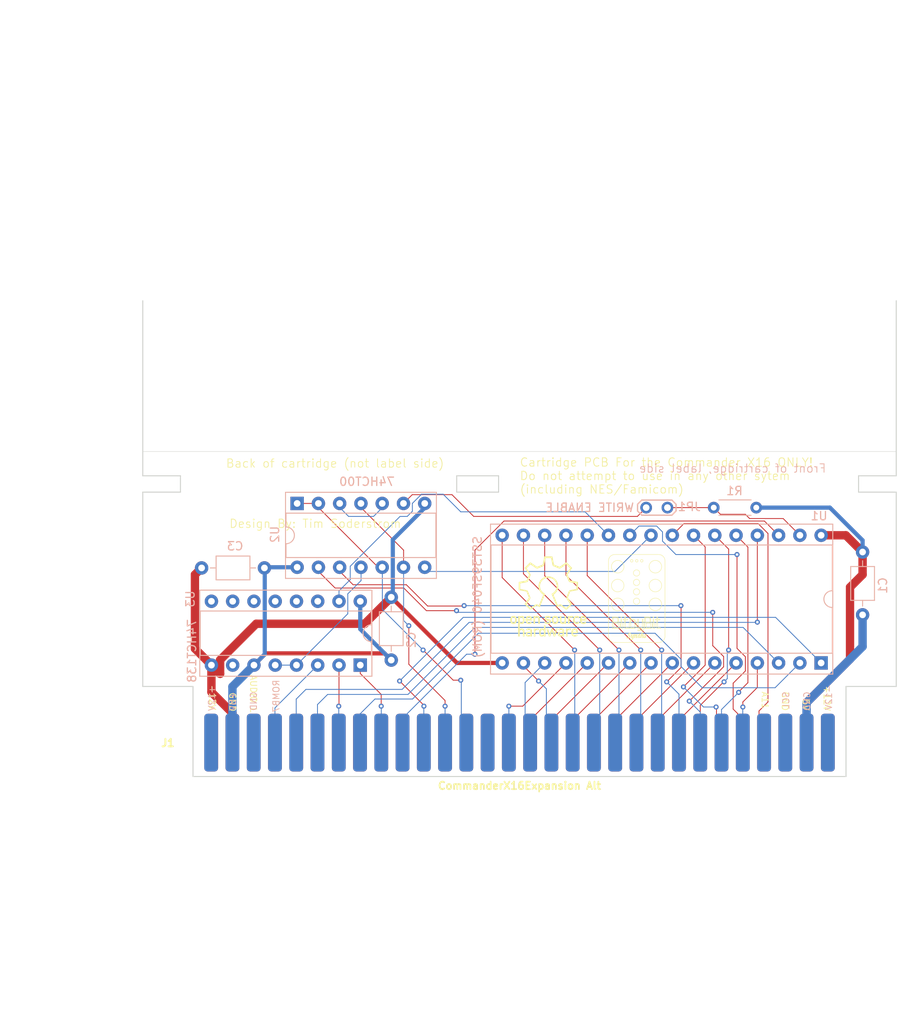
<source format=kicad_pcb>
(kicad_pcb (version 20240108) (generator "pcbnew") (generator_version "8.0")
  (layers (0 "F.Cu" signal) (31 "B.Cu" signal) (34 "B.Paste" user) (35 "F.Paste" user) (36 "B.SilkS" user "B.Silkscreen") (37 "F.SilkS" user "F.Silkscreen") (38 "B.Mask" user) (39 "F.Mask" user) (44 "Edge.Cuts" user))
  (net 0 "")
  (net 1 "D1")
  (net 2 "GND")
  (net 4 "Net-(J1--12V-Pad1)")
  (net 5 "ROMB4")
  (net 6 "Net-(J1-ROMB6)")
  (net 7 "A11")
  (net 9 "+5V")
  (net 10 "D5")
  (net 11 "ROMB0")
  (net 12 "A4")
  (net 13 "ROMB3")
  (net 15 "A6")
  (net 18 "A3")
  (net 19 "Net-(J1-A15)")
  (net 22 "ROMB1")
  (net 23 "Net-(J1-A14)")
  (net 25 "A5")
  (net 28 "Net-(J1-+12V-Pad2)")
  (net 29 "Net-(J1-ROMB7)")
  (net 30 "A2")
  (net 32 "Net-(J1-ROMB5)")
  (net 33 "D2")
  (net 36 "A8")
  (net 39 "A1")
  (net 40 "A10")
  (net 41 "D6")
  (net 42 "ROMB2")
  (net 43 "A9")
  (net 44 "A13")
  (net 45 "D7")
  (net 46 "A0")
  (net 48 "Net-(JP1-B)")
  (net 49 "Net-(J1-PHI2)")
  (net 50 "Net-(J1-RWB)")
  (net 51 "Net-(U2-Pad3)")
  (net 52 "A12")
  (net 53 "D3")
  (net 54 "A7")
  (net 55 "D4")
  (net 56 "D0")
  (net 57 "!MEMWE")
  (net 58 "!CHIP1EN")
  (net 59 "!MEMOE")
  (net 60 "!ROMEN")
  (footprint "CommanderX16Expansion:CommanderX16Cartridge" (layer "F.Cu") (at 93.02 130.8)
    (property "Reference" "J1")
    (property "Value" "CommanderX16Expansion Alt")
    (fp_line (start -45 -52.8) (end -45 -31.9) (stroke (width 0.12)) (layer "Edge.Cuts"))
    (fp_line (start -45 -31.9) (end -40.5 -31.9) (stroke (width 0.12)) (layer "Edge.Cuts"))
    (fp_line (start -45 -29.95) (end -40.5 -29.95) (stroke (width 0.12)) (layer "Edge.Cuts"))
    (fp_line (start -45 -6.75) (end -45 -29.95) (stroke (width 0.12)) (layer "Edge.Cuts"))
    (fp_line (start -40.5 -31.9) (end -40.5 -29.95) (stroke (width 0.12)) (layer "Edge.Cuts"))
    (fp_line (start -39 -6.75) (end -45 -6.75) (stroke (width 0.12)) (layer "Edge.Cuts"))
    (fp_line (start -39 -6.75) (end -39 4) (stroke (width 0.12)) (layer "Edge.Cuts"))
    (fp_line (start -39 4) (end 39 4) (stroke (width 0.12)) (layer "Edge.Cuts"))
    (fp_line (start -7.5 -31.9) (end -7.5 -29.95) (stroke (width 0.12)) (layer "Edge.Cuts"))
    (fp_line (start -7.5 -31.9) (end -2.5 -31.9) (stroke (width 0.12)) (layer "Edge.Cuts"))
    (fp_line (start -2.5 -31.9) (end -2.5 -29.95) (stroke (width 0.12)) (layer "Edge.Cuts"))
    (fp_line (start -2.5 -29.95) (end -7.5 -29.95) (stroke (width 0.12)) (layer "Edge.Cuts"))
    (fp_line (start 39 -6.75) (end 45 -6.75) (stroke (width 0.12)) (layer "Edge.Cuts"))
    (fp_line (start 39 4) (end 39 -6.75) (stroke (width 0.12)) (layer "Edge.Cuts"))
    (fp_line (start 40.5 -31.9) (end 40.5 -29.95) (stroke (width 0.12)) (layer "Edge.Cuts"))
    (fp_line (start 40.5 -31.9) (end 45 -31.9) (stroke (width 0.12)) (layer "Edge.Cuts"))
    (fp_line (start 40.5 -29.95) (end 45 -29.95) (stroke (width 0.12)) (layer "Edge.Cuts"))
    (fp_line (start 45 -52.8) (end 45 -31.9) (stroke (width 0.12)) (layer "Edge.Cuts"))
    (fp_line (start 45 -6.75) (end 45 -29.95) (stroke (width 0.12)) (layer "Edge.Cuts"))
  )
  (footprint "Package_DIP:DIP-14_W7.62mm_Socket" (layer "B.Cu") (at 66.46 102.2 -90)
    (property "Reference" "U2")
    (property "Value" "74HCT00")
  )
  (footprint "Package_DIP:DIP-32_W15.24mm_Socket" (layer "B.Cu") (at 129.05 121.24 90)
    (property "Reference" "U1")
    (property "Value" "SST39SF040 (ROM)")
  )
  (footprint "Capacitor_THT:C_Axial_L3.8mm_D2.6mm_P7.50mm_Horizontal" (layer "B.Cu") (at 62.55 109.9 180)
    (property "Reference" "C3")
    (property "Value" "100nF" (hide yes))
  )
  (footprint "Capacitor_THT:C_Axial_L3.8mm_D2.6mm_P7.50mm_Horizontal" (layer "B.Cu") (at 134 115.5 90)
    (property "Reference" "C1")
    (property "Value" "100nF")
  )
  (footprint "TestPoint:TestPoint_2Pads_Pitch2.54mm_Drill0.8mm" (layer "B.Cu") (at 108.15 102.7)
    (property "Reference" "JP1")
    (property "Value" "WRITE ENABLE")
  )
  (footprint "Package_DIP:DIP-16_W7.62mm_Socket" (layer "B.Cu") (at 74 121.5 90)
    (property "Reference" "U3")
    (property "Value" "74HCT138")
  )
  (footprint "Resistor_THT:R_Axial_DIN0204_L3.6mm_D1.6mm_P5.08mm_Horizontal" (layer "B.Cu") (at 116.22 102.7)
    (property "Reference" "R1")
    (property "Value" "4.7k")
  )
  (footprint "Capacitor_THT:C_Axial_L3.8mm_D2.6mm_P7.50mm_Horizontal" (layer "B.Cu") (at 77.7 113.4 -90)
    (property "Reference" "C2")
    (property "Value" "100nF")
  )
  (gr_poly (pts (xy 106.888324 117.83648) (xy 106.890098 117.841168) (xy 106.891858 117.845855) (xy 106.889507 117.858731) (xy 106.886986 117.871573) (xy 106.884296 117.88438) (xy 106.881437 117.897149) (xy 106.878408 117.90988) (xy 106.875211 117.92257) (xy 106.871845 117.935219) (xy 106.868311 117.947824) (xy 106.907488 117.923033) (xy 106.946856 117.898559) (xy 106.98642 117.874397) (xy 107.026184 117.850545) (xy 107.029475 117.847888) (xy 107.032904 117.845466) (xy 107.036461 117.843281) (xy 107.040132 117.841337) (xy 107.043905 117.839635) (xy 107.047768 117.838178) (xy 107.051709 117.836969) (xy 107.055714 117.83601) (xy 107.059773 117.835304) (xy 107.063872 117.834853) (xy 107.067999 117.83466) (xy 107.072141 117.834727) (xy 107.076287 117.835057) (xy 107.080425 117.835653) (xy 107.084541 117.836517) (xy 107.088623 117.837652) (xy 107.093347 117.850545) (xy 107.079459 117.904684) (xy 107.065012 117.958677) (xy 107.050001 118.012518) (xy 107.034424 118.066201) (xy 107.032243 118.071728) (xy 107.030282 118.07732) (xy 107.02854 118.08297) (xy 107.027018 118.088671) (xy 107.025718 118.094418) (xy 107.024639 118.100204) (xy 107.023783 118.106022) (xy 107.023149 118.111866) (xy 107.022739 118.11773) (xy 107.022553 118.123608) (xy 107.022593 118.129492) (xy 107.022857 118.135377) (xy 107.023348 118.141256) (xy 107.024066 118.147122) (xy 107.025011 118.15297) (xy 107.026184 118.158793) (xy 107.036786 118.165824) (xy 107.045026 118.164653) (xy 107.058597 118.158782) (xy 107.072006 118.152572) (xy 107.085247 118.146027) (xy 107.098314 118.13915) (xy 107.1112 118.131944) (xy 107.123901 118.124415) (xy 107.136409 118.116564) (xy 107.148718 118.108396) (xy 107.14165 118.136523) (xy 107.120353 118.152474) (xy 107.098683 118.167898) (xy 107.07665 118.182791) (xy 107.054263 118.197144) (xy 107.031534 118.210952) (xy 107.00847 118.224209) (xy 106.985084 118.236907) (xy 106.961383 118.249041) (xy 106.958563 118.244571) (xy 106.956022 118.239974) (xy 106.953762 118.235261) (xy 106.951785 118.230446) (xy 106.950093 118.225542) (xy 106.948688 118.220561) (xy 106.947571 118.215516) (xy 106.946744 118.21042) (xy 106.946208 118.205286) (xy 106.945967 118.200126) (xy 106.94602 118.194953) (xy 106.946371 118.18978) (xy 106.947021 118.184619) (xy 106.947971 118.179485) (xy 106.949224 118.174388) (xy 106.950781 118.169342) (xy 107.001447 117.96306) (xy 107.003362 117.952539) (xy 107.00518 117.941998) (xy 107.006898 117.93144) (xy 107.008514 117.920866) (xy 107.006741 117.916178) (xy 107.00498 117.911491) (xy 106.997913 117.907973) (xy 106.996026 117.908265) (xy 106.994151 117.908608) (xy 106.992288 117.909002) (xy 106.990438 117.909445) (xy 106.988603 117.909938) (xy 106.986782 117.91048) (xy 106.984978 117.91107) (xy 106.983191 117.911709) (xy 106.981422 117.912397) (xy 106.979671 117.913132) (xy 106.977941 117.913914) (xy 106.976232 117.914743) (xy 106.974544 117.915619) (xy 106.97288 117.916541) (xy 106.971239 117.917509) (xy 106.969623 117.918522) (xy 106.941618 117.935) (xy 106.913826 117.951824) (xy 106.886247 117.968992) (xy 106.858881 117.986502) (xy 106.801147 118.215052) (xy 106.728088 118.24318) (xy 106.741052 118.190438) (xy 106.751416 118.157432) (xy 106.761179 118.124254) (xy 106.770339 118.090913) (xy 106.778896 118.057417) (xy 106.786846 118.023774) (xy 106.794188 117.989991) (xy 106.800921 117.956076) (xy 106.807043 117.922038) (xy 106.80527 117.91735) (xy 106.803509 117.912663) (xy 106.795251 117.907973) (xy 106.785399 117.910457) (xy 106.77565 117.913284) (xy 106.766014 117.916452) (xy 106.756499 117.919957) (xy 106.747117 117.923795) (xy 106.737874 117.927963) (xy 106.728782 117.932457) (xy 106.719849 117.937274) (xy 106.725745 117.912663) (xy 106.742182 117.902685) (xy 106.758769 117.892959) (xy 106.7755 117.883487) (xy 106.792374 117.874271) (xy 106.809389 117.865312) (xy 106.82654 117.856612) (xy 106.843825 117.848173) (xy 106.861243 117.839996) (xy 106.878912 117.832964)) (stroke (width 0.05685) (color 0 0 255 1)) (fill none) (layer "F.SilkS"))
  (gr_poly (pts (xy 108.137046 117.832861) (xy 108.140294 117.833004) (xy 108.143526 117.833277) (xy 108.146739 117.833679) (xy 108.149929 117.83421) (xy 108.153091 117.834867) (xy 108.156223 117.835649) (xy 108.159319 117.836556) (xy 108.162375 117.837586) (xy 108.165389 117.838738) (xy 108.168356 117.84001) (xy 108.171271 117.841401) (xy 108.174132 117.842911) (xy 108.176934 117.844537) (xy 108.179673 117.846279) (xy 108.182345 117.848136) (xy 108.184946 117.850105) (xy 108.187473 117.852186) (xy 108.189921 117.854378) (xy 108.192286 117.856679) (xy 108.194565 117.859089) (xy 108.196753 117.861605) (xy 108.198847 117.864227) (xy 108.200842 117.866953) (xy 108.198376 117.870447) (xy 108.195853 117.873898) (xy 108.193273 117.877306) (xy 108.190638 117.880669) (xy 108.187948 117.883988) (xy 108.185204 117.887261) (xy 108.182405 117.890488) (xy 108.179554 117.893668) (xy 108.17665 117.896801) (xy 108.173694 117.899886) (xy 108.170686 117.902922) (xy 108.167628 117.905909) (xy 108.16452 117.908846) (xy 108.161362 117.911732) (xy 108.158156 117.914567) (xy 108.154901 117.91735) (xy 108.153499 117.915126) (xy 108.152032 117.912949) (xy 108.150502 117.910819) (xy 108.14891 117.908738) (xy 108.147257 117.906708) (xy 108.145545 117.904729) (xy 108.143775 117.902803) (xy 108.141949 117.900931) (xy 108.140066 117.899114) (xy 108.13813 117.897354) (xy 108.13614 117.895652) (xy 108.134098 117.894008) (xy 108.132006 117.892425) (xy 108.129865 117.890903) (xy 108.127676 117.889444) (xy 108.125439 117.888049) (xy 108.123195 117.886681) (xy 108.120909 117.885425) (xy 108.118585 117.88428) (xy 108.116228 117.883246) (xy 108.113841 117.882322) (xy 108.111427 117.881508) (xy 108.10899 117.880803) (xy 108.106534 117.880208) (xy 108.104062 117.879721) (xy 108.101577 117.879342) (xy 108.099085 117.879071) (xy 108.096588 117.878907) (xy 108.094089 117.87885) (xy 108.091593 117.878898) (xy 108.089104 117.879053) (xy 108.086623 117.879313) (xy 108.084157 117.879678) (xy 108.081707 117.880148) (xy 108.079278 117.880721) (xy 108.076873 117.881398) (xy 108.074496 117.882178) (xy 108.07215 117.88306) (xy 108.06984 117.884045) (xy 108.067568 117.885131) (xy 108.065339 117.886319) (xy 108.063156 117.887607) (xy 108.061022 117.888995) (xy 108.058942 117.890484) (xy 108.056919 117.892072) (xy 108.054956 117.893758) (xy 108.053057 117.895543) (xy 108.051227 117.897427) (xy 108.049341 117.899452) (xy 108.047559 117.901541) (xy 108.045881 117.90369) (xy 108.044309 117.905896) (xy 108.042841 117.908154) (xy 108.041479 117.910461) (xy 108.039073 117.915208) (xy 108.037093 117.920109) (xy 108.03554 117.925135) (xy 108.034419 117.930257) (xy 108.033731 117.935447) (xy 108.033479 117.940675) (xy 108.033666 117.945914) (xy 108.034294 117.951134) (xy 108.035365 117.956307) (xy 108.036883 117.961404) (xy 108.03781 117.963915) (xy 108.03885 117.966396) (xy 108.040003 117.968845) (xy 108.041268 117.971256) (xy 108.042648 117.973626) (xy 108.044141 117.975953) (xy 108.047757 117.980016) (xy 108.05147 117.983984) (xy 108.055279 117.987856) (xy 108.05918 117.99163) (xy 108.063172 117.995305) (xy 108.067253 117.998879) (xy 108.071421 118.002349) (xy 108.075674 118.005716) (xy 108.080009 118.008976) (xy 108.084424 118.012129) (xy 108.088918 118.015173) (xy 108.093489 118.018105) (xy 108.098134 118.020925) (xy 108.102851 118.023631) (xy 108.107638 118.026222) (xy 108.112494 118.028694) (xy 108.116215 118.030894) (xy 108.119722 118.033341) (xy 108.123008 118.03602) (xy 108.126065 118.038915) (xy 108.128885 118.042012) (xy 108.131459 118.045294) (xy 108.13378 118.048746) (xy 108.13584 118.052354) (xy 108.13763 118.056101) (xy 108.139142 118.059973) (xy 108.140369 118.063953) (xy 108.141302 118.068028) (xy 108.141934 118.07218) (xy 108.142255 118.076395) (xy 108.142259 118.080658) (xy 108.141937 118.084954) (xy 108.14157 118.089748) (xy 108.14104 118.094518) (xy 108.140347 118.099259) (xy 108.139493 118.103966) (xy 108.13848 118.108637) (xy 108.137309 118.113267) (xy 108.135982 118.117852) (xy 108.134499 118.122388) (xy 108.132861 118.126872) (xy 108.131071 118.131298) (xy 108.12913 118.135665) (xy 108.127039 118.139966) (xy 108.124799 118.1442) (xy 108.122411 118.148361) (xy 108.119878 118.152445) (xy 108.1172 118.156449) (xy 108.10926 118.166301) (xy 108.100826 118.175642) (xy 108.091924 118.184462) (xy 108.082578 118.192745) (xy 108.072814 118.20048) (xy 108.062658 118.207652) (xy 108.052136 118.214248) (xy 108.041273 118.220256) (xy 108.030094 118.225661) (xy 108.018627 118.230451) (xy 108.006895 118.234613) (xy 107.994924 118.238132) (xy 107.982741 118.240996) (xy 107.970371 118.243192) (xy 107.95784 118.244706) (xy 107.945172 118.245526) (xy 107.941535 118.245584) (xy 107.937914 118.245468) (xy 107.934315 118.245181) (xy 107.930743 118.244724) (xy 107.927205 118.2441) (xy 107.923705 118.243311) (xy 107.920251 118.242358) (xy 107.916848 118.241244) (xy 107.913502 118.239971) (xy 107.910218 118.23854) (xy 107.907003 118.236955) (xy 107.903863 118.235216) (xy 107.900803 118.233326) (xy 107.897829 118.231287) (xy 107.894947 118.229102) (xy 107.892163 118.226771) (xy 107.888932 118.222913) (xy 107.885969 118.21889) (xy 107.883277 118.214716) (xy 107.880861 118.210405) (xy 107.878723 118.20597) (xy 107.876866 118.201425) (xy 107.875294 118.196783) (xy 107.87401 118.192059) (xy 107.873018 118.187266) (xy 107.872319 118.182418) (xy 107.871918 118.177528) (xy 107.871819 118.17261) (xy 107.872023 118.167678) (xy 107.872535 118.162745) (xy 107.873357 118.157826) (xy 107.874493 118.152934) (xy 107.891151 118.142038) (xy 107.9077 118.130982) (xy 107.924138 118.119768) (xy 107.940466 118.108396) (xy 107.940179 118.112435) (xy 107.94001 118.116475) (xy 107.939959 118.120514) (xy 107.940027 118.124547) (xy 107.940211 118.128574) (xy 107.940513 118.132592) (xy 107.940932 118.136597) (xy 107.941466 118.140588) (xy 107.942118 118.144561) (xy 107.942884 118.148515) (xy 107.943767 118.152447) (xy 107.944764 118.156355) (xy 107.945876 118.160235) (xy 107.947102 118.164085) (xy 107.948442 118.167903) (xy 107.949896 118.171686) (xy 107.951437 118.17536) (xy 107.953241 118.178862) (xy 107.955294 118.182184) (xy 107.957583 118.185314) (xy 107.960092 118.188244) (xy 107.962808 118.190965) (xy 107.965716 118.193465) (xy 107.968802 118.195737) (xy 107.972052 118.19777) (xy 107.975452 118.199554) (xy 107.978987 118.20108) (xy 107.982644 118.202339) (xy 107.986408 118.20332) (xy 107.990264 118.204014) (xy 107.9942 118.204412) (xy 107.998199 118.204503) (xy 108.002078 118.20413) (xy 108.005909 118.203598) (xy 108.009689 118.202908) (xy 108.013412 118.202066) (xy 108.017077 118.201073) (xy 108.02068 118.199934) (xy 108.024217 118.198651) (xy 108.027683 118.197228) (xy 108.031077 118.195668) (xy 108.034394 118.193974) (xy 108.03763 118.19215) (xy 108.040783 118.190199) (xy 108.043848 118.188124) (xy 108.046821 118.185928) (xy 108.0497 118.183614) (xy 108.052481 118.181187) (xy 108.05516 118.178649) (xy 108.057733 118.176003) (xy 108.060197 118.173253) (xy 108.062548 118.170401) (xy 108.064784 118.167452) (xy 108.066899 118.164409) (xy 108.068891 118.161274) (xy 108.070756 118.158051) (xy 108.07249 118.154743) (xy 108.07409 118.151354) (xy 108.075552 118.147887) (xy 108.076873 118.144345) (xy 108.078048 118.140731) (xy 108.079076 118.137049) (xy 108.079951 118.133301) (xy 108.08067 118.129492) (xy 108.080942 118.127416) (xy 108.081092 118.125341) (xy 108.081122 118.123271) (xy 108.081033 118.12121) (xy 108.080826 118.119165) (xy 108.080504 118.117139) (xy 108.080068 118.115137) (xy 108.079519 118.113165) (xy 108.078858 118.111227) (xy 108.078088 118.109327) (xy 108.077209 118.107472) (xy 108.076223 118.105665) (xy 108.075132 118.103911) (xy 108.073937 118.102215) (xy 108.072639 118.100583) (xy 108.07124 118.099018) (xy 108.062978 118.091486) (xy 108.054589 118.084092) (xy 108.046076 118.07684) (xy 108.037441 118.069731) (xy 108.028687 118.062767) (xy 108.019816 118.055949) (xy 108.010831 118.049279) (xy 108.001733 118.042759) (xy 107.997119 118.038766) (xy 107.992879 118.034476) (xy 107.989022 118.029912) (xy 107.985555 118.025101) (xy 107.982484 118.020067) (xy 107.979818 118.014835) (xy 107.977564 118.009432) (xy 107.975728 118.003881) (xy 107.974318 117.998209) (xy 107.973342 117.992439) (xy 107.972807 117.986598) (xy 107.972719 117.980711) (xy 107.973087 117.974802) (xy 107.973918 117.968898) (xy 107.975218 117.963022) (xy 107.976996 117.957201) (xy 107.981508 117.946491) (xy 107.986605 117.936124) (xy 107.992267 117.926119) (xy 107.998472 117.916496) (xy 108.0052 117.907272) (xy 108.01243 117.898468) (xy 108.020142 117.890102) (xy 108.028313 117.882193) (xy 108.036925 117.87476) (xy 108.045955 117.867822) (xy 108.055384 117.861398) (xy 108.065189 117.855507) (xy 108.075352 117.850168) (xy 108.08585 117.8454) (xy 108.096663 117.841222) (xy 108.10777 117.837652) (xy 108.110979 117.836565) (xy 108.114209 117.835619) (xy 108.117454 117.834814) (xy 108.120712 117.834148) (xy 108.123978 117.833619) (xy 108.127248 117.833228) (xy 108.130519 117.832972) (xy 108.133786 117.83285)) (stroke (width 0.05685) (color 0 0 255 1)) (fill none) (layer "F.SilkS"))
  (gr_poly (pts (xy 106.697517 117.877722) (xy 106.683997 117.926153) (xy 106.671052 117.974735) (xy 106.658682 118.023463) (xy 106.646889 118.072333) (xy 106.635674 118.121339) (xy 106.625039 118.170476) (xy 106.614984 118.21974) (xy 106.612054 118.232211) (xy 106.60895 118.244638) (xy 106.605672 118.25702) (xy 106.602222 118.269355) (xy 106.5986 118.281641) (xy 106.594807 118.293877) (xy 106.590844 118.306061) (xy 106.586713 118.318191) (xy 106.582563 118.326757) (xy 106.578149 118.335174) (xy 106.573477 118.343436) (xy 106.568551 118.351538) (xy 106.563376 118.359475) (xy 106.557955 118.36724) (xy 106.552294 118.374828) (xy 106.546397 118.382233) (xy 106.540269 118.38945) (xy 106.533914 118.396474) (xy 106.527337 118.403297) (xy 106.520542 118.409916) (xy 106.513534 118.416323) (xy 106.506318 118.422514) (xy 106.498898 118.428483) (xy 106.491278 118.434225) (xy 106.487057 118.437532) (xy 106.482746 118.440707) (xy 106.478347 118.443751) (xy 106.473865 118.44666) (xy 106.469302 118.449433) (xy 106.464661 118.452069) (xy 106.459946 118.454567) (xy 106.45516 118.456924) (xy 106.450307 118.45914) (xy 106.445389 118.461212) (xy 106.440409 118.46314) (xy 106.435371 118.464922) (xy 106.430279 118.466556) (xy 106.425134 118.468041) (xy 106.419941 118.469376) (xy 106.414703 118.470558) (xy 106.395418 118.472474) (xy 106.376093 118.473716) (xy 106.356748 118.474285) (xy 106.337401 118.474181) (xy 106.318069 118.473404) (xy 106.29877 118.471955) (xy 106.279523 118.469834) (xy 106.260345 118.467042) (xy 106.299237 118.401408) (xy 106.312503 118.405096) (xy 106.325871 118.408361) (xy 106.339331 118.411202) (xy 106.352871 118.413618) (xy 106.366481 118.415606) (xy 106.380149 118.417164) (xy 106.393865 118.418293) (xy 106.407617 118.418988) (xy 106.413529 118.419414) (xy 106.419428 118.419544) (xy 106.425302 118.41938) (xy 106.431142 118.418927) (xy 106.436937 118.418187) (xy 106.442678 118.417163) (xy 106.448354 118.415859) (xy 106.453954 118.414278) (xy 106.459469 118.412423) (xy 106.464888 118.410297) (xy 106.470201 118.407903) (xy 106.475397 118.405245) (xy 106.480466 118.402325) (xy 106.485399 118.399148) (xy 106.490184 118.395715) (xy 106.494812 118.392031) (xy 106.497837 118.388175) (xy 106.500731 118.38423) (xy 106.503493 118.380201) (xy 106.506121 118.376091) (xy 106.508613 118.371902) (xy 106.510968 118.36764) (xy 106.513185 118.363306) (xy 106.51526 118.358906) (xy 106.517194 118.354442) (xy 106.518984 118.349917) (xy 106.520629 118.345337) (xy 106.522127 118.340703) (xy 106.523476 118.33602) (xy 106.524675 118.331291) (xy 106.525723 118.326519) (xy 106.526617 118.321709) (xy 106.566681 118.136523) (xy 106.548745 118.149104) (xy 106.530671 118.161483) (xy 106.512461 118.17366) (xy 106.494116 118.185632) (xy 106.475637 118.1974) (xy 106.457025 118.208961) (xy 106.438282 118.220315) (xy 106.419409 118.231461) (xy 106.416785 118.233707) (xy 106.414035 118.235753) (xy 106.411171 118.237596) (xy 106.408205 118.239233) (xy 106.405147 118.240663) (xy 106.402009 118.241883) (xy 106.398802 118.24289) (xy 106.395539 118.243683) (xy 106.39223 118.244259) (xy 106.388887 118.244615) (xy 106.38552 118.244749) (xy 106.382142 118.244659) (xy 106.378764 118.244342) (xy 106.375398 118.243796) (xy 106.372054 118.243019) (xy 106.368744 118.242008) (xy 106.358142 118.230289) (xy 106.356166 118.225461) (xy 106.354412 118.220569) (xy 106.35288 118.215619) (xy 106.351572 118.210619) (xy 106.350487 118.205577) (xy 106.349627 118.200499) (xy 106.348991 118.195394) (xy 106.348579 118.190268) (xy 106.348393 118.185129) (xy 106.348433 118.179985) (xy 106.348699 118.174842) (xy 106.349192 118.169709) (xy 106.349911 118.164592) (xy 106.350858 118.159499) (xy 106.352033 118.154438) (xy 106.353436 118.149416) (xy 106.361314 118.122004) (xy 106.368877 118.094508) (xy 106.376127 118.06693) (xy 106.38306 118.039272) (xy 106.389677 118.011538) (xy 106.395977 117.983729) (xy 106.401957 117.955849) (xy 106.407617 117.927899) (xy 106.402911 117.91735) (xy 106.39231 117.913835) (xy 106.387751 117.914453) (xy 106.383225 117.915221) (xy 106.378734 117.916135) (xy 106.374281 117.917196) (xy 106.369871 117.918401) (xy 106.365507 117.919749) (xy 106.361191 117.921239) (xy 106.356929 117.922869) (xy 106.352723 117.924638) (xy 106.348576 117.926545) (xy 106.344493 117.928587) (xy 106.340476 117.930765) (xy 106.33653 117.933075) (xy 106.332657 117.935518) (xy 106.328861 117.938091) (xy 106.325146 117.940792) (xy 106.327509 117.913835) (xy 106.34608 117.902142) (xy 106.364916 117.890894) (xy 106.384009 117.880094) (xy 106.403351 117.869746) (xy 106.422933 117.859855) (xy 106.442747 117.850425) (xy 106.462784 117.84146) (xy 106.483038 117.832964) (xy 106.491278 117.83648) (xy 106.49364 117.844683) (xy 106.49364 117.850545) (xy 106.470074 117.948995) (xy 106.464197 117.969732) (xy 106.458567 117.990535) (xy 106.453185 118.0114) (xy 106.448051 118.032327) (xy 106.443167 118.053312) (xy 106.438532 118.074354) (xy 106.434146 118.09545) (xy 106.430011 118.116599) (xy 106.429409 118.119485) (xy 106.428928 118.122384) (xy 106.428568 118.125292) (xy 106.428328 118.128205) (xy 106.428209 118.13112) (xy 106.428209 118.134034) (xy 106.428328 118.136942) (xy 106.428567 118.139842) (xy 106.428924 118.142729) (xy 106.429399 118.145601) (xy 106.429993 118.148454) (xy 106.430704 118.151284) (xy 106.431532 118.154088) (xy 106.432477 118.156863) (xy 106.433539 118.159604) (xy 106.434717 118.162309) (xy 106.437672 118.16524) (xy 106.440613 118.16817) (xy 106.443083 118.169034) (xy 106.445587 118.169728) (xy 106.448115 118.170253) (xy 106.45066 118.170611) (xy 106.453213 118.170802) (xy 106.455767 118.170829) (xy 106.458312 118.170693) (xy 106.460841 118.170394) (xy 106.463346 118.169934) (xy 106.465818 118.169314) (xy 106.468249 118.168535) (xy 106.470631 118.1676) (xy 106.472956 118.166508) (xy 106.475215 118.165261) (xy 106.477401 118.163861) (xy 106.479504 118.162309) (xy 106.502188 118.149025) (xy 106.524672 118.135414) (xy 106.546957 118.12148) (xy 106.569043 118.107224) (xy 106.62912 117.871641) (xy 106.635651 117.867519) (xy 106.642304 117.863607) (xy 106.649074 117.859907) (xy 106.655956 117.856422) (xy 106.662946 117.853155) (xy 106.670038 117.850108) (xy 106.677227 117.847283) (xy 106.684509 117.844683) (xy 106.711609 117.829446)) (stroke (width 0.05685) (color 0 0 255 1)) (fill none) (layer "F.SilkS"))
  (gr_poly (pts (xy 95.180329 117.122855) (xy 95.194294 117.123824) (xy 95.207971 117.125418) (xy 95.221371 117.127622) (xy 95.234507 117.130418) (xy 95.247388 117.133791) (xy 95.260027 117.137724) (xy 95.272435 117.1422) (xy 95.284623 117.147204) (xy 95.296601 117.152718) (xy 95.308382 117.158726) (xy 95.319976 117.165213) (xy 95.331396 117.17216) (xy 95.342651 117.179553) (xy 95.353754 117.187374) (xy 95.364715 117.195607) (xy 95.226074 117.360548) (xy 95.217786 117.354449) (xy 95.209763 117.348823) (xy 95.201959 117.343661) (xy 95.194331 117.338949) (xy 95.186835 117.334679) (xy 95.179426 117.330838) (xy 95.172061 117.327415) (xy 95.164697 117.3244) (xy 95.157288 117.321781) (xy 95.149791 117.319547) (xy 95.142163 117.317687) (xy 95.134358 117.31619) (xy 95.126334 117.315045) (xy 95.118046 117.314241) (xy 95.10945 117.313767) (xy 95.100502 117.313612) (xy 95.082974 117.31432) (xy 95.065621 117.316463) (xy 95.048576 117.320068) (xy 95.031969 117.325161) (xy 95.023872 117.328275) (xy 95.015933 117.331771) (xy 95.008171 117.335653) (xy 95.0006 117.339923) (xy 94.993238 117.344587) (xy 94.986102 117.349646) (xy 94.979207 117.355104) (xy 94.97257 117.360965) (xy 94.966207 117.367232) (xy 94.960136 117.373909) (xy 94.954372 117.380998) (xy 94.948932 117.388503) (xy 94.943832 117.396428) (xy 94.93909 117.404776) (xy 94.934721 117.41355) (xy 94.930741 117.422754) (xy 94.927169 117.432391) (xy 94.924019 117.442465) (xy 94.921308 117.452978) (xy 94.919054 117.463935) (xy 94.917271 117.475338) (xy 94.915978 117.487191) (xy 94.91519 117.499497) (xy 94.914923 117.51226) (xy 94.914923 118.083919) (xy 94.723788 118.083919) (xy 94.723788 117.1338) (xy 94.914923 117.1338) (xy 94.914923 117.234977) (xy 94.91868 117.234977) (xy 94.930227 117.221366) (xy 94.942374 117.208632) (xy 94.955104 117.196775) (xy 94.9684 117.185796) (xy 94.982246 117.175694) (xy 94.996624 117.166469) (xy 95.01152 117.158123) (xy 95.026915 117.150654) (xy 95.042793 117.144064) (xy 95.059137 117.138351) (xy 95.075932 117.133517) (xy 95.093159 117.129562) (xy 95.110803 117.126485) (xy 95.128846 117.124287) (xy 95.147273 117.122968) (xy 95.166066 117.122529)) (stroke (width -0.000001)) (fill solid) (layer "F.SilkS"))
  (gr_poly (pts (xy 109.288467 109.000976) (xy 109.326556 109.003873) (xy 109.364091 109.008642) (xy 109.401025 109.015238) (xy 109.437311 109.023613) (xy 109.472901 109.033719) (xy 109.50775 109.04551) (xy 109.541809 109.058939) (xy 109.575031 109.073959) (xy 109.607369 109.090521) (xy 109.638777 109.10858) (xy 109.669207 109.128089) (xy 109.698612 109.148999) (xy 109.726944 109.171264) (xy 109.754158 109.194837) (xy 109.780204 109.21967) (xy 109.805038 109.245717) (xy 109.82861 109.272931) (xy 109.850875 109.301263) (xy 109.871785 109.330668) (xy 109.891293 109.361098) (xy 109.909352 109.392506) (xy 109.925915 109.424844) (xy 109.940934 109.458066) (xy 109.954363 109.492125) (xy 109.966154 109.526973) (xy 109.97626 109.562564) (xy 109.984634 109.598849) (xy 109.99123 109.635783) (xy 109.995999 109.673317) (xy 109.998896 109.711406) (xy 109.999872 109.750001) (xy 109.998896 109.788595) (xy 109.995999 109.826684) (xy 109.99123 109.864218) (xy 109.984634 109.901152) (xy 109.97626 109.937437) (xy 109.966154 109.973028) (xy 109.954363 110.007876) (xy 109.940934 110.041935) (xy 109.925915 110.075157) (xy 109.909352 110.107495) (xy 109.891293 110.138903) (xy 109.871785 110.169333) (xy 109.850875 110.198738) (xy 109.82861 110.22707) (xy 109.805038 110.254284) (xy 109.780204 110.280331) (xy 109.754158 110.305164) (xy 109.726944 110.328737) (xy 109.698612 110.351002) (xy 109.669207 110.371912) (xy 109.638777 110.391421) (xy 109.607369 110.40948) (xy 109.575031 110.426043) (xy 109.541809 110.441062) (xy 109.50775 110.454491) (xy 109.472901 110.466282) (xy 109.437311 110.476389) (xy 109.401025 110.484763) (xy 109.364091 110.491359) (xy 109.326556 110.496128) (xy 109.288467 110.499025) (xy 109.249872 110.500001) (xy 109.211276 110.499025) (xy 109.173187 110.496128) (xy 109.135652 110.491359) (xy 109.098718 110.484763) (xy 109.062432 110.476389) (xy 109.026842 110.466282) (xy 108.991993 110.454491) (xy 108.957934 110.441062) (xy 108.924712 110.426043) (xy 108.892374 110.40948) (xy 108.860966 110.391421) (xy 108.830536 110.371912) (xy 108.801131 110.351002) (xy 108.772799 110.328737) (xy 108.745585 110.305164) (xy 108.719539 110.280331) (xy 108.694705 110.254284) (xy 108.671133 110.22707) (xy 108.648868 110.198738) (xy 108.627958 110.169333) (xy 108.60845 110.138903) (xy 108.590391 110.107495) (xy 108.573828 110.075157) (xy 108.558809 110.041935) (xy 108.54538 110.007876) (xy 108.533589 109.973028) (xy 108.523483 109.937437) (xy 108.515109 109.901152) (xy 108.508513 109.864218) (xy 108.503744 109.826684) (xy 108.500847 109.788595) (xy 108.499872 109.750001) (xy 108.500847 109.711406) (xy 108.503744 109.673317) (xy 108.508513 109.635783) (xy 108.515109 109.598849) (xy 108.523483 109.562564) (xy 108.533589 109.526973) (xy 108.54538 109.492125) (xy 108.558809 109.458066) (xy 108.573828 109.424844) (xy 108.590391 109.392506) (xy 108.60845 109.361098) (xy 108.627958 109.330668) (xy 108.648868 109.301263) (xy 108.671133 109.272931) (xy 108.694705 109.245717) (xy 108.719539 109.21967) (xy 108.745585 109.194837) (xy 108.772799 109.171264) (xy 108.801131 109.148999) (xy 108.830536 109.128089) (xy 108.860966 109.10858) (xy 108.892374 109.090521) (xy 108.924712 109.073959) (xy 108.957934 109.058939) (xy 108.991993 109.04551) (xy 109.026842 109.033719) (xy 109.062432 109.023613) (xy 109.098718 109.015238) (xy 109.135652 109.008642) (xy 109.173187 109.003873) (xy 109.211276 109.000976) (xy 109.249872 109.000001)) (stroke (width 0.056692) (color 0 0 255 1)) (fill none) (layer "F.SilkS"))
  (gr_poly (pts (xy 107.0307 108.898918) (xy 107.038319 108.899497) (xy 107.045827 108.900451) (xy 107.053214 108.90177) (xy 107.060472 108.903445) (xy 107.067591 108.905466) (xy 107.074562 108.907825) (xy 107.081375 108.91051) (xy 107.08802 108.913514) (xy 107.094488 108.916827) (xy 107.100771 108.920438) (xy 107.106857 108.92434) (xy 107.112739 108.928522) (xy 107.118406 108.932975) (xy 107.12385 108.937689) (xy 107.12906 108.942656) (xy 107.134027 108.947865) (xy 107.138742 108.953308) (xy 107.143195 108.958974) (xy 107.147378 108.964855) (xy 107.15128 108.970941) (xy 107.154892 108.977223) (xy 107.158205 108.98369) (xy 107.161209 108.990334) (xy 107.163895 108.997146) (xy 107.166254 109.004116) (xy 107.168275 109.011234) (xy 107.16995 109.018491) (xy 107.17127 109.025877) (xy 107.172224 109.033384) (xy 107.172803 109.041002) (xy 107.172998 109.04872) (xy 107.172803 109.056439) (xy 107.172224 109.064057) (xy 107.17127 109.071564) (xy 107.16995 109.07895) (xy 107.168275 109.086207) (xy 107.166254 109.093325) (xy 107.163895 109.100295) (xy 107.161209 109.107106) (xy 107.158205 109.113751) (xy 107.154892 109.120218) (xy 107.15128 109.1265) (xy 107.147378 109.132586) (xy 107.143195 109.138466) (xy 107.138742 109.144133) (xy 107.134027 109.149575) (xy 107.12906 109.154785) (xy 107.12385 109.159751) (xy 107.118406 109.164466) (xy 107.112739 109.168919) (xy 107.106857 109.173101) (xy 107.100771 109.177002) (xy 107.094488 109.180614) (xy 107.08802 109.183927) (xy 107.081375 109.186931) (xy 107.074562 109.189616) (xy 107.067591 109.191974) (xy 107.060472 109.193996) (xy 107.053214 109.195671) (xy 107.045827 109.19699) (xy 107.038319 109.197944) (xy 107.0307 109.198523) (xy 107.02298 109.198718) (xy 107.01526 109.198523) (xy 107.007641 109.197944) (xy 107.000133 109.19699) (xy 106.992745 109.195671) (xy 106.985487 109.193996) (xy 106.978368 109.191974) (xy 106.971397 109.189616) (xy 106.964585 109.186931) (xy 106.95794 109.183927) (xy 106.951471 109.180614) (xy 106.945189 109.177002) (xy 106.939102 109.173101) (xy 106.93322 109.168919) (xy 106.927553 109.164466) (xy 106.92211 109.159751) (xy 106.9169 109.154785) (xy 106.911933 109.149575) (xy 106.907218 109.144133) (xy 106.902764 109.138466) (xy 106.898582 109.132586) (xy 106.894679 109.1265) (xy 106.891067 109.120218) (xy 106.887754 109.113751) (xy 106.88475 109.107106) (xy 106.882064 109.100295) (xy 106.879706 109.093325) (xy 106.877684 109.086207) (xy 106.876009 109.07895) (xy 106.87469 109.071564) (xy 106.873736 109.064057) (xy 106.873157 109.056439) (xy 106.872961 109.04872) (xy 106.873157 109.041002) (xy 106.873736 109.033384) (xy 106.87469 109.025877) (xy 106.876009 109.018491) (xy 106.877684 109.011234) (xy 106.879706 109.004116) (xy 106.882064 108.997146) (xy 106.88475 108.990334) (xy 106.887754 108.98369) (xy 106.891067 108.977223) (xy 106.894679 108.970941) (xy 106.898582 108.964855) (xy 106.902764 108.958974) (xy 106.907218 108.953308) (xy 106.911933 108.947865) (xy 106.9169 108.942656) (xy 106.92211 108.937689) (xy 106.927553 108.932975) (xy 106.93322 108.928522) (xy 106.939102 108.92434) (xy 106.945189 108.920438) (xy 106.951471 108.916827) (xy 106.95794 108.913514) (xy 106.964585 108.91051) (xy 106.971397 108.907825) (xy 106.978368 108.905466) (xy 106.985487 108.903445) (xy 106.992745 108.90177) (xy 107.000133 108.900451) (xy 107.007641 108.899497) (xy 107.01526 108.898918) (xy 107.02298 108.898723)) (stroke (width 0.056692) (color 0 0 255 1)) (fill none) (layer "F.SilkS"))
  (gr_poly (pts (xy 106.227308 117.663194) (xy 106.231371 117.663561) (xy 106.235403 117.664109) (xy 106.239398 117.664838) (xy 106.24335 117.665743) (xy 106.247253 117.666825) (xy 106.251101 117.66808) (xy 106.254888 117.669506) (xy 106.258609 117.671101) (xy 106.262257 117.672864) (xy 106.265827 117.674792) (xy 106.269312 117.676883) (xy 106.272708 117.679135) (xy 106.276008 117.681546) (xy 106.279205 117.684113) (xy 106.282114 117.687076) (xy 106.284865 117.690163) (xy 106.287454 117.693366) (xy 106.289879 117.69668) (xy 106.292137 117.700098) (xy 106.294225 117.703614) (xy 106.29614 117.707221) (xy 106.29788 117.710912) (xy 106.29944 117.714682) (xy 106.300819 117.718523) (xy 106.302014 117.72243) (xy 106.303021 117.726396) (xy 106.303837 117.730413) (xy 106.30446 117.734477) (xy 106.304887 117.73858) (xy 106.305115 117.742716) (xy 106.241504 117.788426) (xy 106.232074 117.749748) (xy 106.231474 117.747299) (xy 106.230765 117.744904) (xy 106.229951 117.742564) (xy 106.229033 117.740282) (xy 106.228016 117.738059) (xy 106.226902 117.735898) (xy 106.225695 117.733801) (xy 106.224397 117.73177) (xy 106.223013 117.729808) (xy 106.221544 117.727916) (xy 106.219995 117.726098) (xy 106.218368 117.724355) (xy 106.216666 117.722689) (xy 106.214893 117.721103) (xy 106.213052 117.719599) (xy 106.211145 117.71818) (xy 106.209176 117.716846) (xy 106.207149 117.715601) (xy 106.205066 117.714447) (xy 106.20293 117.713386) (xy 106.200745 117.712421) (xy 106.198513 117.711552) (xy 106.196239 117.710784) (xy 106.193924 117.710118) (xy 106.191572 117.709555) (xy 106.189187 117.7091) (xy 106.186771 117.708753) (xy 106.184327 117.708516) (xy 106.181859 117.708393) (xy 106.17937 117.708386) (xy 106.176863 117.708495) (xy 106.174341 117.708725) (xy 106.134277 117.718102) (xy 106.10011 117.743888) (xy 106.077734 117.781393) (xy 106.069476 117.827103) (xy 106.069241 117.831614) (xy 106.069261 117.836107) (xy 106.069532 117.840571) (xy 106.070051 117.844996) (xy 106.070814 117.849373) (xy 106.071817 117.853693) (xy 106.073056 117.857945) (xy 106.074528 117.862119) (xy 106.076229 117.866207) (xy 106.078155 117.870197) (xy 106.080302 117.874082) (xy 106.082668 117.87785) (xy 106.085247 117.881492) (xy 106.088037 117.884998) (xy 106.091033 117.888359) (xy 106.094232 117.891565) (xy 106.119562 117.913298) (xy 106.145092 117.934805) (xy 106.170818 117.956082) (xy 106.196735 117.977125) (xy 106.201535 117.980693) (xy 106.20609 117.984509) (xy 106.210395 117.988561) (xy 106.214441 117.992834) (xy 106.218222 117.997317) (xy 106.221731 118.001997) (xy 106.22496 118.006861) (xy 106.227904 118.011897) (xy 106.230554 118.017091) (xy 106.232904 118.022431) (xy 106.234948 118.027905) (xy 106.236677 118.033498) (xy 106.238085 118.0392) (xy 106.239165 118.044997) (xy 106.23991 118.050876) (xy 106.240314 118.056824) (xy 106.240068 118.062843) (xy 106.239633 118.068841) (xy 106.239011 118.074814) (xy 106.238202 118.080758) (xy 106.237208 118.086667) (xy 106.23603 118.092539) (xy 106.234669 118.098369) (xy 106.233127 118.104152) (xy 106.231404 118.109885) (xy 106.229503 118.115563) (xy 106.227424 118.121182) (xy 106.225168 118.126737) (xy 106.222737 118.132226) (xy 106.220132 118.137642) (xy 106.217354 118.142983) (xy 106.214404 118.148244) (xy 106.203149 118.165576) (xy 106.190884 118.18202) (xy 106.177663 118.197545) (xy 106.163541 118.21212) (xy 106.148571 118.225714) (xy 106.132807 118.238298) (xy 106.116303 118.24984) (xy 106.099114 118.260309) (xy 106.081294 118.269676) (xy 106.062896 118.277909) (xy 106.043974 118.284978) (xy 106.024584 118.290851) (xy 106.004778 118.295499) (xy 105.98461 118.298891) (xy 105.964136 118.300995) (xy 105.943408 118.301783) (xy 105.932949 118.302139) (xy 105.922565 118.301831) (xy 105.912287 118.300871) (xy 105.90214 118.299271) (xy 105.892153 118.297045) (xy 105.882354 118.294206) (xy 105.872772 118.290768) (xy 105.863432 118.286742) (xy 105.854365 118.282143) (xy 105.845597 118.276982) (xy 105.837157 118.271275) (xy 105.829072 118.265032) (xy 105.82137 118.258268) (xy 105.814079 118.250995) (xy 105.807227 118.243227) (xy 105.800842 118.234976) (xy 105.843268 118.134179) (xy 105.858576 118.123632) (xy 105.859188 118.128133) (xy 105.859918 118.132611) (xy 105.860765 118.137063) (xy 105.86173 118.141487) (xy 105.86281 118.145882) (xy 105.864006 118.150245) (xy 105.865316 118.154573) (xy 105.86674 118.158864) (xy 105.868277 118.163117) (xy 105.869926 118.167328) (xy 105.871687 118.171497) (xy 105.873559 118.175619) (xy 105.875541 118.179694) (xy 105.877633 118.183719) (xy 105.879833 118.187692) (xy 105.882141 118.19161) (xy 105.886122 118.197024) (xy 105.890302 118.202222) (xy 105.899228 118.211959) (xy 105.908852 118.220802) (xy 105.919108 118.228731) (xy 105.929929 118.235727) (xy 105.941248 118.241771) (xy 105.952998 118.246842) (xy 105.965113 118.250922) (xy 105.977525 118.253991) (xy 105.990169 118.256029) (xy 106.002976 118.257017) (xy 106.01588 118.256936) (xy 106.028815 118.255765) (xy 106.041713 118.253487) (xy 106.054508 118.25008) (xy 106.060846 118.247947) (xy 106.067133 118.245526) (xy 106.073365 118.243144) (xy 106.079432 118.240508) (xy 106.085328 118.237625) (xy 106.09105 118.234503) (xy 106.096591 118.231149) (xy 106.101949 118.227573) (xy 106.107118 118.223781) (xy 106.112093 118.219783) (xy 106.121444 118.211198) (xy 106.129966 118.201881) (xy 106.13762 118.191897) (xy 106.144371 118.181309) (xy 106.15018 118.170183) (xy 106.155012 118.158583) (xy 106.158828 118.146572) (xy 106.160343 118.140433) (xy 106.161591 118.134215) (xy 106.162566 118.127927) (xy 106.163265 118.121576) (xy 106.163681 118.115171) (xy 106.163812 118.108719) (xy 106.163651 118.10223) (xy 106.163195 118.095709) (xy 106.162438 118.089167) (xy 106.161377 118.08261) (xy 106.159773 118.078527) (xy 106.158051 118.074498) (xy 106.156214 118.070527) (xy 106.154263 118.066615) (xy 106.152199 118.062766) (xy 106.150023 118.05898) (xy 106.147739 118.055262) (xy 106.145346 118.051612) (xy 106.142847 118.048034) (xy 106.140243 118.044529) (xy 106.137536 118.0411) (xy 106.134727 118.03775) (xy 106.131817 118.03448) (xy 106.128809 118.031294) (xy 106.125704 118.028192) (xy 106.122504 118.025179) (xy 106.044739 117.958373) (xy 106.038114 117.952535) (xy 106.03202 117.946277) (xy 106.026468 117.939634) (xy 106.021468 117.932641) (xy 106.017029 117.925333) (xy 106.013162 117.917744) (xy 106.009878 117.90991) (xy 106.007186 117.901866) (xy 106.005097 117.893647) (xy 106.003621 117.885287) (xy 106.002768 117.876821) (xy 106.002549 117.868285) (xy 106.002973 117.859714) (xy 106.004051 117.851142) (xy 106.005793 117.842604) (xy 106.008209 117.834136) (xy 106.01363 117.819329) (xy 106.019901 117.804972) (xy 106.026994 117.791097) (xy 106.034877 117.777731) (xy 106.043522 117.764904) (xy 106.052897 117.752644) (xy 106.062973 117.740983) (xy 106.07372 117.729947) (xy 106.085107 117.719567) (xy 106.097106 117.709871) (xy 106.109684 117.700889) (xy 106.122814 117.69265) (xy 106.136464 117.685183) (xy 106.150604 117.678517) (xy 106.165205 117.672681) (xy 106.180237 117.667705) (xy 106.21911 117.663015) (xy 106.223219 117.663012)) (stroke (width 0.05685) (color 0 0 255 1)) (fill none) (layer "F.SilkS"))
  (gr_poly (pts (xy 104.589321 115.751243) (xy 104.604608 115.751996) (xy 104.619846 115.753332) (xy 104.635017 115.755247) (xy 104.650104 115.757738) (xy 104.665092 115.760805) (xy 104.679964 115.764443) (xy 104.694702 115.768652) (xy 104.706822 115.772804) (xy 104.718584 115.777661) (xy 104.729964 115.783197) (xy 104.740935 115.789388) (xy 104.751474 115.796209) (xy 104.761557 115.803636) (xy 104.771157 115.811643) (xy 104.780252 115.820206) (xy 104.788815 115.8293) (xy 104.796822 115.838901) (xy 104.804249 115.848984) (xy 104.811071 115.859524) (xy 104.817263 115.870496) (xy 104.8228 115.881876) (xy 104.827658 115.893639) (xy 104.831812 115.905761) (xy 104.835983 115.920355) (xy 104.839595 115.93508) (xy 104.842646 115.949921) (xy 104.845133 115.964861) (xy 104.847053 115.979884) (xy 104.848404 115.994974) (xy 104.849184 116.010116) (xy 104.84939 116.025292) (xy 104.84939 116.392089) (xy 104.854506 116.391935) (xy 104.859602 116.391948) (xy 104.869725 116.392468) (xy 104.87973 116.393633) (xy 104.889589 116.395431) (xy 104.899276 116.397847) (xy 104.908762 116.400868) (xy 104.91802 116.404478) (xy 104.927022 116.408665) (xy 104.93574 116.413414) (xy 104.944147 116.418712) (xy 104.952215 116.424544) (xy 104.959916 116.430896) (xy 104.967222 116.437755) (xy 104.974107 116.445106) (xy 104.980542 116.452936) (xy 104.983582 116.457026) (xy 104.986499 116.46123) (xy 104.991183 116.46929) (xy 104.995613 116.477477) (xy 104.999786 116.485784) (xy 105.003702 116.494204) (xy 105.007359 116.502732) (xy 105.010753 116.511362) (xy 105.013883 116.520086) (xy 105.016748 116.5289) (xy 105.019345 116.537796) (xy 105.021672 116.546768) (xy 105.023728 116.55581) (xy 105.025509 116.564916) (xy 105.027015 116.57408) (xy 105.028243 116.583295) (xy 105.029192 116.592556) (xy 105.029859 116.601855) (xy 105.032138 116.663939) (xy 105.033289 116.726051) (xy 105.033311 116.788175) (xy 105.032202 116.850292) (xy 105.031997 116.865469) (xy 105.031217 116.88061) (xy 105.029866 116.895701) (xy 105.027945 116.910724) (xy 105.025458 116.925664) (xy 105.022407 116.940505) (xy 105.018795 116.95523) (xy 105.014624 116.969824) (xy 105.01047 116.981945) (xy 105.005612 116.993709) (xy 105.000075 117.005089) (xy 104.993883 117.016061) (xy 104.987061 117.026601) (xy 104.979635 117.036684) (xy 104.971627 117.046284) (xy 104.963064 117.055379) (xy 104.95397 117.063942) (xy 104.944369 117.071949) (xy 104.934287 117.079375) (xy 104.923747 117.086196) (xy 104.912776 117.092387) (xy 104.901397 117.097923) (xy 104.889635 117.10278) (xy 104.877515 117.106933) (xy 104.862776 117.111141) (xy 104.847905 117.11478) (xy 104.832917 117.117846) (xy 104.817829 117.120338) (xy 104.802658 117.122253) (xy 104.787421 117.123588) (xy 104.772133 117.124342) (xy 104.756812 117.124511) (xy 104.116968 117.124511) (xy 104.116968 115.751074) (xy 104.573999 115.751074)) (stroke (width 0.056692) (color 0 0 255 1)) (fill none) (layer "F.SilkS"))
  (gr_poly (pts (xy 96.614078 117.799068) (xy 96.617835 117.799068) (xy 96.833311 117.1338) (xy 96.972006 117.1338) (xy 97.187482 117.799068) (xy 97.191345 117.799068) (xy 97.373008 117.1338) (xy 97.575467 117.1338) (xy 97.271937 118.083919) (xy 97.103186 118.083919) (xy 96.904537 117.418597) (xy 96.90078 117.418597) (xy 96.702131 118.083919) (xy 96.533485 118.083919) (xy 96.229902 117.1338) (xy 96.432256 117.1338)) (stroke (width -0.000001)) (fill solid) (layer "F.SilkS"))
  (gr_poly (pts (xy 107.377439 117.783552) (xy 107.367863 117.823146) (xy 107.357993 117.862668) (xy 107.347827 117.902114) (xy 107.472723 117.902114) (xy 107.436194 117.930243) (xy 107.339587 117.934931) (xy 107.329082 117.97606) (xy 107.319098 118.017317) (xy 107.309636 118.058696) (xy 107.300696 118.10019) (xy 107.299313 118.104597) (xy 107.29826 118.109048) (xy 107.297533 118.113529) (xy 107.297127 118.118022) (xy 107.29704 118.122512) (xy 107.297267 118.126982) (xy 107.297805 118.131416) (xy 107.29865 118.135797) (xy 107.299798 118.140109) (xy 107.301246 118.144336) (xy 107.30299 118.148462) (xy 107.305027 118.15247) (xy 107.307352 118.156344) (xy 107.309962 118.160068) (xy 107.312853 118.163625) (xy 107.316022 118.166999) (xy 107.325452 118.170514) (xy 107.339587 118.16817) (xy 107.353157 118.161857) (xy 107.366602 118.155292) (xy 107.379919 118.148478) (xy 107.393105 118.141417) (xy 107.406154 118.134111) (xy 107.419065 118.126561) (xy 107.431832 118.11877) (xy 107.444452 118.110739) (xy 107.443262 118.135351) (xy 107.42891 118.146127) (xy 107.414449 118.156756) (xy 107.399878 118.167237) (xy 107.385201 118.177569) (xy 107.370418 118.187752) (xy 107.355532 118.197785) (xy 107.340542 118.207666) (xy 107.325452 118.217396) (xy 107.321778 118.219921) (xy 107.318045 118.222348) (xy 107.314255 118.224677) (xy 107.310408 118.226905) (xy 107.306508 118.229032) (xy 107.302557 118.231058) (xy 107.298556 118.232981) (xy 107.294507 118.234801) (xy 107.290413 118.236516) (xy 107.286275 118.238126) (xy 107.282096 118.23963) (xy 107.277877 118.241026) (xy 107.273622 118.242315) (xy 107.269331 118.243495) (xy 107.265006 118.244566) (xy 107.260651 118.245526) (xy 107.247687 118.239664) (xy 107.243786 118.235709) (xy 107.240177 118.231544) (xy 107.236864 118.227184) (xy 107.233851 118.222644) (xy 107.231145 118.217941) (xy 107.228749 118.213091) (xy 107.226668 118.208109) (xy 107.224908 118.203012) (xy 107.223474 118.197814) (xy 107.222369 118.192533) (xy 107.2216 118.187183) (xy 107.22117 118.181781) (xy 107.221086 118.176342) (xy 107.221351 118.170883) (xy 107.22197 118.165418) (xy 107.222949 118.159965) (xy 107.234748 118.103517) (xy 107.247126 118.047195) (xy 107.260077 117.990999) (xy 107.273596 117.934931) (xy 107.184058 117.934931) (xy 107.198193 117.924384) (xy 107.201432 117.921372) (xy 107.204761 117.918463) (xy 107.208178 117.915659) (xy 107.211679 117.912963) (xy 107.215263 117.910375) (xy 107.218927 117.907899) (xy 107.222668 117.905535) (xy 107.226483 117.903285) (xy 107.233534 117.902666) (xy 107.240594 117.902182) (xy 107.247662 117.901833) (xy 107.254734 117.901619) (xy 107.261809 117.90154) (xy 107.268884 117.901596) (xy 107.275957 117.901787) (xy 107.283026 117.902114) (xy 107.310126 117.780221) (xy 107.317476 117.776502) (xy 107.324874 117.772882) (xy 107.332319 117.769362) (xy 107.339809 117.765941) (xy 107.347346 117.762621) (xy 107.354927 117.7594) (xy 107.362552 117.756281) (xy 107.370221 117.753263) (xy 107.386719 117.743888)) (stroke (width 0.05685) (color 0 0 255 1)) (fill none) (layer "F.SilkS"))
  (gr_poly (pts (xy 109.288467 111.250976) (xy 109.326556 111.253873) (xy 109.364091 111.258642) (xy 109.401025 111.265238) (xy 109.437311 111.273612) (xy 109.472901 111.283719) (xy 109.50775 111.29551) (xy 109.541809 111.308939) (xy 109.575031 111.323958) (xy 109.607369 111.340521) (xy 109.638777 111.35858) (xy 109.669207 111.378088) (xy 109.698612 111.398999) (xy 109.726944 111.421264) (xy 109.754158 111.444837) (xy 109.780204 111.46967) (xy 109.805038 111.495717) (xy 109.82861 111.52293) (xy 109.850875 111.551263) (xy 109.871785 111.580668) (xy 109.891293 111.611098) (xy 109.909352 111.642506) (xy 109.925915 111.674844) (xy 109.940934 111.708066) (xy 109.954363 111.742125) (xy 109.966154 111.776973) (xy 109.97626 111.812563) (xy 109.984634 111.848849) (xy 109.99123 111.885783) (xy 109.995999 111.923317) (xy 109.998896 111.961405) (xy 109.999872 112) (xy 109.998896 112.038595) (xy 109.995999 112.076684) (xy 109.99123 112.114218) (xy 109.984634 112.151152) (xy 109.97626 112.187437) (xy 109.966154 112.223028) (xy 109.954363 112.257876) (xy 109.940934 112.291935) (xy 109.925915 112.325157) (xy 109.909352 112.357495) (xy 109.891293 112.388903) (xy 109.871785 112.419333) (xy 109.850875 112.448738) (xy 109.82861 112.47707) (xy 109.805038 112.504284) (xy 109.780204 112.530331) (xy 109.754158 112.555164) (xy 109.726944 112.578737) (xy 109.698612 112.601002) (xy 109.669207 112.621912) (xy 109.638777 112.641421) (xy 109.607369 112.65948) (xy 109.575031 112.676042) (xy 109.541809 112.691062) (xy 109.50775 112.704491) (xy 109.472901 112.716282) (xy 109.437311 112.726388) (xy 109.401025 112.734763) (xy 109.364091 112.741359) (xy 109.326556 112.746128) (xy 109.288467 112.749024) (xy 109.249872 112.75) (xy 109.211276 112.749024) (xy 109.173187 112.746128) (xy 109.135652 112.741359) (xy 109.098718 112.734763) (xy 109.062432 112.726388) (xy 109.026842 112.716282) (xy 108.991993 112.704491) (xy 108.957934 112.691062) (xy 108.924712 112.676042) (xy 108.892374 112.65948) (xy 108.860966 112.641421) (xy 108.830536 112.621912) (xy 108.801131 112.601002) (xy 108.772799 112.578737) (xy 108.745585 112.555164) (xy 108.719539 112.530331) (xy 108.694705 112.504284) (xy 108.671133 112.47707) (xy 108.648868 112.448738) (xy 108.627958 112.419333) (xy 108.60845 112.388903) (xy 108.590391 112.357495) (xy 108.573828 112.325157) (xy 108.558809 112.291935) (xy 108.54538 112.257876) (xy 108.533589 112.223028) (xy 108.523483 112.187437) (xy 108.515109 112.151152) (xy 108.508513 112.114218) (xy 108.503744 112.076684) (xy 108.500847 112.038595) (xy 108.499872 112) (xy 108.500847 111.961405) (xy 108.503744 111.923317) (xy 108.508513 111.885783) (xy 108.515109 111.848849) (xy 108.523483 111.812563) (xy 108.533589 111.776973) (xy 108.54538 111.742125) (xy 108.558809 111.708066) (xy 108.573828 111.674844) (xy 108.590391 111.642506) (xy 108.60845 111.611098) (xy 108.627958 111.580668) (xy 108.648868 111.551263) (xy 108.671133 111.52293) (xy 108.694705 111.495717) (xy 108.719539 111.46967) (xy 108.745585 111.444837) (xy 108.772799 111.421264) (xy 108.801131 111.398999) (xy 108.830536 111.378088) (xy 108.860966 111.35858) (xy 108.892374 111.340521) (xy 108.924712 111.323958) (xy 108.957934 111.308939) (xy 108.991993 111.29551) (xy 109.026842 111.283719) (xy 109.062432 111.273612) (xy 109.098718 111.265238) (xy 109.135652 111.258642) (xy 109.173187 111.253873) (xy 109.211276 111.250976) (xy 109.249872 111.25)) (stroke (width 0.056692) (color 0 0 255 1)) (fill none) (layer "F.SilkS"))
  (gr_poly (pts (xy 98.002574 117.12347) (xy 98.043772 117.12637) (xy 98.083001 117.131339) (xy 98.101837 117.134635) (xy 98.120132 117.138491) (xy 98.13787 117.142921) (xy 98.155035 117.147939) (xy 98.171611 117.153558) (xy 98.187582 117.159794) (xy 98.202931 117.166659) (xy 98.217643 117.174168) (xy 98.2317 117.182336) (xy 98.245088 117.191175) (xy 98.257789 117.200701) (xy 98.269789 117.210927) (xy 98.281069 117.221867) (xy 98.291615 117.233535) (xy 98.30141 117.245946) (xy 98.310439 117.259113) (xy 98.318684 117.273051) (xy 98.32613 117.287773) (xy 98.33276 117.303294) (xy 98.338559 117.319627) (xy 98.34351 117.336787) (xy 98.347597 117.354788) (xy 98.350804 117.373643) (xy 98.353115 117.393367) (xy 98.354513 117.413974) (xy 98.354983 117.435478) (xy 98.354983 118.083919) (xy 98.163742 118.083919) (xy 98.163742 117.99957) (xy 98.160038 117.99957) (xy 98.152339 118.011466) (xy 98.143968 118.022533) (xy 98.134872 118.03278) (xy 98.124996 118.042215) (xy 98.114285 118.050847) (xy 98.102684 118.058684) (xy 98.090139 118.065734) (xy 98.076595 118.072007) (xy 98.061997 118.077509) (xy 98.046291 118.082251) (xy 98.029422 118.08624) (xy 98.011336 118.089485) (xy 97.991978 118.091994) (xy 97.971292 118.093775) (xy 97.949226 118.094838) (xy 97.925723 118.09519) (xy 97.906128 118.094825) (xy 97.887056 118.09374) (xy 97.868513 118.09195) (xy 97.850505 118.089473) (xy 97.833039 118.086322) (xy 97.816122 118.082515) (xy 97.799761 118.078066) (xy 97.78396 118.072993) (xy 97.768728 118.06731) (xy 97.754071 118.061033) (xy 97.739995 118.054178) (xy 97.726507 118.046761) (xy 97.713613 118.038798) (xy 97.70132 118.030304) (xy 97.689634 118.021295) (xy 97.678562 118.011787) (xy 97.66811 118.001796) (xy 97.658286 117.991338) (xy 97.649095 117.980428) (xy 97.640544 117.969082) (xy 97.632639 117.957316) (xy 97.625388 117.945146) (xy 97.618796 117.932587) (xy 97.612871 117.919655) (xy 97.607618 117.906367) (xy 97.603044 117.892737) (xy 97.599156 117.878782) (xy 97.59596 117.864517) (xy 97.593463 117.849959) (xy 97.591672 117.835122) (xy 97.590592 117.820024) (xy 97.590231 117.804678) (xy 97.590434 117.795311) (xy 97.770253 117.795311) (xy 97.770853 117.807148) (xy 97.772682 117.81874) (xy 97.775779 117.830016) (xy 97.780186 117.840903) (xy 97.782893 117.846178) (xy 97.785944 117.85133) (xy 97.789342 117.856349) (xy 97.793094 117.861226) (xy 97.797203 117.865953) (xy 97.801676 117.870519) (xy 97.806518 117.874917) (xy 97.811733 117.879138) (xy 97.817327 117.883172) (xy 97.823305 117.88701) (xy 97.829672 117.890645) (xy 97.836433 117.894065) (xy 97.843593 117.897264) (xy 97.851157 117.900231) (xy 97.859131 117.902959) (xy 97.86752 117.905437) (xy 97.885561 117.90961) (xy 97.905323 117.912679) (xy 97.926845 117.914573) (xy 97.95017 117.915221) (xy 97.978817 117.914995) (xy 98.00508 117.914208) (xy 98.029031 117.912691) (xy 98.050745 117.910277) (xy 98.060786 117.908681) (xy 98.070296 117.906797) (xy 98.079283 117.904606) (xy 98.087758 117.902085) (xy 98.095729 117.899215) (xy 98.103205 117.895973) (xy 98.110197 117.892339) (xy 98.116712 117.888292) (xy 98.122761 117.883812) (xy 98.128352 117.878876) (xy 98.133496 117.873465) (xy 98.1382 117.867556) (xy 98.142475 117.86113) (xy 98.146329 117.854166) (xy 98.149773 117.846641) (xy 98.152815 117.838536) (xy 98.155464 117.82983) (xy 98.15773 117.8205) (xy 98.159621 117.810528) (xy 98.161149 117.799891) (xy 98.16232 117.788568) (xy 98.163146 117.776539) (xy 98.163634 117.763783) (xy 98.163795 117.750278) (xy 98.163794 117.750278) (xy 98.163794 117.680905) (xy 97.935194 117.680905) (xy 97.924828 117.681036) (xy 97.914811 117.681428) (xy 97.905143 117.682075) (xy 97.895822 117.682976) (xy 97.886847 117.684124) (xy 97.878216 117.685518) (xy 97.869929 117.687153) (xy 97.861983 117.689025) (xy 97.854378 117.691131) (xy 97.847112 117.693467) (xy 97.840183 117.696028) (xy 97.83359 117.698812) (xy 97.827333 117.701814) (xy 97.821409 117.705031) (xy 97.815817 117.708458) (xy 97.810556 117.712093) (xy 97.805624 117.71593) (xy 97.801021 117.719968) (xy 97.796744 117.724201) (xy 97.792792 117.728626) (xy 97.789165 117.733238) (xy 97.78586 117.738036) (xy 97.782876 117.743013) (xy 97.780212 117.748168) (xy 97.777867 117.753495) (xy 97.775839 117.758992) (xy 97.774126 117.764654) (xy 97.772728 117.770477) (xy 97.771643 117.776458) (xy 97.77087 117.782594) (xy 97.770407 117.788879) (xy 97.770253 117.795311) (xy 97.590434 117.795311) (xy 97.590538 117.790519) (xy 97.59146 117.776511) (xy 97.592995 117.762673) (xy 97.595143 117.749024) (xy 97.597902 117.735586) (xy 97.60127 117.722376) (xy 97.605248 117.709415) (xy 97.609834 117.696723) (xy 97.615026 117.684318) (xy 97.620825 117.672221) (xy 97.627228 117.660451) (xy 97.634235 117.649028) (xy 97.641844 117.637971) (xy 97.650055 117.627299) (xy 97.658866 117.617034) (xy 97.668276 117.607193) (xy 97.678285 117.597797) (xy 97.688891 117.588865) (xy 97.700093 117.580416) (xy 97.71189 117.572472) (xy 97.724281 117.56505) (xy 97.737265 117.558171) (xy 97.750841 117.551854) (xy 97.765007 117.546118) (xy 97.779763 117.540985) (xy 97.795108 117.536472) (xy 97.81104 117.532599) (xy 97.827559 117.529387) (xy 97.844662 117.526855) (xy 97.862351 117.525021) (xy 97.880622 117.523907) (xy 97.899476 117.523531) (xy 98.163742 117.523531) (xy 98.163742 117.424207) (xy 98.163056 117.408023) (xy 98.162193 117.400428) (xy 98.160978 117.393158) (xy 98.159408 117.386209) (xy 98.157478 117.379576) (xy 98.155185 117.373253) (xy 98.152525 117.367237) (xy 98.149495 117.361522) (xy 98.14609 117.356104) (xy 98.142307 117.350978) (xy 98.138142 117.346139) (xy 98.133591 117.341582) (xy 98.12865 117.337303) (xy 98.123316 117.333297) (xy 98.117585 117.329559) (xy 98.111453 117.326085) (xy 98.104917 117.322869) (xy 98.090615 117.317194) (xy 98.074648 117.312497) (xy 98.056988 117.308739) (xy 98.037602 117.305882) (xy 98.016462 117.303889) (xy 97.993537 117.302721) (xy 97.968797 117.30234) (xy 97.95078 117.302565) (xy 97.933936 117.303255) (xy 97.918209 117.304437) (xy 97.903539 117.306133) (xy 97.896583 117.307181) (xy 97.88987 117.308368) (xy 97.883392 117.309695) (xy 97.877143 117.311166) (xy 97.871115 117.312785) (xy 97.865301 117.314553) (xy 97.859693 117.316475) (xy 97.854285 117.318552) (xy 97.849069 117.320789) (xy 97.844039 117.323188) (xy 97.839186 117.325753) (xy 97.834503 117.328486) (xy 97.829984 117.33139) (xy 97.825621 117.334469) (xy 97.821407 117.337725) (xy 97.817334 117.341162) (xy 97.813396 117.344782) (xy 97.809585 117.34859) (xy 97.805894 117.352587) (xy 97.802316 117.356776) (xy 97.798843 117.361162) (xy 97.795469 117.365746) (xy 97.792186 117.370533) (xy 97.788986 117.375524) (xy 97.63902 117.261224) (xy 97.653098 117.242975) (xy 97.667933 117.226185) (xy 97.683533 117.210814) (xy 97.699906 117.196824) (xy 97.717059 117.184176) (xy 97.735001 117.172831) (xy 97.75374 117.16275) (xy 97.773283 117.153895) (xy 97.793638 117.146227) (xy 97.814814 117.139707) (xy 97.836818 117.134297) (xy 97.859658 117.129957) (xy 97.883341 117.126649) (xy 97.907877 117.124334) (xy 97.933273 117.122974) (xy 97.959536 117.122529)) (stroke (width -0.000001)) (fill solid) (layer "F.SilkS"))
  (gr_poly (pts (xy 107.01917 110.125488) (xy 107.038214 110.126937) (xy 107.056981 110.129321) (xy 107.075448 110.132619) (xy 107.093591 110.136807) (xy 107.111387 110.14186) (xy 107.128811 110.147756) (xy 107.14584 110.15447) (xy 107.162451 110.16198) (xy 107.178621 110.170261) (xy 107.194325 110.179291) (xy 107.20954 110.189045) (xy 107.224242 110.1995) (xy 107.238408 110.210633) (xy 107.252015 110.222419) (xy 107.265038 110.234836) (xy 107.277455 110.247859) (xy 107.289241 110.261466) (xy 107.300374 110.275632) (xy 107.310829 110.290335) (xy 107.320583 110.30555) (xy 107.329612 110.321254) (xy 107.337893 110.337423) (xy 107.345403 110.354034) (xy 107.352117 110.371063) (xy 107.358013 110.388487) (xy 107.363066 110.406282) (xy 107.367253 110.424425) (xy 107.370551 110.442892) (xy 107.372936 110.461659) (xy 107.374384 110.480703) (xy 107.374872 110.500001) (xy 107.374384 110.519298) (xy 107.372936 110.538342) (xy 107.370551 110.557109) (xy 107.367253 110.575576) (xy 107.363066 110.593719) (xy 107.358013 110.611514) (xy 107.352117 110.628938) (xy 107.345403 110.645967) (xy 107.337893 110.662578) (xy 107.329612 110.678747) (xy 107.320583 110.694451) (xy 107.310829 110.709666) (xy 107.300374 110.724369) (xy 107.289241 110.738535) (xy 107.277455 110.752142) (xy 107.265038 110.765165) (xy 107.252015 110.777582) (xy 107.238408 110.789368) (xy 107.224242 110.800501) (xy 107.20954 110.810956) (xy 107.194325 110.82071) (xy 107.178621 110.82974) (xy 107.162451 110.838021) (xy 107.14584 110.845531) (xy 107.128811 110.852245) (xy 107.111387 110.858141) (xy 107.093591 110.863194) (xy 107.075448 110.867382) (xy 107.056981 110.87068) (xy 107.038214 110.873064) (xy 107.01917 110.874512) (xy 106.999872 110.875) (xy 106.980574 110.874512) (xy 106.96153 110.873064) (xy 106.942762 110.87068) (xy 106.924295 110.867382) (xy 106.906152 110.863194) (xy 106.888357 110.858141) (xy 106.870933 110.852245) (xy 106.853903 110.845531) (xy 106.837292 110.838021) (xy 106.821123 110.82974) (xy 106.805419 110.82071) (xy 106.790204 110.810956) (xy 106.775502 110.800501) (xy 106.761335 110.789368) (xy 106.747729 110.777582) (xy 106.734705 110.765165) (xy 106.722289 110.752142) (xy 106.710502 110.738535) (xy 106.69937 110.724369) (xy 106.688915 110.709666) (xy 106.679161 110.694451) (xy 106.670132 110.678747) (xy 106.66185 110.662578) (xy 106.654341 110.645967) (xy 106.647626 110.628938) (xy 106.641731 110.611514) (xy 106.636678 110.593719) (xy 106.63249 110.575576) (xy 106.629193 110.557109) (xy 106.626808 110.538342) (xy 106.62536 110.519298) (xy 106.624872 110.500001) (xy 106.62536 110.480703) (xy 106.626808 110.461659) (xy 106.629193 110.442892) (xy 106.63249 110.424425) (xy 106.636678 110.406282) (xy 106.641731 110.388487) (xy 106.647626 110.371063) (xy 106.654341 110.354034) (xy 106.66185 110.337423) (xy 106.670132 110.321254) (xy 106.679161 110.30555) (xy 106.688915 110.290335) (xy 106.69937 110.275632) (xy 106.710502 110.261466) (xy 106.722289 110.247859) (xy 106.734705 110.234836) (xy 106.747729 110.222419) (xy 106.761335 110.210633) (xy 106.775502 110.1995) (xy 106.790204 110.189045) (xy 106.805419 110.179291) (xy 106.821123 110.170261) (xy 106.837292 110.16198) (xy 106.853903 110.15447) (xy 106.870933 110.147756) (xy 106.888357 110.14186) (xy 106.906152 110.136807) (xy 106.924295 110.132619) (xy 106.942762 110.129321) (xy 106.96153 110.126937) (xy 106.980574 110.125488) (xy 106.999872 110.125001)) (stroke (width 0.056692) (color 0 0 255 1)) (fill none) (layer "F.SilkS"))
  (gr_poly (pts (xy 109.059936 115.84248) (xy 108.96853 115.84248) (xy 108.96853 115.751074) (xy 109.059936 115.751074)) (stroke (width 0.056692) (color 0 0 255 1)) (fill none) (layer "F.SilkS"))
  (gr_poly (pts (xy 104.684232 116.483041) (xy 104.693584 116.483509) (xy 104.702873 116.484434) (xy 104.712085 116.485809) (xy 104.721203 116.487631) (xy 104.73021 116.489892) (xy 104.739092 116.492589) (xy 104.747831 116.495716) (xy 104.756412 116.499268) (xy 104.76482 116.503238) (xy 104.773037 116.507623) (xy 104.781048 116.512417) (xy 104.788838 116.517614) (xy 104.796389 116.52321) (xy 104.803687 116.529199) (xy 104.808082 116.534196) (xy 104.812259 116.539352) (xy 104.816212 116.54466) (xy 104.81994 116.550113) (xy 104.823438 116.555702) (xy 104.826704 116.561421) (xy 104.829734 116.567262) (xy 104.832526 116.573218) (xy 104.835075 116.579281) (xy 104.83738 116.585445) (xy 104.839435 116.591701) (xy 104.841239 116.598044) (xy 104.842788 116.604464) (xy 104.844079 116.610955) (xy 104.845109 116.61751) (xy 104.845874 116.62412) (xy 104.84939 116.666308) (xy 104.84939 116.850292) (xy 104.849537 116.857549) (xy 104.849443 116.864794) (xy 104.84911 116.87202) (xy 104.848539 116.879222) (xy 104.847731 116.886394) (xy 104.846688 116.89353) (xy 104.845411 116.900625) (xy 104.843901 116.907671) (xy 104.84216 116.914664) (xy 104.840189 116.921598) (xy 104.837989 116.928466) (xy 104.835563 116.935263) (xy 104.83291 116.941983) (xy 104.830032 116.948619) (xy 104.826931 116.955167) (xy 104.823609 116.96162) (xy 104.818689 116.968905) (xy 104.813377 116.975838) (xy 104.807693 116.982409) (xy 104.801655 116.988606) (xy 104.795284 116.994418) (xy 104.788599 116.999832) (xy 104.781619 117.004837) (xy 104.774365 117.009423) (xy 104.766854 117.013576) (xy 104.759108 117.017286) (xy 104.751145 117.020541) (xy 104.742985 117.02333) (xy 104.734648 117.025641) (xy 104.726152 117.027462) (xy 104.717518 117.028782) (xy 104.708765 117.029589) (xy 104.665405 117.033105) (xy 104.29978 117.033105) (xy 104.29978 116.483495) (xy 104.665405 116.483495) (xy 104.674834 116.483035)) (stroke (width 0.056692) (color 0 0 255 1)) (fill none) (layer "F.SilkS"))
  (gr_poly (pts (xy 104.788468 113.501187) (xy 104.826556 113.504083) (xy 104.864091 113.508852) (xy 104.901025 113.515448) (xy 104.937311 113.523823) (xy 104.972902 113.533929) (xy 105.00775 113.54572) (xy 105.041809 113.559149) (xy 105.075031 113.574169) (xy 105.10737 113.590731) (xy 105.138778 113.60879) (xy 105.169207 113.628299) (xy 105.198612 113.649209) (xy 105.226945 113.671474) (xy 105.254158 113.695047) (xy 105.280205 113.71988) (xy 105.305038 113.745927) (xy 105.328611 113.773141) (xy 105.350876 113.801473) (xy 105.371786 113.830878) (xy 105.391294 113.861308) (xy 105.409353 113.892716) (xy 105.425915 113.925054) (xy 105.440934 113.958276) (xy 105.454363 113.992335) (xy 105.466154 114.027183) (xy 105.47626 114.062774) (xy 105.484635 114.099059) (xy 105.49123 114.135993) (xy 105.496 114.173527) (xy 105.498896 114.211616) (xy 105.499872 114.250211) (xy 105.498896 114.288806) (xy 105.496 114.326894) (xy 105.49123 114.364428) (xy 105.484635 114.401362) (xy 105.47626 114.437648) (xy 105.466154 114.473238) (xy 105.454363 114.508086) (xy 105.440934 114.542145) (xy 105.425915 114.575367) (xy 105.409353 114.607706) (xy 105.391294 114.639113) (xy 105.371786 114.669543) (xy 105.350876 114.698948) (xy 105.328611 114.727281) (xy 105.305038 114.754494) (xy 105.280205 114.780541) (xy 105.254158 114.805375) (xy 105.226945 114.828947) (xy 105.198612 114.851212) (xy 105.169207 114.872123) (xy 105.138778 114.891631) (xy 105.10737 114.90969) (xy 105.075031 114.926253) (xy 105.041809 114.941272) (xy 105.00775 114.954701) (xy 104.972902 114.966492) (xy 104.937311 114.976599) (xy 104.901025 114.984973) (xy 104.864091 114.991569) (xy 104.826556 114.996339) (xy 104.788468 114.999235) (xy 104.749872 115.000211) (xy 104.711276 114.999235) (xy 104.673188 114.996339) (xy 104.635653 114.991569) (xy 104.598719 114.984973) (xy 104.562433 114.976599) (xy 104.526842 114.966492) (xy 104.491994 114.954701) (xy 104.457935 114.941272) (xy 104.424713 114.926253) (xy 104.392374 114.90969) (xy 104.360966 114.891631) (xy 104.330537 114.872123) (xy 104.301132 114.851212) (xy 104.272799 114.828947) (xy 104.245586 114.805375) (xy 104.219539 114.780541) (xy 104.194706 114.754494) (xy 104.171133 114.727281) (xy 104.148868 114.698948) (xy 104.127958 114.669543) (xy 104.10845 114.639113) (xy 104.090391 114.607706) (xy 104.073829 114.575367) (xy 104.05881 114.542145) (xy 104.045381 114.508086) (xy 104.03359 114.473238) (xy 104.023484 114.437648) (xy 104.015109 114.401362) (xy 104.008514 114.364428) (xy 104.003744 114.326894) (xy 104.000848 114.288806) (xy 103.999872 114.250211) (xy 104.000848 114.211616) (xy 104.003744 114.173527) (xy 104.008514 114.135993) (xy 104.015109 114.099059) (xy 104.023484 114.062774) (xy 104.03359 114.027183) (xy 104.045381 113.992335) (xy 104.05881 113.958276) (xy 104.073829 113.925054) (xy 104.090391 113.892716) (xy 104.10845 113.861308) (xy 104.127958 113.830878) (xy 104.148868 113.801473) (xy 104.171133 113.773141) (xy 104.194706 113.745927) (xy 104.219539 113.71988) (xy 104.245586 113.695047) (xy 104.272799 113.671474) (xy 104.301132 113.649209) (xy 104.330537 113.628299) (xy 104.360966 113.60879) (xy 104.392374 113.590731) (xy 104.424713 113.574169) (xy 104.457935 113.559149) (xy 104.491994 113.54572) (xy 104.526842 113.533929) (xy 104.562433 113.523823) (xy 104.598719 113.515448) (xy 104.635653 113.508852) (xy 104.673188 113.504083) (xy 104.711276 113.501187) (xy 104.749872 113.500211)) (stroke (width 0.056692) (color 0 0 255 1)) (fill none) (layer "F.SilkS"))
  (gr_poly (pts (xy 94.155472 115.622159) (xy 94.174868 115.623512) (xy 94.194042 115.625752) (xy 94.212967 115.628868) (xy 94.231615 115.632847) (xy 94.249958 115.637677) (xy 94.267968 115.643346) (xy 94.285615 115.649843) (xy 94.302873 115.657155) (xy 94.319713 115.665271) (xy 94.336107 115.674178) (xy 94.352027 115.683865) (xy 94.367445 115.694318) (xy 94.382332 115.705528) (xy 94.396661 115.717481) (xy 94.410403 115.730165) (xy 94.42353 115.743569) (xy 94.436014 115.75768) (xy 94.447827 115.772487) (xy 94.458941 115.787977) (xy 94.469327 115.804139) (xy 94.478958 115.82096) (xy 94.487805 115.838429) (xy 94.49584 115.856534) (xy 94.503035 115.875262) (xy 94.509363 115.894602) (xy 94.514794 115.914542) (xy 94.5193 115.935069) (xy 94.522854 115.956172) (xy 94.525428 115.977838) (xy 94.526993 116.000056) (xy 94.527521 116.022814) (xy 94.527521 116.180241) (xy 93.93533 116.180241) (xy 93.935608 116.1946) (xy 93.936435 116.20851) (xy 93.9378 116.221968) (xy 93.939693 116.234976) (xy 93.942101 116.247531) (xy 93.945015 116.259635) (xy 93.948422 116.271286) (xy 93.952313 116.282485) (xy 93.956676 116.293231) (xy 93.9615 116.303523) (xy 93.966775 116.313362) (xy 93.972489 116.322747) (xy 93.978631 116.331677) (xy 93.98519 116.340153) (xy 93.992156 116.348173) (xy 93.999518 116.355738) (xy 94.007264 116.362847) (xy 94.015383 116.369501) (xy 94.023865 116.375697) (xy 94.032699 116.381437) (xy 94.041873 116.38672) (xy 94.051377 116.391545) (xy 94.061199 116.395912) (xy 94.071329 116.399821) (xy 94.081756 116.403272) (xy 94.092469 116.406263) (xy 94.103456 116.408795) (xy 94.114707 116.410868) (xy 94.126211 116.412481) (xy 94.137957 116.413633) (xy 94.149934 116.414325) (xy 94.162131 116.414555) (xy 94.175892 116.414162) (xy 94.189743 116.412991) (xy 94.203644 116.411057) (xy 94.217552 116.408372) (xy 94.231427 116.404952) (xy 94.245228 116.400809) (xy 94.258914 116.395958) (xy 94.272442 116.390412) (xy 94.285773 116.384186) (xy 94.298865 116.377292) (xy 94.311677 116.369745) (xy 94.324167 116.361558) (xy 94.336295 116.352746) (xy 94.34802 116.343321) (xy 94.3593 116.333299) (xy 94.370093 116.322692) (xy 94.508788 116.440697) (xy 94.490893 116.460334) (xy 94.472374 116.478506) (xy 94.453262 116.495239) (xy 94.433592 116.510561) (xy 94.413395 116.5245) (xy 94.392704 116.537083) (xy 94.371552 116.548337) (xy 94.349972 116.55829) (xy 94.327996 116.56697) (xy 94.305657 116.574403) (xy 94.282988 116.580617) (xy 94.260022 116.58564) (xy 94.23679 116.589499) (xy 94.213327 116.592221) (xy 94.189664 116.593835) (xy 94.165835 116.594366) (xy 94.128983 116.593218) (xy 94.091762 116.589576) (xy 94.054553 116.583144) (xy 94.017734 116.573626) (xy 93.981683 116.560725) (xy 93.964064 116.552913) (xy 93.94678 116.544145) (xy 93.929877 116.534384) (xy 93.913403 116.523591) (xy 93.897405 116.511731) (xy 93.881931 116.498766) (xy 93.867027 116.484659) (xy 93.852742 116.469374) (xy 93.839123 116.452872) (xy 93.826217 116.435118) (xy 93.814071 116.416074) (xy 93.802733 116.395703) (xy 93.79225 116.373968) (xy 93.78267 116.350832) (xy 93.774039 116.326258) (xy 93.766405 116.300209) (xy 93.759816 116.272648) (xy 93.754319 116.243538) (xy 93.749961 116.212842) (xy 93.746789 116.180523) (xy 93.744852 116.146544) (xy 93.744195 116.110867) (xy 93.744797 116.076986) (xy 93.746576 116.04454) (xy 93.748609 116.022867) (xy 93.93533 116.022867) (xy 94.336386 116.022867) (xy 94.335636 116.009528) (xy 94.334445 115.996586) (xy 94.332821 115.984043) (xy 94.330772 115.971902) (xy 94.328307 115.960164) (xy 94.325435 115.94883) (xy 94.322165 115.937903) (xy 94.318504 115.927384) (xy 94.314461 115.917274) (xy 94.310046 115.907576) (xy 94.305266 115.898291) (xy 94.30013 115.88942) (xy 94.294647 115.880966) (xy 94.288825 115.87293) (xy 94.282673 115.865313) (xy 94.276199 115.858118) (xy 94.269413 115.851346) (xy 94.262322 115.844999) (xy 94.254935 115.839078) (xy 94.247261 115.833586) (xy 94.239308 115.828523) (xy 94.231085 115.823891) (xy 94.2226 115.819693) (xy 94.213863 115.81593) (xy 94.204881 115.812603) (xy 94.195663 115.809714) (xy 94.186218 115.807265) (xy 94.176554 115.805257) (xy 94.166681 115.803693) (xy 94.156605 115.802574) (xy 94.146337 115.801901) (xy 94.135884 115.801676) (xy 94.125426 115.801901) (xy 94.115142 115.802574) (xy 94.105042 115.803693) (xy 94.095136 115.805257) (xy 94.085433 115.807265) (xy 94.075942 115.809714) (xy 94.066673 115.812603) (xy 94.057637 115.81593) (xy 94.048842 115.819693) (xy 94.040298 115.823891) (xy 94.032015 115.828523) (xy 94.024003 115.833586) (xy 94.01627 115.839078) (xy 94.008827 115.844999) (xy 94.001683 115.851346) (xy 93.994848 115.858118) (xy 93.988331 115.865313) (xy 93.982143 115.872929) (xy 93.976292 115.880966) (xy 93.970788 115.88942) (xy 93.965642 115.89829) (xy 93.960861 115.907576) (xy 93.956457 115.917274) (xy 93.952439 115.927383) (xy 93.948815 115.937903) (xy 93.945597 115.94883) (xy 93.942794 115.960164) (xy 93.940414 115.971902) (xy 93.938468 115.984043) (xy 93.936966 115.996585) (xy 93.935917 116.009527) (xy 93.93533 116.022867) (xy 93.748609 116.022867) (xy 93.749487 116.013507) (xy 93.75349 115.983863) (xy 93.758541 115.955584) (xy 93.764598 115.928647) (xy 93.771619 115.903027) (xy 93.77956 115.878702) (xy 93.78838 115.855648) (xy 93.798036 115.83384) (xy 93.808485 115.813256) (xy 93.819684 115.793871) (xy 93.831593 115.775662) (xy 93.844167 115.758606) (xy 93.857364 115.742679) (xy 93.871142 115.727857) (xy 93.885459 115.714116) (xy 93.900271 115.701433) (xy 93.915536 115.689784) (xy 93.931212 115.679146) (xy 93.947256 115.669495) (xy 93.963626 115.660807) (xy 93.980279 115.653058) (xy 93.997173 115.646226) (xy 94.014265 115.640286) (xy 94.031512 115.635215) (xy 94.048873 115.630988) (xy 94.066304 115.627583) (xy 94.101208 115.623143) (xy 94.135884 115.621706)) (stroke (width -0.000001)) (fill solid) (layer "F.SilkS"))
  (gr_poly (pts (xy 96.916666 108.517641) (xy 96.91868 108.517791) (xy 96.920685 108.518038) (xy 96.922676 108.518378) (xy 96.924652 108.518811) (xy 96.926608 108.519333) (xy 96.928543 108.519941) (xy 96.930453 108.520635) (xy 96.932335 108.52141) (xy 96.934186 108.522264) (xy 96.936003 108.523196) (xy 96.937783 108.524202) (xy 96.939524 108.52528) (xy 96.941221 108.526428) (xy 96.942873 108.527642) (xy 96.944476 108.528922) (xy 96.946027 108.530263) (xy 96.947524 108.531665) (xy 96.948962 108.533123) (xy 96.95034 108.534636) (xy 96.951654 108.536202) (xy 96.952902 108.537817) (xy 96.95408 108.53948) (xy 96.955185 108.541188) (xy 96.956214 108.542938) (xy 96.957165 108.544728) (xy 96.958035 108.546555) (xy 96.958819 108.548417) (xy 96.959516 108.550312) (xy 96.960123 108.552237) (xy 96.960636 108.55419) (xy 96.961052 108.556167) (xy 97.128534 109.455909) (xy 97.128957 109.457903) (xy 97.129471 109.459903) (xy 97.130758 109.463911) (xy 97.132374 109.467906) (xy 97.134296 109.471863) (xy 97.1365 109.475755) (xy 97.138966 109.479555) (xy 97.141669 109.483239) (xy 97.144587 109.48678) (xy 97.147699 109.490151) (xy 97.15098 109.493327) (xy 97.15441 109.496281) (xy 97.157964 109.498988) (xy 97.161622 109.50142) (xy 97.165359 109.503553) (xy 97.167251 109.504499) (xy 97.169154 109.50536) (xy 97.171066 109.506133) (xy 97.172984 109.506815) (xy 97.776022 109.753671) (xy 97.779768 109.755321) (xy 97.783741 109.756698) (xy 97.787906 109.757807) (xy 97.792228 109.758648) (xy 97.796672 109.759225) (xy 97.801202 109.75954) (xy 97.805785 109.759595) (xy 97.810384 109.759393) (xy 97.814966 109.758936) (xy 97.819494 109.758227) (xy 97.823935 109.757267) (xy 97.828253 109.75606) (xy 97.832413 109.754608) (xy 97.83638 109.752912) (xy 97.840119 109.750977) (xy 97.843596 109.748803) (xy 98.595277 109.232971) (xy 98.59697 109.231868) (xy 98.598714 109.230851) (xy 98.600503 109.22992) (xy 98.602336 109.229073) (xy 98.604206 109.228312) (xy 98.606112 109.227634) (xy 98.608048 109.227041) (xy 98.610012 109.226532) (xy 98.611999 109.226106) (xy 98.614006 109.225763) (xy 98.618062 109.225325) (xy 98.62215 109.225215) (xy 98.62624 109.225431) (xy 98.630301 109.225969) (xy 98.634302 109.226826) (xy 98.638213 109.228) (xy 98.640124 109.228705) (xy 98.642002 109.229489) (xy 98.643842 109.23035) (xy 98.64564 109.231289) (xy 98.647393 109.232304) (xy 98.649096 109.233397) (xy 98.650746 109.234566) (xy 98.652339 109.235811) (xy 98.653871 109.237131) (xy 98.655338 109.238528) (xy 99.28838 109.87157) (xy 99.289776 109.873037) (xy 99.291096 109.87457) (xy 99.29234 109.876163) (xy 99.293507 109.877814) (xy 99.294597 109.879518) (xy 99.29561 109.881272) (xy 99.297404 109.884914) (xy 99.298886 109.888707) (xy 99.300054 109.892622) (xy 99.300905 109.896628) (xy 99.301437 109.900694) (xy 99.301648 109.904788) (xy 99.301536 109.908882) (xy 99.301098 109.912942) (xy 99.300331 109.91694) (xy 99.299234 109.920844) (xy 99.298561 109.92275) (xy 99.297804 109.924622) (xy 99.296963 109.926455) (xy 99.296039 109.928246) (xy 99.29503 109.92999) (xy 99.293936 109.931683) (xy 98.7871 110.6704) (xy 98.78492 110.673891) (xy 98.782985 110.677637) (xy 98.781298 110.681602) (xy 98.77986 110.685753) (xy 98.778674 110.690055) (xy 98.777742 110.694475) (xy 98.777066 110.698979) (xy 98.776649 110.703532) (xy 98.776492 110.708101) (xy 98.776597 110.712651) (xy 98.776967 110.717148) (xy 98.777604 110.721559) (xy 98.778511 110.72585) (xy 98.779688 110.729985) (xy 98.78114 110.733932) (xy 98.782866 110.737657) (xy 99.049514 111.359745) (xy 99.051037 111.363565) (xy 99.052909 111.36735) (xy 99.055105 111.371077) (xy 99.057596 111.374725) (xy 99.060358 111.378269) (xy 99.063364 111.381689) (xy 99.066586 111.384961) (xy 99.07 111.388062) (xy 99.073578 111.390971) (xy 99.077293 111.393664) (xy 99.08112 111.396119) (xy 99.085032 111.398314) (xy 99.089003 111.400225) (xy 99.093006 111.401831) (xy 99.097014 111.403109) (xy 99.101002 111.404036) (xy 99.970899 111.565802) (xy 99.972872 111.566228) (xy 99.97482 111.56675) (xy 99.97674 111.567364) (xy 99.978631 111.568068) (xy 99.98049 111.568859) (xy 99.982314 111.569734) (xy 99.9841 111.57069) (xy 99.985847 111.571723) (xy 99.989211 111.574013) (xy 99.992387 111.57658) (xy 99.995353 111.579401) (xy 99.998091 111.582451) (xy 100.000581 111.585708) (xy 100.002801 111.589148) (xy 100.004733 111.592748) (xy 100.005585 111.5946) (xy 100.006357 111.596483) (xy 100.007047 111.598395) (xy 100.007653 111.600331) (xy 100.008171 111.60229) (xy 100.0086 111.604268) (xy 100.008936 111.606263) (xy 100.009179 111.608271) (xy 100.009324 111.61029) (xy 100.009369 111.612316) (xy 100.009263 112.507613) (xy 100.009213 112.509635) (xy 100.009063 112.51165) (xy 100.008816 112.513656) (xy 100.008474 112.51565) (xy 100.00804 112.517627) (xy 100.007517 112.519587) (xy 100.006907 112.521524) (xy 100.006212 112.523437) (xy 100.005436 112.525323) (xy 100.00458 112.527178) (xy 100.003646 112.528998) (xy 100.002639 112.530783) (xy 100.001559 112.532527) (xy 100.00041 112.534229) (xy 99.999194 112.535884) (xy 99.997913 112.537491) (xy 99.99657 112.539046) (xy 99.995168 112.540546) (xy 99.993709 112.541988) (xy 99.992195 112.543368) (xy 99.990629 112.544685) (xy 99.989014 112.545935) (xy 99.987351 112.547114) (xy 99.985645 112.548221) (xy 99.983896 112.549251) (xy 99.982107 112.550202) (xy 99.980282 112.55107) (xy 99.978422 112.551854) (xy 99.97653 112.552549) (xy 99.974609 112.553152) (xy 99.972661 112.553662) (xy 99.970688 112.554074) (xy 99.122169 112.711977) (xy 99.120171 112.712386) (xy 99.118169 112.712888) (xy 99.116166 112.71348) (xy 99.114165 112.714159) (xy 99.110183 112.715764) (xy 99.106246 112.717682) (xy 99.102381 112.719889) (xy 99.098613 112.722362) (xy 99.094968 112.725077) (xy 99.09147 112.728011) (xy 99.088145 112.731141) (xy 99.085018 112.734444) (xy 99.082115 112.737897) (xy 99.079462 112.741475) (xy 99.077082 112.745157) (xy 99.075003 112.748918) (xy 99.073248 112.752735) (xy 99.072501 112.754658) (xy 99.071844 112.756586) (xy 98.806944 113.418309) (xy 98.805305 113.422072) (xy 98.803939 113.426059) (xy 98.802843 113.430233) (xy 98.802013 113.43456) (xy 98.801449 113.439006) (xy 98.801146 113.443536) (xy 98.801102 113.448116) (xy 98.801315 113.452711) (xy 98.801781 113.457287) (xy 98.802498 113.461809) (xy 98.803463 113.466243) (xy 98.804674 113.470555) (xy 98.806128 113.474709) (xy 98.807821 113.478671) (xy 98.809752 113.482408) (xy 98.811918 113.485883) (xy 99.293935 114.188246) (xy 99.295038 114.18994) (xy 99.296055 114.191684) (xy 99.296987 114.193475) (xy 99.297833 114.195309) (xy 99.298595 114.197182) (xy 99.299272 114.199091) (xy 99.299865 114.20103) (xy 99.300374 114.202998) (xy 99.3008 114.204989) (xy 99.301143 114.206999) (xy 99.301581 114.211064) (xy 99.301691 114.215162) (xy 99.301476 114.219262) (xy 99.300938 114.223333) (xy 99.300081 114.227343) (xy 99.298906 114.231263) (xy 99.298201 114.233179) (xy 99.297418 114.23506) (xy 99.296557 114.236904) (xy 99.295618 114.238705) (xy 99.294603 114.24046) (xy 99.29351 114.242166) (xy 99.292341 114.243818) (xy 99.291096 114.245412) (xy 99.289776 114.246945) (xy 99.288379 114.248413) (xy 98.655231 114.881454) (xy 98.653773 114.882841) (xy 98.652249 114.884153) (xy 98.650663 114.885389) (xy 98.649019 114.886551) (xy 98.647321 114.887636) (xy 98.645573 114.888645) (xy 98.64194 114.890434) (xy 98.638153 114.891914) (xy 98.634242 114.893082) (xy 98.630238 114.893936) (xy 98.626173 114.894472) (xy 98.622078 114.894689) (xy 98.617983 114.894582) (xy 98.613921 114.894151) (xy 98.609921 114.893391) (xy 98.606015 114.892299) (xy 98.604107 114.891629) (xy 98.602234 114.890874) (xy 98.6004 114.890035) (xy 98.598609 114.889112) (xy 98.596865 114.888104) (xy 98.595171 114.887011) (xy 97.90519 114.41346) (xy 97.901722 114.411301) (xy 97.898007 114.409407) (xy 97.89408 114.407781) (xy 97.889974 114.406422) (xy 97.885722 114.40533) (xy 97.881359 114.404508) (xy 97.876919 114.403954) (xy 97.872435 114.40367) (xy 97.867941 114.403657) (xy 97.863471 114.403914) (xy 97.859059 114.404443) (xy 97.854738 114.405245) (xy 97.850542 114.406319) (xy 97.846505 114.407666) (xy 97.842662 114.409288) (xy 97.839045 114.411185) (xy 97.534774 114.573638) (xy 97.532954 114.574504) (xy 97.53112 114.575264) (xy 97.529274 114.575921) (xy 97.527418 114.576476) (xy 97.525557 114.57693) (xy 97.523694 114.577284) (xy 97.521832 114.577539) (xy 97.519973 114.577697) (xy 97.518121 114.577758) (xy 97.51628 114.577724) (xy 97.514452 114.577595) (xy 97.51264 114.577374) (xy 97.510849 114.577061) (xy 97.50908 114.576658) (xy 97.507337 114.576165) (xy 97.505623 114.575583) (xy 97.503942 114.574915) (xy 97.502297 114.57416) (xy 97.50069 114.573321) (xy 97.499125 114.572398) (xy 97.497605 114.571393) (xy 97.496133 114.570306) (xy 97.494713 114.56914) (xy 97.493348 114.567894) (xy 97.49204 114.56657) (xy 97.490793 114.56517) (xy 97.48961 114.563694) (xy 97.488494 114.562144) (xy 97.487449 114.560521) (xy 97.486477 114.558826) (xy 97.485583 114.55706) (xy 97.484768 114.555224) (xy 96.85744 113.039267) (xy 96.856715 113.037381) (xy 96.856086 113.035467) (xy 96.855551 113.033527) (xy 96.855111 113.031566) (xy 96.854762 113.029588) (xy 96.854505 113.027595) (xy 96.854338 113.025591) (xy 96.85426 113.02358) (xy 96.85427 113.021566) (xy 96.854366 113.019553) (xy 96.854547 113.017543) (xy 96.854812 113.01554) (xy 96.855159 113.013548) (xy 96.855588 113.011571) (xy 96.856098 113.009613) (xy 96.856686 113.007676) (xy 96.857352 113.005764) (xy 96.858095 113.003882) (xy 96.858914 113.002032) (xy 96.859806 113.000218) (xy 96.860771 112.998444) (xy 96.861808 112.996714) (xy 96.862916 112.995031) (xy 96.864093 112.993398) (xy 96.865338 112.99182) (xy 96.86665 112.990299) (xy 96.868027 112.98884) (xy 96.869469 112.987446) (xy 96.870974 112.986121) (xy 96.872541 112.984868) (xy 96.874168 112.983691) (xy 96.875855 112.982593) (xy 96.952002 112.935974) (xy 96.957483 112.932483) (xy 96.963335 112.928499) (xy 96.969447 112.924109) (xy 96.975709 112.919398) (xy 96.982011 112.914454) (xy 96.988242 112.909363) (xy 96.994292 112.904213) (xy 97.000051 112.899091) (xy 97.050459 112.864588) (xy 97.098566 112.827125) (xy 97.144242 112.786835) (xy 97.187354 112.743846) (xy 97.227773 112.698291) (xy 97.265365 112.650299) (xy 97.3 112.6) (xy 97.331547 112.547526) (xy 97.359875 112.493006) (xy 97.384851 112.436572) (xy 97.406345 112.378354) (xy 97.424226 112.318483) (xy 97.438362 112.257088) (xy 97.448621 112.194301) (xy 97.454873 112.130252) (xy 97.456986 112.065071) (xy 97.455698 112.014119) (xy 97.451875 111.963835) (xy 97.445578 111.914283) (xy 97.436871 111.865524) (xy 97.425816 111.81762) (xy 97.412474 111.770635) (xy 97.396908 111.724629) (xy 97.37918 111.679666) (xy 97.359352 111.635807) (xy 97.337488 111.593115) (xy 97.313647 111.551652) (xy 97.287894 111.511479) (xy 97.26029 111.47266) (xy 97.230898 111.435256) (xy 97.199779 111.39933) (xy 97.166996 111.364944) (xy 97.132612 111.33216) (xy 97.096687 111.30104) (xy 97.059285 111.271647) (xy 97.020468 111.244042) (xy 96.980297 111.218289) (xy 96.938836 111.194448) (xy 96.896146 111.172583) (xy 96.85229 111.152755) (xy 96.80733 111.135027) (xy 96.761327 111.119461) (xy 96.714345 111.106119) (xy 96.666446 111.095063) (xy 96.617691 111.086356) (xy 96.568142 111.080059) (xy 96.517863 111.076236) (xy 96.466916 111.074948) (xy 96.415968 111.076236) (xy 96.365688 111.080059) (xy 96.316139 111.086356) (xy 96.267383 111.095063) (xy 96.219482 111.106119) (xy 96.172499 111.119461) (xy 96.126495 111.135027) (xy 96.081533 111.152755) (xy 96.037674 111.172583) (xy 95.994983 111.194448) (xy 95.953519 111.218289) (xy 95.913347 111.244042) (xy 95.874527 111.271647) (xy 95.837123 111.30104) (xy 95.801196 111.33216) (xy 95.766808 111.364944) (xy 95.734023 111.39933) (xy 95.702902 111.435256) (xy 95.673507 111.47266) (xy 95.645901 111.511479) (xy 95.620145 111.551652) (xy 95.596303 111.593115) (xy 95.574436 111.635807) (xy 95.554607 111.679666) (xy 95.536877 111.724629) (xy 95.52131 111.770635) (xy 95.507966 111.81762) (xy 95.496909 111.865524) (xy 95.488201 111.914283) (xy 95.481904 111.963835) (xy 95.47808 112.014119) (xy 95.476792 112.065071) (xy 95.477323 112.097795) (xy 95.478906 112.130252) (xy 95.481523 112.162426) (xy 95.485159 112.194301) (xy 95.489797 112.22586) (xy 95.495421 112.257088) (xy 95.502014 112.287968) (xy 95.50956 112.318483) (xy 95.518042 112.348617) (xy 95.527444 112.378354) (xy 95.537749 112.407678) (xy 95.548941 112.436572) (xy 95.561004 112.465021) (xy 95.573921 112.493006) (xy 95.602251 112.547526) (xy 95.6338 112.6) (xy 95.668437 112.650299) (xy 95.706029 112.698291) (xy 95.746446 112.743847) (xy 95.789556 112.786835) (xy 95.835227 112.827125) (xy 95.883328 112.864588) (xy 95.933727 112.899091) (xy 95.939519 112.904213) (xy 95.94559 112.909363) (xy 95.951834 112.914454) (xy 95.958142 112.919397) (xy 95.964409 112.924108) (xy 95.970525 112.928499) (xy 95.976386 112.932483) (xy 95.981882 112.935974) (xy 96.058029 112.982593) (xy 96.059726 112.983691) (xy 96.061362 112.984868) (xy 96.062936 112.986121) (xy 96.064448 112.987446) (xy 96.065896 112.98884) (xy 96.067279 112.990299) (xy 96.069843 112.993398) (xy 96.072133 112.996714) (xy 96.074139 113.000218) (xy 96.07585 113.003882) (xy 96.077258 113.007676) (xy 96.078352 113.011571) (xy 96.079124 113.01554) (xy 96.079563 113.019553) (xy 96.079661 113.02358) (xy 96.079408 113.027595) (xy 96.079146 113.029588) (xy 96.078793 113.031566) (xy 96.078348 113.033527) (xy 96.077809 113.035467) (xy 96.077174 113.037381) (xy 96.076444 113.039267) (xy 95.449064 114.555171) (xy 95.448249 114.557007) (xy 95.447354 114.558774) (xy 95.446382 114.56047) (xy 95.445336 114.562094) (xy 95.444219 114.563645) (xy 95.443035 114.565122) (xy 95.441786 114.566524) (xy 95.440477 114.567849) (xy 95.43911 114.569096) (xy 95.437688 114.570265) (xy 95.436215 114.571353) (xy 95.434693 114.57236) (xy 95.433127 114.573284) (xy 95.431518 114.574125) (xy 95.429871 114.574881) (xy 95.428189 114.575551) (xy 95.426474 114.576133) (xy 95.42473 114.576627) (xy 95.422961 114.577031) (xy 95.421168 114.577345) (xy 95.419356 114.577566) (xy 95.417529 114.577695) (xy 95.415687 114.577728) (xy 95.413837 114.577666) (xy 95.411979 114.577508) (xy 95.410118 114.577251) (xy 95.408257 114.576895) (xy 95.406398 114.576439) (xy 95.404546 114.575881) (xy 95.402703 114.575221) (xy 95.400873 114.574456) (xy 95.399058 114.573586) (xy 95.094787 114.411132) (xy 95.091179 114.409236) (xy 95.087342 114.407616) (xy 95.083309 114.406271) (xy 95.079116 114.405199) (xy 95.074797 114.404401) (xy 95.070384 114.403876) (xy 95.065913 114.403621) (xy 95.061417 114.403638) (xy 95.05693 114.403924) (xy 95.052486 114.404479) (xy 95.04812 114.405301) (xy 95.043866 114.406392) (xy 95.039756 114.407748) (xy 95.035827 114.40937) (xy 95.03211 114.411257) (xy 95.028641 114.413407) (xy 94.338714 114.886959) (xy 94.337016 114.888052) (xy 94.335267 114.88906) (xy 94.333473 114.889983) (xy 94.331636 114.890822) (xy 94.32976 114.891576) (xy 94.32785 114.892247) (xy 94.325909 114.892834) (xy 94.323941 114.893338) (xy 94.32195 114.893759) (xy 94.319939 114.894098) (xy 94.315875 114.89453) (xy 94.31178 114.894636) (xy 94.307685 114.89442) (xy 94.30362 114.893883) (xy 94.299616 114.893029) (xy 94.295704 114.891861) (xy 94.293792 114.89116) (xy 94.291915 114.890381) (xy 94.290076 114.889526) (xy 94.288279 114.888593) (xy 94.286528 114.887584) (xy 94.284828 114.886498) (xy 94.283181 114.885337) (xy 94.281591 114.8841) (xy 94.280063 114.882789) (xy 94.2786 114.881402) (xy 93.645452 114.24836) (xy 93.644061 114.246892) (xy 93.642745 114.245359) (xy 93.641504 114.243765) (xy 93.640339 114.242113) (xy 93.63925 114.240408) (xy 93.638238 114.238652) (xy 93.636443 114.235008) (xy 93.634959 114.23121) (xy 93.633788 114.227291) (xy 93.632933 114.22328) (xy 93.632395 114.21921) (xy 93.632179 114.21511) (xy 93.632288 114.211012) (xy 93.632722 114.206947) (xy 93.633487 114.202945) (xy 93.634584 114.199038) (xy 93.635258 114.19713) (xy 93.636016 114.195257) (xy 93.636858 114.193423) (xy 93.637786 114.191632) (xy 93.638798 114.189887) (xy 93.639896 114.188194) (xy 94.121861 113.485831) (xy 94.124045 113.482355) (xy 94.12599 113.478619) (xy 94.127696 113.474656) (xy 94.129158 113.470502) (xy 94.130375 113.466191) (xy 94.131344 113.461757) (xy 94.132064 113.457235) (xy 94.132531 113.452659) (xy 94.132743 113.448063) (xy 94.132697 113.443483) (xy 94.132392 113.438953) (xy 94.131825 113.434507) (xy 94.130994 113.43018) (xy 94.129895 113.426006) (xy 94.128528 113.42202) (xy 94.126888 113.418256) (xy 93.861987 112.756533) (xy 93.861335 112.754605) (xy 93.860591 112.752683) (xy 93.85884 112.748865) (xy 93.85676 112.745104) (xy 93.854377 112.741422) (xy 93.851717 112.737844) (xy 93.848806 112.734391) (xy 93.84567 112.731089) (xy 93.842336 112.727958) (xy 93.838828 112.725024) (xy 93.835173 112.722309) (xy 93.831397 112.719837) (xy 93.827526 112.71763) (xy 93.823586 112.715712) (xy 93.819603 112.714106) (xy 93.815602 112.712836) (xy 93.813604 112.712334) (xy 93.811611 112.711925) (xy 92.963092 112.554021) (xy 92.961114 112.553609) (xy 92.959162 112.5531) (xy 92.957237 112.552496) (xy 92.955342 112.551801) (xy 92.95348 112.551018) (xy 92.951652 112.550149) (xy 92.949863 112.549198) (xy 92.948113 112.548168) (xy 92.946405 112.547062) (xy 92.944742 112.545882) (xy 92.941561 112.543316) (xy 92.93859 112.540493) (xy 92.935847 112.537438) (xy 92.933352 112.534176) (xy 92.931127 112.53073) (xy 92.929189 112.527125) (xy 92.927559 112.523385) (xy 92.926866 112.521472) (xy 92.926258 112.519534) (xy 92.925736 112.517575) (xy 92.925303 112.515597) (xy 92.924962 112.513603) (xy 92.924716 112.511598) (xy 92.924566 112.509582) (xy 92.924516 112.50756) (xy 92.924471 111.752545) (xy 93.115016 111.752545) (xy 93.115069 112.409717) (xy 93.845901 112.545713) (xy 93.856155 112.547924) (xy 93.865957 112.550404) (xy 93.87533 112.55314) (xy 93.884297 112.55612) (xy 93.892882 112.559331) (xy 93.901107 112.562762) (xy 93.908996 112.5664) (xy 93.916571 112.570233) (xy 93.923856 112.574249) (xy 93.930875 112.578436) (xy 93.937649 112.582781) (xy 93.944202 112.587273) (xy 93.950557 112.591899) (xy 93.956738 112.596647) (xy 93.962767 112.601505) (xy 93.968668 112.606461) (xy 93.97895 112.616237) (xy 93.983979 112.621312) (xy 93.988925 112.626536) (xy 93.99378 112.63193) (xy 93.998537 112.63751) (xy 94.003191 112.643298) (xy 94.007733 112.64931) (xy 94.012158 112.655567) (xy 94.016458 112.662088) (xy 94.020626 112.66889) (xy 94.024657 112.675994) (xy 94.028542 112.683417) (xy 94.032275 112.691179) (xy 94.035849 112.6993) (xy 94.039258 112.707796) (xy 94.302731 113.366186) (xy 94.305625 113.373241) (xy 94.308244 113.380181) (xy 94.310602 113.387012) (xy 94.31271 113.393736) (xy 94.314582 113.400359) (xy 94.316231 113.406885) (xy 94.317669 113.413319) (xy 94.31891 113.419664) (xy 94.319966 113.425926) (xy 94.320849 113.432109) (xy 94.321574 113.438216) (xy 94.322153 113.444253) (xy 94.322923 113.456134) (xy 94.323262 113.467786) (xy 94.322483 113.485542) (xy 94.321777 113.494382) (xy 94.320821 113.503218) (xy 94.319583 113.512066) (xy 94.318036 113.520941) (xy 94.316147 113.529861) (xy 94.313889 113.538839) (xy 94.311231 113.547894) (xy 94.308143 113.55704) (xy 94.304596 113.566294) (xy 94.300558 113.575671) (xy 94.296002 113.585188) (xy 94.290896 113.59486) (xy 94.285212 113.604704) (xy 94.278918 113.614735) (xy 93.864316 114.219043) (xy 94.329136 114.683705) (xy 94.920586 114.277728) (xy 94.930232 114.27158) (xy 94.93975 114.266014) (xy 94.949147 114.261005) (xy 94.958432 114.256525) (xy 94.967611 114.252547) (xy 94.976693 114.249045) (xy 94.985685 114.245991) (xy 94.994596 114.243359) (xy 95.003433 114.241121) (xy 95.012204 114.23925) (xy 95.020917 114.23772) (xy 95.02958 114.236503) (xy 95.0382 114.235572) (xy 95.046786 114.234902) (xy 95.055344 114.234463) (xy 95.063884 114.234231) (xy 95.077863 114.234658) (xy 95.084952 114.235115) (xy 95.092112 114.235757) (xy 95.099346 114.236602) (xy 95.106656 114.237667) (xy 95.114045 114.23897) (xy 95.121517 114.240528) (xy 95.129073 114.242359) (xy 95.136717 114.24448) (xy 95.144452 114.24691) (xy 95.15228 114.249664) (xy 95.160205 114.252762) (xy 95.168229 114.25622) (xy 95.176356 114.260056) (xy 95.184587 114.264287) (xy 95.338204 114.346361) (xy 95.853771 113.10028) (xy 95.84912 113.096881) (xy 95.844564 113.093466) (xy 95.840089 113.09003) (xy 95.83568 113.086568) (xy 95.831323 113.083073) (xy 95.827004 113.079541) (xy 95.818422 113.07234) (xy 95.759707 113.03113) (xy 95.703675 112.98648) (xy 95.650481 112.938544) (xy 95.600275 112.887475) (xy 95.55321 112.833428) (xy 95.509438 112.776555) (xy 95.469112 112.71701) (xy 95.432382 112.654946) (xy 95.399402 112.590518) (xy 95.370322 112.523877) (xy 95.345297 112.455178) (xy 95.324477 112.384575) (xy 95.308014 112.312221) (xy 95.296061 112.238268) (xy 95.28877 112.162872) (xy 95.286292 112.086185) (xy 95.287847 112.025421) (xy 95.292423 111.965456) (xy 95.299946 111.906364) (xy 95.310341 111.84822) (xy 95.323536 111.791097) (xy 95.339454 111.735069) (xy 95.358024 111.68021) (xy 95.379169 111.626595) (xy 95.402817 111.574298) (xy 95.428894 111.523392) (xy 95.457324 111.473952) (xy 95.488034 111.426052) (xy 95.520951 111.379766) (xy 95.555999 111.335168) (xy 95.593105 111.292332) (xy 95.632195 111.251332) (xy 95.673195 111.212242) (xy 95.71603 111.175137) (xy 95.760627 111.14009) (xy 95.806911 111.107176) (xy 95.854808 111.076468) (xy 95.904244 111.048041) (xy 95.955146 111.021969) (xy 96.007439 110.998326) (xy 96.061049 110.977185) (xy 96.115901 110.958622) (xy 96.171923 110.94271) (xy 96.229039 110.929523) (xy 96.287175 110.919135) (xy 96.346259 110.91162) (xy 96.406215 110.907054) (xy 96.466969 110.905508) (xy 96.527728 110.907054) (xy 96.587687 110.91162) (xy 96.646774 110.919135) (xy 96.704914 110.929523) (xy 96.762032 110.94271) (xy 96.818055 110.958622) (xy 96.872909 110.977185) (xy 96.926519 110.998326) (xy 96.978812 111.021969) (xy 97.029713 111.048041) (xy 97.079149 111.076468) (xy 97.127045 111.107176) (xy 97.173327 111.14009) (xy 97.217921 111.175137) (xy 97.260753 111.212242) (xy 97.301749 111.251332) (xy 97.340835 111.292332) (xy 97.377937 111.335168) (xy 97.41298 111.379766) (xy 97.445891 111.426052) (xy 97.476596 111.473952) (xy 97.50502 111.523392) (xy 97.53109 111.574298) (xy 97.554731 111.626595) (xy 97.575869 111.68021) (xy 97.594431 111.735069) (xy 97.610342 111.791097) (xy 97.623527 111.84822) (xy 97.633914 111.906364) (xy 97.641428 111.965456) (xy 97.645994 112.025421) (xy 97.647539 112.086185) (xy 97.646921 112.12468) (xy 97.64508 112.162872) (xy 97.642034 112.200742) (xy 97.637803 112.238271) (xy 97.632406 112.275438) (xy 97.625862 112.312226) (xy 97.61819 112.348614) (xy 97.609409 112.384583) (xy 97.599538 112.420116) (xy 97.588596 112.455191) (xy 97.563575 112.523894) (xy 97.5345 112.590539) (xy 97.501522 112.654973) (xy 97.464795 112.717041) (xy 97.42447 112.776591) (xy 97.380701 112.833469) (xy 97.333638 112.88752) (xy 97.283436 112.938592) (xy 97.230247 112.98653) (xy 97.174222 113.031182) (xy 97.115515 113.072393) (xy 97.106867 113.079631) (xy 97.102526 113.083177) (xy 97.098159 113.08668) (xy 97.093751 113.090143) (xy 97.089292 113.093571) (xy 97.084768 113.096966) (xy 97.080167 113.100333) (xy 97.595787 114.346361) (xy 97.749404 114.264288) (xy 97.749457 114.264288) (xy 97.75757 114.260109) (xy 97.76558 114.256314) (xy 97.773492 114.252885) (xy 97.781313 114.249806) (xy 97.789047 114.247061) (xy 97.796699 114.244634) (xy 97.804275 114.242508) (xy 97.81178 114.240667) (xy 97.819219 114.239095) (xy 97.826597 114.237774) (xy 97.833921 114.23669) (xy 97.841195 114.235824) (xy 97.848424 114.235162) (xy 97.855613 114.234687) (xy 97.869895 114.234231) (xy 97.878346 114.234454) (xy 97.886835 114.234882) (xy 97.895368 114.235543) (xy 97.903951 114.236463) (xy 97.912591 114.237669) (xy 97.921292 114.239188) (xy 97.930062 114.241047) (xy 97.938905 114.243273) (xy 97.947829 114.245893) (xy 97.956839 114.248933) (xy 97.96594 114.252422) (xy 97.975139 114.256384) (xy 97.984443 114.260848) (xy 97.993856 114.26584) (xy 98.003384 114.271387) (xy 98.013035 114.277517) (xy 98.604855 114.683705) (xy 99.069569 114.219044) (xy 98.655019 113.614947) (xy 98.648672 113.604895) (xy 98.642945 113.595027) (xy 98.637808 113.585328) (xy 98.633228 113.575784) (xy 98.629177 113.566378) (xy 98.625621 113.557097) (xy 98.622531 113.547925) (xy 98.619876 113.538847) (xy 98.617625 113.529848) (xy 98.615746 113.520912) (xy 98.614209 113.512024) (xy 98.612983 113.50317) (xy 98.612037 113.494335) (xy 98.61134 113.485502) (xy 98.610861 113.476658) (xy 98.61057 113.467786) (xy 98.610859 113.456379) (xy 98.611569 113.444675) (xy 98.612816 113.432633) (xy 98.613677 113.426473) (xy 98.614717 113.420214) (xy 98.615949 113.413851) (xy 98.617389 113.407379) (xy 98.619051 113.400792) (xy 98.62095 113.394087) (xy 98.623101 113.387257) (xy 98.625517 113.380299) (xy 98.628214 113.373206) (xy 98.631207 113.365975) (xy 98.894256 112.709014) (xy 98.897646 112.700465) (xy 98.901203 112.692289) (xy 98.904921 112.684466) (xy 98.908793 112.67698) (xy 98.912814 112.669811) (xy 98.916977 112.662941) (xy 98.921275 112.656352) (xy 98.925702 112.650025) (xy 98.930252 112.643943) (xy 98.934918 112.638087) (xy 98.939695 112.632439) (xy 98.944575 112.62698) (xy 98.949553 112.621692) (xy 98.954621 112.616558) (xy 98.959774 112.611557) (xy 98.965006 112.606673) (xy 98.976896 112.596818) (xy 98.983068 112.592048) (xy 98.989421 112.587401) (xy 98.995975 112.582888) (xy 99.002752 112.578523) (xy 99.009772 112.574318) (xy 99.017056 112.570286) (xy 99.024627 112.56644) (xy 99.032504 112.562791) (xy 99.04071 112.559353) (xy 99.049265 112.556139) (xy 99.058191 112.55316) (xy 99.067508 112.55043) (xy 99.077238 112.547961) (xy 99.087402 112.545766) (xy 99.818817 112.409665) (xy 99.818817 111.752546) (xy 99.065919 111.612528) (xy 99.05589 111.610327) (xy 99.046308 111.60788) (xy 99.037149 111.605195) (xy 99.028388 111.602286) (xy 99.020002 111.599161) (xy 99.011967 111.595834) (xy 99.00426 111.592313) (xy 98.996855 111.58861) (xy 98.989731 111.584736) (xy 98.982862 111.580702) (xy 98.976226 111.576518) (xy 98.969797 111.572196) (xy 98.963554 111.567746) (xy 98.957471 111.563179) (xy 98.951524 111.558506) (xy 98.945691 111.553738) (xy 98.935462 111.544351) (xy 98.930452 111.53948) (xy 98.925519 111.534464) (xy 98.920668 111.529285) (xy 98.915906 111.523923) (xy 98.911236 111.51836) (xy 98.906666 111.512575) (xy 98.902199 111.506551) (xy 98.897843 111.500268) (xy 98.893601 111.493706) (xy 98.88948 111.486847) (xy 98.885484 111.479671) (xy 98.88162 111.47216) (xy 98.877892 111.464294) (xy 98.874307 111.456054) (xy 98.874254 111.456054) (xy 98.60766 110.833965) (xy 98.604671 110.826993) (xy 98.601948 110.820101) (xy 98.599481 110.813287) (xy 98.597258 110.806545) (xy 98.595269 110.799871) (xy 98.593504 110.793261) (xy 98.591951 110.78671) (xy 98.590601 110.780215) (xy 98.589442 110.773771) (xy 98.588465 110.767373) (xy 98.587657 110.761017) (xy 98.58701 110.754699) (xy 98.586512 110.748415) (xy 98.586152 110.74216) (xy 98.585805 110.729719) (xy 98.586556 110.71223) (xy 98.587242 110.703465) (xy 98.588177 110.694675) (xy 98.58939 110.685851) (xy 98.590914 110.676982) (xy 98.592778 110.66806) (xy 98.595013 110.659076) (xy 98.59765 110.650019) (xy 98.600719 110.640882) (xy 98.604252 110.631653) (xy 98.608278 110.622325) (xy 98.612829 110.612888) (xy 98.617936 110.603332) (xy 98.623628 110.593649) (xy 98.629938 110.583828) (xy 99.06941 109.943378) (xy 98.604749 109.478611) (xy 97.951123 109.927238) (xy 97.941009 109.933571) (xy 97.931094 109.939277) (xy 97.921364 109.944387) (xy 97.911801 109.948934) (xy 97.90239 109.95295) (xy 97.893115 109.956468) (xy 97.88396 109.959519) (xy 97.87491 109.962137) (xy 97.865947 109.964352) (xy 97.857056 109.966198) (xy 97.848222 109.967707) (xy 97.839427 109.96891) (xy 97.830657 109.969841) (xy 97.821895 109.970531) (xy 97.804332 109.971318) (xy 97.792575 109.970978) (xy 97.780683 109.970211) (xy 97.7686 109.968913) (xy 97.76247 109.968034) (xy 97.75627 109.966985) (xy 97.749995 109.965753) (xy 97.743638 109.964325) (xy 97.737191 109.962689) (xy 97.730647 109.960833) (xy 97.724 109.958743) (xy 97.717242 109.956406) (xy 97.710367 109.953811) (xy 97.703367 109.950945) (xy 97.102445 109.704935) (xy 97.093848 109.701411) (xy 97.085643 109.697728) (xy 97.077812 109.693893) (xy 97.070334 109.689913) (xy 97.063189 109.685793) (xy 97.056358 109.68154) (xy 97.04982 109.677161) (xy 97.043556 109.672663) (xy 97.037545 109.66805) (xy 97.031768 109.663331) (xy 97.026205 109.658511) (xy 97.020835 109.653597) (xy 97.01564 109.648595) (xy 97.010599 109.643512) (xy 97.005691 109.638354) (xy 97.000898 109.633127) (xy 96.991308 109.621318) (xy 96.986672 109.615211) (xy 96.982157 109.608939) (xy 96.977772 109.602475) (xy 96.973528 109.595797) (xy 96.969435 109.588879) (xy 96.965504 109.581699) (xy 96.961744 109.574231) (xy 96.958167 109.566453) (xy 96.954782 109.558339) (xy 96.951599 109.549865) (xy 96.94863 109.541008) (xy 96.945883 109.531744) (xy 96.943371 109.522047) (xy 96.941102 109.511895) (xy 96.795476 108.729258) (xy 96.138357 108.729258) (xy 95.992624 109.512636) (xy 95.990402 109.522613) (xy 95.98793 109.532158) (xy 95.985219 109.541294) (xy 95.98228 109.550043) (xy 95.979122 109.558429) (xy 95.975757 109.566473) (xy 95.972196 109.574198) (xy 95.968448 109.581626) (xy 95.964525 109.588781) (xy 95.960437 109.595683) (xy 95.956194 109.602357) (xy 95.951808 109.608824) (xy 95.947289 109.615106) (xy 95.942648 109.621228) (xy 95.937894 109.627209) (xy 95.93304 109.633074) (xy 95.92341 109.643389) (xy 95.918399 109.648444) (xy 95.913232 109.653421) (xy 95.907889 109.658314) (xy 95.902353 109.663115) (xy 95.896603 109.667819) (xy 95.890621 109.672418) (xy 95.884388 109.676905) (xy 95.877884 109.681274) (xy 95.871092 109.685518) (xy 95.863991 109.689629) (xy 95.856564 109.693602) (xy 95.84879 109.697429) (xy 95.840651 109.701103) (xy 95.832128 109.704618) (xy 95.231312 109.950521) (xy 95.224229 109.953444) (xy 95.217266 109.95609) (xy 95.210416 109.95847) (xy 95.203675 109.960599) (xy 95.197037 109.962488) (xy 95.190498 109.96415) (xy 95.184052 109.965599) (xy 95.177694 109.966846) (xy 95.17142 109.967905) (xy 95.165223 109.968788) (xy 95.159099 109.969508) (xy 95.153043 109.970077) (xy 95.141114 109.970816) (xy 95.129395 109.971106) (xy 95.111712 109.970367) (xy 95.102917 109.969692) (xy 95.094128 109.968773) (xy 95.085328 109.967576) (xy 95.076498 109.96607) (xy 95.067621 109.964223) (xy 95.058678 109.962004) (xy 95.049651 109.959381) (xy 95.040523 109.956321) (xy 95.031275 109.952794) (xy 95.021889 109.948767) (xy 95.012346 109.944208) (xy 95.00263 109.939087) (xy 94.992722 109.93337) (xy 94.982604 109.927026) (xy 94.329189 109.478558) (xy 93.864475 109.943272) (xy 94.30453 110.584463) (xy 94.310717 110.59441) (xy 94.316302 110.604176) (xy 94.321314 110.613776) (xy 94.325782 110.623224) (xy 94.329737 110.632532) (xy 94.333209 110.641715) (xy 94.336226 110.650785) (xy 94.33882 110.659757) (xy 94.341019 110.668644) (xy 94.342853 110.677459) (xy 94.344352 110.686217) (xy 94.345547 110.694931) (xy 94.346466 110.703614) (xy 94.347139 110.712279) (xy 94.347597 110.720941) (xy 94.347869 110.729613) (xy 94.347513 110.742362) (xy 94.34662 110.755236) (xy 94.345942 110.761732) (xy 94.345095 110.768274) (xy 94.344065 110.774868) (xy 94.342841 110.781518) (xy 94.341412 110.78823) (xy 94.339765 110.795007) (xy 94.337888 110.801857) (xy 94.335769 110.808783) (xy 94.333396 110.81579) (xy 94.330758 110.822884) (xy 94.327843 110.830069) (xy 94.324638 110.837352) (xy 94.059525 111.455948) (xy 94.05942 111.455895) (xy 94.055853 111.464126) (xy 94.052142 111.471986) (xy 94.048292 111.479493) (xy 94.04431 111.486666) (xy 94.040199 111.493524) (xy 94.035967 111.500085) (xy 94.031619 111.50637) (xy 94.02716 111.512396) (xy 94.022597 111.518183) (xy 94.017934 111.52375) (xy 94.013178 111.529115) (xy 94.008334 111.534297) (xy 94.003408 111.539316) (xy 93.998406 111.54419) (xy 93.993332 111.548938) (xy 93.988194 111.553579) (xy 93.976366 111.563055) (xy 93.970254 111.567635) (xy 93.963979 111.572096) (xy 93.957519 111.576427) (xy 93.950851 111.580617) (xy 93.943952 111.584655) (xy 93.936798 111.58853) (xy 93.929369 111.592232) (xy 93.92164 111.595749) (xy 93.913588 111.599071) (xy 93.905192 111.602186) (xy 93.896428 111.605085) (xy 93.887274 111.607755) (xy 93.877706 111.610187) (xy 93.867703 111.612369) (xy 93.115016 111.752545) (xy 92.924471 111.752545) (xy 92.924463 111.612263) (xy 92.924513 111.610242) (xy 92.924662 111.608228) (xy 92.924908 111.606224) (xy 92.925248 111.604233) (xy 92.925679 111.602259) (xy 92.9262 111.600303) (xy 92.926807 111.59837) (xy 92.927499 111.596461) (xy 92.928273 111.59458) (xy 92.929125 111.592731) (xy 92.930055 111.590915) (xy 92.93106 111.589135) (xy 92.932136 111.587396) (xy 92.933282 111.585699) (xy 92.934496 111.584048) (xy 92.935774 111.582445) (xy 92.937114 111.580893) (xy 92.938515 111.579396) (xy 92.939972 111.577957) (xy 92.941485 111.576578) (xy 92.943051 111.575262) (xy 92.944666 111.574012) (xy 92.946329 111.572831) (xy 92.948037 111.571723) (xy 92.949788 111.570689) (xy 92.95158 111.569733) (xy 92.953409 111.568859) (xy 92.955274 111.568068) (xy 92.957172 111.567364) (xy 92.9591 111.56675) (xy 92.961057 111.566228) (xy 92.963039 111.565802) (xy 93.832883 111.404036) (xy 93.834883 111.403618) (xy 93.836889 111.403109) (xy 93.840912 111.401831) (xy 93.844927 111.400225) (xy 93.848906 111.398314) (xy 93.852823 111.396119) (xy 93.856653 111.393664) (xy 93.860369 111.390971) (xy 93.863945 111.388062) (xy 93.867355 111.384961) (xy 93.870573 111.381689) (xy 93.873572 111.378269) (xy 93.876326 111.374725) (xy 93.878809 111.371077) (xy 93.880995 111.36735) (xy 93.882858 111.363565) (xy 93.88366 111.361658) (xy 93.884371 111.359745) (xy 94.151071 110.737657) (xy 94.152789 110.733932) (xy 94.154232 110.729985) (xy 94.155403 110.72585) (xy 94.156304 110.721559) (xy 94.156938 110.717148) (xy 94.157306 110.712651) (xy 94.157412 110.708101) (xy 94.157256 110.703532) (xy 94.156842 110.698979) (xy 94.156171 110.694475) (xy 94.155247 110.690055) (xy 94.15407 110.685753) (xy 94.152644 110.681602) (xy 94.150971 110.677637) (xy 94.149052 110.673891) (xy 94.146891 110.6704) (xy 93.640002 109.931683) (xy 93.638899 109.92999) (xy 93.637883 109.928246) (xy 93.636952 109.926455) (xy 93.636106 109.924622) (xy 93.635346 109.92275) (xy 93.63467 109.920844) (xy 93.634078 109.918905) (xy 93.63357 109.91694) (xy 93.633146 109.914951) (xy 93.632805 109.912942) (xy 93.63237 109.908882) (xy 93.632263 109.904788) (xy 93.632481 109.900694) (xy 93.633021 109.896628) (xy 93.63388 109.892622) (xy 93.635055 109.888707) (xy 93.635759 109.886793) (xy 93.636542 109.884914) (xy 93.637402 109.883072) (xy 93.638339 109.881272) (xy 93.639353 109.879518) (xy 93.640443 109.877814) (xy 93.641609 109.876163) (xy 93.64285 109.87457) (xy 93.644167 109.873037) (xy 93.645558 109.87157) (xy 94.278654 109.238528) (xy 94.280116 109.237132) (xy 94.281644 109.235811) (xy 94.283234 109.234566) (xy 94.284881 109.233397) (xy 94.286582 109.232304) (xy 94.288332 109.231289) (xy 94.291968 109.229489) (xy 94.295757 109.228) (xy 94.299669 109.226826) (xy 94.303673 109.225969) (xy 94.307738 109.225431) (xy 94.311833 109.225216) (xy 94.315928 109.225325) (xy 94.319992 109.225763) (xy 94.323994 109.226532) (xy 94.327903 109.227635) (xy 94.329814 109.228312) (xy 94.331689 109.229073) (xy 94.333526 109.22992) (xy 94.335321 109.230851) (xy 94.337069 109.231869) (xy 94.338767 109.232971) (xy 95.090395 109.748803) (xy 95.093863 109.750977) (xy 95.097594 109.752913) (xy 95.101555 109.754608) (xy 95.105709 109.75606) (xy 95.110022 109.757267) (xy 95.11446 109.758227) (xy 95.118987 109.758936) (xy 95.123567 109.759393) (xy 95.128167 109.759595) (xy 95.132752 109.75954) (xy 95.137285 109.759225) (xy 95.141733 109.758648) (xy 95.146061 109.757807) (xy 95.150233 109.756698) (xy 95.154214 109.755321) (xy 95.15797 109.753671) (xy 95.761061 109.506815) (xy 95.7649 109.50536) (xy 95.768701 109.503553) (xy 95.772443 109.50142) (xy 95.776103 109.498988) (xy 95.779658 109.496281) (xy 95.783087 109.493327) (xy 95.786368 109.490151) (xy 95.789477 109.48678) (xy 95.792393 109.483239) (xy 95.795093 109.479555) (xy 95.797555 109.475755) (xy 95.799756 109.471863) (xy 95.801675 109.467906) (xy 95.803288 109.463911) (xy 95.804575 109.459903) (xy 95.805511 109.455909) (xy 95.972939 108.556167) (xy 95.973356 108.55419) (xy 95.973869 108.552237) (xy 95.974475 108.550312) (xy 95.975172 108.548417) (xy 95.975957 108.546555) (xy 95.976826 108.544728) (xy 95.977776 108.542938) (xy 95.978806 108.541188) (xy 95.97991 108.53948) (xy 95.981088 108.537817) (xy 95.983648 108.534636) (xy 95.986463 108.531665) (xy 95.989509 108.528922) (xy 95.992761 108.526428) (xy 95.996195 108.524202) (xy 95.999788 108.522264) (xy 96.001637 108.52141) (xy 96.003516 108.520635) (xy 96.005423 108.519941) (xy 96.007354 108.519333) (xy 96.009308 108.518811) (xy 96.01128 108.518378) (xy 96.013267 108.518038) (xy 96.015267 108.517791) (xy 96.017277 108.517641) (xy 96.019294 108.517591) (xy 96.914644 108.517591)) (stroke (width -0.000001)) (fill solid) (layer "F.SilkS"))
  (gr_poly (pts (xy 107.229468 116.850292) (xy 107.229352 116.864362) (xy 107.229734 116.878414) (xy 107.230609 116.892434) (xy 107.231979 116.906411) (xy 107.23384 116.920331) (xy 107.236191 116.934181) (xy 107.239031 116.947949) (xy 107.242358 116.96162) (xy 107.242973 116.965298) (xy 107.243743 116.968917) (xy 107.244665 116.972472) (xy 107.245736 116.975962) (xy 107.246951 116.979381) (xy 107.248307 116.982728) (xy 107.249799 116.985998) (xy 107.251426 116.989189) (xy 107.253182 116.992296) (xy 107.255064 116.995318) (xy 107.257068 116.998249) (xy 107.259192 117.001087) (xy 107.26143 117.003829) (xy 107.263779 117.00647) (xy 107.266236 117.009009) (xy 107.268797 117.011441) (xy 107.271457 117.013762) (xy 107.274215 117.015971) (xy 107.277065 117.018063) (xy 107.280004 117.020034) (xy 107.283028 117.021883) (xy 107.286135 117.023604) (xy 107.289319 117.025195) (xy 107.292577 117.026653) (xy 107.295906 117.027974) (xy 107.299302 117.029155) (xy 107.302761 117.030192) (xy 107.306279 117.031082) (xy 107.309854 117.031821) (xy 107.31348 117.032407) (xy 107.317155 117.032836) (xy 107.320874 117.033105) (xy 107.595093 117.033105) (xy 107.597897 117.033022) (xy 107.600682 117.032838) (xy 107.603446 117.032554) (xy 107.606185 117.032172) (xy 107.608899 117.031692) (xy 107.611584 117.031118) (xy 107.614238 117.030449) (xy 107.61686 117.029687) (xy 107.619447 117.028834) (xy 107.621997 117.027892) (xy 107.624507 117.026861) (xy 107.626976 117.025744) (xy 107.629401 117.024541) (xy 107.63178 117.023254) (xy 107.634111 117.021885) (xy 107.636392 117.020434) (xy 107.63862 117.018905) (xy 107.640794 117.017297) (xy 107.64291 117.015612) (xy 107.644967 117.013853) (xy 107.646963 117.012019) (xy 107.648895 117.010114) (xy 107.650761 117.008137) (xy 107.65256 117.006091) (xy 107.654288 117.003978) (xy 107.655944 117.001797) (xy 107.657525 116.999552) (xy 107.659029 116.997243) (xy 107.660454 116.994872) (xy 107.661798 116.992441) (xy 107.663059 116.98995) (xy 107.664233 116.987402) (xy 107.667254 116.979248) (xy 107.670061 116.971028) (xy 107.672653 116.962748) (xy 107.67503 116.954411) (xy 107.677191 116.946021) (xy 107.679135 116.937583) (xy 107.680862 116.929101) (xy 107.68237 116.920579) (xy 107.683659 116.912021) (xy 107.684729 116.903431) (xy 107.685579 116.894814) (xy 107.686208 116.886173) (xy 107.686615 116.877514) (xy 107.686799 116.86884) (xy 107.686761 116.860155) (xy 107.686499 116.851464) (xy 107.686499 116.025292) (xy 107.779077 116.025292) (xy 107.779077 116.392089) (xy 107.818921 116.397949) (xy 107.847046 116.415527) (xy 107.864624 116.443652) (xy 107.870483 116.483495) (xy 107.870483 117.124511) (xy 107.870314 117.139835) (xy 107.86956 117.155124) (xy 107.868224 117.170363) (xy 107.866309 117.185535) (xy 107.863816 117.200622) (xy 107.86075 117.215609) (xy 107.857112 117.230478) (xy 107.852905 117.245214) (xy 107.848751 117.257336) (xy 107.843893 117.269099) (xy 107.838356 117.280479) (xy 107.832164 117.291452) (xy 107.825343 117.301992) (xy 107.817916 117.312074) (xy 107.809908 117.321675) (xy 107.801345 117.330769) (xy 107.792251 117.339332) (xy 107.78265 117.347339) (xy 107.772568 117.354766) (xy 107.762029 117.361587) (xy 107.751057 117.367778) (xy 107.739678 117.373314) (xy 107.727916 117.378171) (xy 107.715796 117.382324) (xy 107.701057 117.386532) (xy 107.686186 117.39017) (xy 107.671198 117.393237) (xy 107.65611 117.395729) (xy 107.64094 117.397643) (xy 107.625702 117.398979) (xy 107.610414 117.399732) (xy 107.595093 117.399902) (xy 107.138062 117.399902) (xy 107.138062 117.307324) (xy 107.503687 117.307324) (xy 107.513042 117.307746) (xy 107.522366 117.307707) (xy 107.531644 117.307211) (xy 107.540858 117.306264) (xy 107.549994 117.304871) (xy 107.559036 117.303038) (xy 107.567967 117.300769) (xy 107.576773 117.29807) (xy 107.585437 117.294946) (xy 107.593944 117.291403) (xy 107.602277 117.287444) (xy 107.610422 117.283077) (xy 107.618362 117.278306) (xy 107.626081 117.273136) (xy 107.633565 117.267572) (xy 107.640796 117.26162) (xy 107.647062 117.253874) (xy 107.6529 117.245855) (xy 107.658304 117.237584) (xy 107.663268 117.229076) (xy 107.667787 117.220351) (xy 107.671855 117.211426) (xy 107.675467 117.20232) (xy 107.678616 117.193049) (xy 107.681298 117.183633) (xy 107.683506 117.174088) (xy 107.685236 117.164433) (xy 107.68648 117.154687) (xy 107.687234 117.144865) (xy 107.687493 117.134988) (xy 107.687249 117.125072) (xy 107.686499 117.115136) (xy 107.67521 117.117427) (xy 107.663869 117.119399) (xy 107.652482 117.121053) (xy 107.641057 117.122386) (xy 107.629599 117.1234) (xy 107.618114 117.124092) (xy 107.60661 117.124463) (xy 107.595093 117.124511) (xy 107.320874 117.124511) (xy 107.305553 117.124342) (xy 107.290265 117.123588) (xy 107.275027 117.122253) (xy 107.259856 117.120338) (xy 107.244769 117.117846) (xy 107.229781 117.11478) (xy 107.21491 117.111141) (xy 107.200171 117.106933) (xy 107.188051 117.10278) (xy 107.176289 117.097923) (xy 107.16491 117.092387) (xy 107.153938 117.086196) (xy 107.143399 117.079375) (xy 107.133317 117.071949) (xy 107.123716 117.063942) (xy 107.114622 117.055379) (xy 107.106059 117.046284) (xy 107.098051 117.036684) (xy 107.090624 117.026601) (xy 107.083802 117.016061) (xy 107.077611 117.005089) (xy 107.072073 116.993709) (xy 107.067215 116.981945) (xy 107.063062 116.969824) (xy 107.058794 116.955259) (xy 107.055155 116.940546) (xy 107.052146 116.925705) (xy 107.04977 116.910757) (xy 107.048031 116.895721) (xy 107.04693 116.880618) (xy 107.04647 116.865468) (xy 107.046655 116.850292) (xy 107.046655 116.483495) (xy 107.051343 116.443652) (xy 107.068921 116.415527) (xy 107.097046 116.397949) (xy 107.138062 116.392089) (xy 107.138062 116.025292) (xy 107.229468 116.025292)) (stroke (width 0.056692) (color 0 0 255 1)) (fill none) (layer "F.SilkS"))
  (gr_poly (pts (xy 107.813874 117.573979) (xy 107.818685 117.574116) (xy 107.823492 117.57438) (xy 107.828292 117.574771) (xy 107.833082 117.575289) (xy 107.837861 117.575934) (xy 107.842625 117.576705) (xy 107.847372 117.577604) (xy 107.8521 117.578629) (xy 107.810864 117.638403) (xy 107.771991 117.63137) (xy 107.768451 117.630488) (xy 107.764888 117.629797) (xy 107.761309 117.629296) (xy 107.75772 117.628984) (xy 107.754131 117.62886) (xy 107.750547 117.628922) (xy 107.746975 117.62917) (xy 107.743424 117.629603) (xy 107.7399 117.630218) (xy 107.736411 117.631017) (xy 107.732963 117.631996) (xy 107.729564 117.633156) (xy 107.726221 117.634495) (xy 107.722942 117.636012) (xy 107.719733 117.637706) (xy 107.716602 117.639575) (xy 107.712271 117.643367) (xy 107.708125 117.647331) (xy 107.704169 117.65146) (xy 107.700406 117.655746) (xy 107.696841 117.660183) (xy 107.693477 117.664764) (xy 107.690319 117.669482) (xy 107.687371 117.67433) (xy 107.684637 117.6793) (xy 107.682121 117.684385) (xy 107.679827 117.689579) (xy 107.677759 117.694875) (xy 107.675921 117.700265) (xy 107.674318 117.705742) (xy 107.672954 117.7113) (xy 107.671832 117.71693) (xy 107.655799 117.774689) (xy 107.640441 117.832621) (xy 107.625759 117.890724) (xy 107.611755 117.948995) (xy 107.694226 117.897427) (xy 107.709094 117.887464) (xy 107.724286 117.878032) (xy 107.739788 117.869137) (xy 107.755587 117.860786) (xy 107.771668 117.852986) (xy 107.788018 117.845744) (xy 107.804622 117.839068) (xy 107.821466 117.832964) (xy 107.836792 117.837652) (xy 107.84267 117.850545) (xy 107.84267 117.855232) (xy 107.813959 117.9606) (xy 107.786127 118.066201) (xy 107.784035 118.071668) (xy 107.782141 118.077193) (xy 107.780445 118.08277) (xy 107.778947 118.088394) (xy 107.777649 118.094059) (xy 107.776551 118.099761) (xy 107.775654 118.105494) (xy 107.774957 118.111253) (xy 107.774463 118.117032) (xy 107.77417 118.122827) (xy 107.774081 118.128632) (xy 107.774195 118.134442) (xy 107.774512 118.14025) (xy 107.775035 118.146054) (xy 107.775763 118.151846) (xy 107.776697 118.157621) (xy 107.787299 118.164653) (xy 107.799091 118.162309) (xy 107.811774 118.156431) (xy 107.824333 118.150303) (xy 107.836765 118.143927) (xy 107.849065 118.137305) (xy 107.861229 118.130438) (xy 107.873253 118.12333) (xy 107.885135 118.115982) (xy 107.896869 118.108396) (xy 107.890991 118.136523) (xy 107.869503 118.151604) (xy 107.847793 118.166358) (xy 107.825863 118.180782) (xy 107.803719 118.194873) (xy 107.781363 118.20863) (xy 107.7588 118.22205) (xy 107.736034 118.23513) (xy 107.713068 118.247869) (xy 107.711432 118.245525) (xy 107.709882 118.24313) (xy 107.708419 118.240687) (xy 107.707045 118.238199) (xy 107.70576 118.235667) (xy 107.704565 118.233095) (xy 107.70346 118.230485) (xy 107.702447 118.227839) (xy 107.701528 118.22516) (xy 107.700701 118.22245) (xy 107.699969 118.219711) (xy 107.699333 118.216946) (xy 107.698793 118.214158) (xy 107.69835 118.211348) (xy 107.698006 118.20852) (xy 107.69776 118.205675) (xy 107.701924 118.176234) (xy 107.706712 118.146897) (xy 107.71212 118.117675) (xy 107.718149 118.088575) (xy 107.724795 118.059609) (xy 107.732058 118.030787) (xy 107.739935 118.002117) (xy 107.748425 117.973609) (xy 107.750232 117.967441) (xy 107.751861 117.961227) (xy 107.753311 117.954972) (xy 107.754582 117.948679) (xy 107.755673 117.942353) (xy 107.756583 117.935997) (xy 107.75731 117.929616) (xy 107.757855 117.923212) (xy 107.754303 117.912663) (xy 107.747235 117.907973) (xy 107.740167 117.909147) (xy 107.722368 117.917684) (xy 107.704761 117.926593) (xy 107.687353 117.93587) (xy 107.67015 117.945513) (xy 107.653157 117.955518) (xy 107.63638 117.965882) (xy 107.619825 117.976602) (xy 107.603497 117.987674) (xy 107.545764 118.21388) (xy 107.476257 118.242008) (xy 107.501152 118.130433) (xy 107.526728 118.019009) (xy 107.552987 117.907741) (xy 107.579932 117.796629) (xy 107.581361 117.788881) (xy 107.583011 117.781188) (xy 107.58488 117.773554) (xy 107.586967 117.765984) (xy 107.589268 117.758482) (xy 107.591782 117.751053) (xy 107.594508 117.743702) (xy 107.597443 117.736432) (xy 107.600586 117.729249) (xy 107.603934 117.722157) (xy 107.607486 117.715161) (xy 107.61124 117.708265) (xy 107.615194 117.701473) (xy 107.619345 117.69479) (xy 107.623693 117.688221) (xy 107.628235 117.68177) (xy 107.637168 117.672442) (xy 107.64629 117.663304) (xy 107.655598 117.654359) (xy 107.665089 117.645609) (xy 107.674761 117.637057) (xy 107.68461 117.628706) (xy 107.694633 117.620559) (xy 107.704828 117.612618) (xy 107.708757 117.609549) (xy 107.712762 117.606592) (xy 107.716842 117.603746) (xy 107.720993 117.601012) (xy 107.725214 117.598393) (xy 107.729501 117.595889) (xy 107.733853 117.593502) (xy 107.738267 117.591232) (xy 107.742741 117.589081) (xy 107.747272 117.587051) (xy 107.751858 117.585141) (xy 107.756496 117.583355) (xy 107.761184 117.581691) (xy 107.76592 117.580153) (xy 107.770701 117.578741) (xy 107.775525 117.577457) (xy 107.780282 117.576577) (xy 107.785054 117.575824) (xy 107.789839 117.575199) (xy 107.794635 117.5747) (xy 107.799439 117.574329) (xy 107.804248 117.574085) (xy 107.809061 117.573968)) (stroke (width 0.05685) (color 0 0 255 1)) (fill none) (layer "F.SilkS"))
  (gr_poly (pts (xy 106.602954 116.116643) (xy 106.61018 116.116976) (xy 106.617383 116.117546) (xy 106.624555 116.118354) (xy 106.631691 116.119397) (xy 106.638786 116.120674) (xy 106.645833 116.122184) (xy 106.652826 116.123925) (xy 106.65976 116.125896) (xy 106.666628 116.128097) (xy 106.673425 116.130524) (xy 106.680144 116.133177) (xy 106.68678 116.136055) (xy 106.693328 116.139157) (xy 106.69978 116.14248) (xy 106.706925 116.147559) (xy 106.71374 116.152996) (xy 106.720216 116.158774) (xy 106.726342 116.164877) (xy 106.732109 116.171288) (xy 106.737505 116.177989) (xy 106.742522 116.184965) (xy 106.74715 116.192198) (xy 106.751377 116.199672) (xy 106.755194 116.20737) (xy 106.758591 116.215276) (xy 106.761558 116.223371) (xy 106.764084 116.231641) (xy 106.76616 116.240067) (xy 106.767776 116.248634) (xy 106.768921 116.257324) (xy 106.771265 116.300683) (xy 106.771265 116.850292) (xy 106.771681 116.859648) (xy 106.771637 116.868971) (xy 106.771138 116.878247) (xy 106.770187 116.887461) (xy 106.768792 116.896595) (xy 106.766957 116.905635) (xy 106.764687 116.914566) (xy 106.761988 116.92337) (xy 106.758865 116.932033) (xy 106.755322 116.94054) (xy 106.751366 116.948873) (xy 106.747001 116.957018) (xy 106.742233 116.964959) (xy 106.737067 116.972681) (xy 106.731508 116.980167) (xy 106.725562 116.987402) (xy 106.720563 116.991796) (xy 106.715406 116.995972) (xy 106.710098 116.999925) (xy 106.704645 117.003652) (xy 106.699056 117.00715) (xy 106.693337 117.010416) (xy 106.687496 117.013447) (xy 106.681541 117.016239) (xy 106.675477 117.018789) (xy 106.669314 117.021094) (xy 106.663058 117.02315) (xy 106.656716 117.024954) (xy 106.650296 117.026504) (xy 106.643805 117.027795) (xy 106.63725 117.028824) (xy 106.63064 117.029589) (xy 106.588452 117.033105) (xy 106.313062 117.033105) (xy 106.313062 116.209277) (xy 106.313335 116.20552) (xy 106.313773 116.20181) (xy 106.314371 116.19815) (xy 106.315125 116.194544) (xy 106.316033 116.190995) (xy 106.317091 116.187507) (xy 106.318296 116.184084) (xy 106.319643 116.180731) (xy 106.321129 116.17745) (xy 106.322751 116.174245) (xy 106.324506 116.171121) (xy 106.32639 116.16808) (xy 106.328398 116.165128) (xy 106.330529 116.162267) (xy 106.332778 116.159501) (xy 106.335142 116.156835) (xy 106.337617 116.154272) (xy 106.3402 116.151816) (xy 106.342887 116.14947) (xy 106.345675 116.147238) (xy 106.34856 116.145125) (xy 106.351539 116.143133) (xy 106.354609 116.141268) (xy 106.357765 116.139532) (xy 106.361004 116.137929) (xy 106.364323 116.136463) (xy 106.367719 116.135139) (xy 106.371187 116.133958) (xy 106.374725 116.132927) (xy 106.378328 116.132048) (xy 106.381993 116.131324) (xy 106.385718 116.130761) (xy 106.399401 116.127448) (xy 106.41317 116.124577) (xy 106.427016 116.122148) (xy 106.440929 116.120164) (xy 106.454898 116.118626) (xy 106.468913 116.117535) (xy 106.482966 116.116892) (xy 106.497046 116.116699) (xy 106.588452 116.116699) (xy 106.595709 116.11655)) (stroke (width 0.056692) (color 0 0 255 1)) (fill none) (layer "F.SilkS"))
  (gr_poly (pts (xy 107.01917 111.250488) (xy 107.038214 111.251936) (xy 107.056981 111.254321) (xy 107.075448 111.257619) (xy 107.093591 111.261806) (xy 107.111387 111.26686) (xy 107.128811 111.272755) (xy 107.14584 111.27947) (xy 107.162451 111.28698) (xy 107.178621 111.295261) (xy 107.194325 111.304291) (xy 107.20954 111.314045) (xy 107.224242 111.3245) (xy 107.238408 111.335632) (xy 107.252015 111.347419) (xy 107.265038 111.359836) (xy 107.277455 111.372859) (xy 107.289241 111.386466) (xy 107.300374 111.400632) (xy 107.310829 111.415335) (xy 107.320583 111.43055) (xy 107.329612 111.446253) (xy 107.337893 111.462423) (xy 107.345403 111.479034) (xy 107.352117 111.496063) (xy 107.358013 111.513487) (xy 107.363066 111.531282) (xy 107.367253 111.549425) (xy 107.370551 111.567892) (xy 107.372936 111.586659) (xy 107.374384 111.605703) (xy 107.374872 111.625) (xy 107.374384 111.644298) (xy 107.372936 111.663342) (xy 107.370551 111.682109) (xy 107.367253 111.700576) (xy 107.363066 111.718718) (xy 107.358013 111.736514) (xy 107.352117 111.753938) (xy 107.345403 111.770967) (xy 107.337893 111.787578) (xy 107.329612 111.803747) (xy 107.320583 111.819451) (xy 107.310829 111.834666) (xy 107.300374 111.849369) (xy 107.289241 111.863535) (xy 107.277455 111.877142) (xy 107.265038 111.890165) (xy 107.252015 111.902582) (xy 107.238408 111.914368) (xy 107.224242 111.925501) (xy 107.20954 111.935956) (xy 107.194325 111.94571) (xy 107.178621 111.95474) (xy 107.162451 111.963021) (xy 107.14584 111.970531) (xy 107.128811 111.977245) (xy 107.111387 111.983141) (xy 107.093591 111.988194) (xy 107.075448 111.992382) (xy 107.056981 111.99568) (xy 107.038214 111.998064) (xy 107.01917 111.999512) (xy 106.999872 112) (xy 106.980574 111.999512) (xy 106.96153 111.998064) (xy 106.942762 111.99568) (xy 106.924295 111.992382) (xy 106.906152 111.988194) (xy 106.888357 111.983141) (xy 106.870933 111.977245) (xy 106.853903 111.970531) (xy 106.837292 111.963021) (xy 106.821123 111.95474) (xy 106.805419 111.94571) (xy 106.790204 111.935956) (xy 106.775502 111.925501) (xy 106.761335 111.914368) (xy 106.747729 111.902582) (xy 106.734705 111.890165) (xy 106.722289 111.877142) (xy 106.710502 111.863535) (xy 106.69937 111.849369) (xy 106.688915 111.834666) (xy 106.679161 111.819451) (xy 106.670132 111.803747) (xy 106.66185 111.787578) (xy 106.654341 111.770967) (xy 106.647626 111.753938) (xy 106.641731 111.736514) (xy 106.636678 111.718718) (xy 106.63249 111.700576) (xy 106.629193 111.682109) (xy 106.626808 111.663342) (xy 106.62536 111.644298) (xy 106.624872 111.625) (xy 106.62536 111.605703) (xy 106.626808 111.586659) (xy 106.629193 111.567892) (xy 106.63249 111.549425) (xy 106.636678 111.531282) (xy 106.641731 111.513487) (xy 106.647626 111.496063) (xy 106.654341 111.479034) (xy 106.66185 111.462423) (xy 106.670132 111.446253) (xy 106.679161 111.43055) (xy 106.688915 111.415335) (xy 106.69937 111.400632) (xy 106.710502 111.386466) (xy 106.722289 111.372859) (xy 106.734705 111.359836) (xy 106.747729 111.347419) (xy 106.761335 111.335632) (xy 106.775502 111.3245) (xy 106.790204 111.314045) (xy 106.805419 111.304291) (xy 106.821123 111.295261) (xy 106.837292 111.28698) (xy 106.853903 111.27947) (xy 106.870933 111.272755) (xy 106.888357 111.26686) (xy 106.906152 111.261806) (xy 106.924295 111.257619) (xy 106.942762 111.254321) (xy 106.96153 111.251936) (xy 106.980574 111.250488) (xy 106.999872 111.25)) (stroke (width 0.056692) (color 0 0 255 1)) (fill none) (layer "F.SilkS"))
  (gr_poly (pts (xy 95.146875 115.622041) (xy 95.160896 115.623043) (xy 95.189058 115.627039) (xy 95.217148 115.633676) (xy 95.244888 115.642934) (xy 95.258541 115.648541) (xy 95.272003 115.654795) (xy 95.285238 115.661696) (xy 95.298213 115.66924) (xy 95.310893 115.677425) (xy 95.323244 115.686249) (xy 95.335229 115.69571) (xy 95.346816 115.705804) (xy 95.357969 115.71653) (xy 95.368653 115.727885) (xy 95.378834 115.739867) (xy 95.388478 115.752473) (xy 95.397549 115.765702) (xy 95.406013 115.77955) (xy 95.413836 115.794015) (xy 95.420982 115.809096) (xy 95.427417 115.824788) (xy 95.433107 115.841091) (xy 95.438016 115.858002) (xy 95.44211 115.875518) (xy 95.445355 115.893637) (xy 95.447716 115.912357) (xy 95.449158 115.931675) (xy 95.449646 115.951588) (xy 95.449646 116.583096) (xy 95.258511 116.583096) (xy 95.258511 116.017259) (xy 95.258277 116.00529) (xy 95.25758 115.993643) (xy 95.256431 115.982323) (xy 95.25484 115.971334) (xy 95.252816 115.960678) (xy 95.250369 115.95036) (xy 95.247511 115.940384) (xy 95.244249 115.930753) (xy 95.240595 115.921471) (xy 95.236559 115.912542) (xy 95.232149 115.903969) (xy 95.227377 115.895757) (xy 95.222252 115.887909) (xy 95.216785 115.880428) (xy 95.210984 115.873319) (xy 95.20486 115.866586) (xy 95.198424 115.860231) (xy 95.191684 115.854259) (xy 95.184651 115.848674) (xy 95.177335 115.843479) (xy 95.169746 115.838678) (xy 95.161894 115.834275) (xy 95.153788 115.830273) (xy 95.145439 115.826677) (xy 95.136857 115.82349) (xy 95.128051 115.820716) (xy 95.119031 115.818358) (xy 95.109808 115.81642) (xy 95.100392 115.814907) (xy 95.090792 115.813821) (xy 95.081018 115.813167) (xy 95.07108 115.812948) (xy 95.060975 115.813167) (xy 95.051043 115.813821) (xy 95.041295 115.814907) (xy 95.031741 115.81642) (xy 95.02239 115.818358) (xy 95.013251 115.820715) (xy 95.004335 115.82349) (xy 94.995651 115.826677) (xy 94.987208 115.830273) (xy 94.979017 115.834275) (xy 94.971086 115.838678) (xy 94.963425 115.843479) (xy 94.956045 115.848674) (xy 94.948954 115.854259) (xy 94.942163 115.860231) (xy 94.93568 115.866585) (xy 94.929515 115.873319) (xy 94.923679 115.880428) (xy 94.91818 115.887908) (xy 94.913029 115.895756) (xy 94.908234 115.903969) (xy 94.903806 115.912541) (xy 94.899754 115.92147) (xy 94.896088 115.930752) (xy 94.892817 115.940383) (xy 94.889951 115.95036) (xy 94.8875 115.960678) (xy 94.885473 115.971333) (xy 94.883879 115.982323) (xy 94.882729 115.993643) (xy 94.882032 116.00529) (xy 94.881797 116.017259) (xy 94.881797 116.583096) (xy 94.690662 116.583096) (xy 94.690662 115.632977) (xy 94.881797 115.632977) (xy 94.881797 115.734154) (xy 94.885607 115.734154) (xy 94.897145 115.720544) (xy 94.909283 115.70781) (xy 94.922006 115.695953) (xy 94.935296 115.684973) (xy 94.949137 115.674871) (xy 94.963511 115.665647) (xy 94.978403 115.6573) (xy 94.993795 115.649832) (xy 95.009671 115.643241) (xy 95.026014 115.637529) (xy 95.042807 115.632695) (xy 95.060034 115.628739) (xy 95.077677 115.625663) (xy 95.09572 115.623465) (xy 95.114147 115.622146) (xy 95.13294 115.621706)) (stroke (width -0.000001)) (fill solid) (layer "F.SilkS"))
  (gr_poly (pts (xy 109.686575 108.299788) (xy 109.724664 108.302684) (xy 109.762199 108.307454) (xy 109.799133 108.314049) (xy 109.835419 108.322424) (xy 109.871009 108.33253) (xy 109.905858 108.344322) (xy 109.939916 108.357751) (xy 109.973139 108.37277) (xy 110.005477 108.389333) (xy 110.036885 108.407392) (xy 110.067315 108.4269) (xy 110.09672 108.44781) (xy 110.125052 108.470075) (xy 110.152266 108.493648) (xy 110.178312 108.518482) (xy 110.203146 108.544529) (xy 110.226718 108.571742) (xy 110.248983 108.600075) (xy 110.269893 108.629479) (xy 110.289401 108.659909) (xy 110.30746 108.691317) (xy 110.324023 108.723656) (xy 110.339042 108.756878) (xy 110.35247 108.790936) (xy 110.364262 108.825785) (xy 110.374368 108.861375) (xy 110.382742 108.897661) (xy 110.389338 108.934594) (xy 110.394107 108.972129) (xy 110.397004 109.010217) (xy 110.397979 109.048812) (xy 110.397979 118.048811) (xy 110.397004 118.087406) (xy 110.394107 118.125494) (xy 110.389338 118.163029) (xy 110.382742 118.199962) (xy 110.374368 118.236248) (xy 110.364262 118.271838) (xy 110.35247 118.306686) (xy 110.339042 118.340745) (xy 110.324023 118.373967) (xy 110.30746 118.406306) (xy 110.289401 118.437713) (xy 110.269893 118.468143) (xy 110.248983 118.497548) (xy 110.226718 118.525881) (xy 110.203146 118.553094) (xy 110.178312 118.579141) (xy 110.152266 118.603975) (xy 110.125052 118.627548) (xy 110.09672 118.649813) (xy 110.067315 118.670723) (xy 110.036885 118.690231) (xy 110.005477 118.70829) (xy 109.973139 118.724853) (xy 109.939916 118.739872) (xy 109.905858 118.753301) (xy 109.871009 118.765092) (xy 109.835419 118.775199) (xy 109.799133 118.783574) (xy 109.762199 118.790169) (xy 109.724664 118.794939) (xy 109.686575 118.797835) (xy 109.647979 118.798811) (xy 104.39798 118.798811) (xy 104.359384 118.797835) (xy 104.321296 118.794939) (xy 104.283761 118.790169) (xy 104.246827 118.783574) (xy 104.210541 118.775199) (xy 104.17495 118.765092) (xy 104.140102 118.753301) (xy 104.106043 118.739872) (xy 104.072821 118.724853) (xy 104.040482 118.70829) (xy 104.009074 118.690231) (xy 103.978644 118.670723) (xy 103.94924 118.649813) (xy 103.920907 118.627548) (xy 103.893694 118.603975) (xy 103.867647 118.579141) (xy 103.842814 118.553094) (xy 103.819241 118.525881) (xy 103.796976 118.497548) (xy 103.776066 118.468143) (xy 103.756558 118.437713) (xy 103.738499 118.406306) (xy 103.721937 118.373967) (xy 103.706918 118.340745) (xy 103.693489 118.306686) (xy 103.681698 118.271838) (xy 103.671592 118.236248) (xy 103.663217 118.199962) (xy 103.656621 118.163029) (xy 103.651852 118.125494) (xy 103.648956 118.087406) (xy 103.64798 118.048811) (xy 103.64798 109.048812) (xy 103.648956 109.010217) (xy 103.651852 108.972129) (xy 103.656621 108.934594) (xy 103.663217 108.897661) (xy 103.671592 108.861375) (xy 103.681698 108.825785) (xy 103.693489 108.790936) (xy 103.706918 108.756878) (xy 103.721937 108.723656) (xy 103.738499 108.691317) (xy 103.756558 108.659909) (xy 103.776066 108.629479) (xy 103.796976 108.600075) (xy 103.819241 108.571742) (xy 103.842814 108.544529) (xy 103.867647 108.518482) (xy 103.893694 108.493648) (xy 103.920907 108.470075) (xy 103.94924 108.44781) (xy 103.978644 108.4269) (xy 104.009074 108.407392) (xy 104.040482 108.389333) (xy 104.072821 108.37277) (xy 104.106043 108.357751) (xy 104.140102 108.344322) (xy 104.17495 108.33253) (xy 104.210541 108.322424) (xy 104.246827 108.314049) (xy 104.283761 108.307454) (xy 104.321296 108.302684) (xy 104.359384 108.299788) (xy 104.39798 108.298812) (xy 109.647979 108.298812)) (stroke (width 0.056692) (color 0 0 255 1)) (fill none) (layer "F.SilkS"))
  (gr_line (start 108.5 118) (end 110 118) (stroke (width 0.013528) (color 0 0 255 1)) (layer "F.SilkS"))
  (gr_poly (pts (xy 107.01917 112.375399) (xy 107.038214 112.376847) (xy 107.056981 112.379232) (xy 107.075448 112.38253) (xy 107.093591 112.386717) (xy 107.111387 112.39177) (xy 107.128811 112.397666) (xy 107.14584 112.404381) (xy 107.162451 112.41189) (xy 107.178621 112.420172) (xy 107.194325 112.429201) (xy 107.20954 112.438955) (xy 107.224242 112.449411) (xy 107.238408 112.460543) (xy 107.252015 112.47233) (xy 107.265038 112.484746) (xy 107.277455 112.49777) (xy 107.289241 112.511377) (xy 107.300374 112.525543) (xy 107.310829 112.540245) (xy 107.320583 112.55546) (xy 107.329612 112.571164) (xy 107.337893 112.587333) (xy 107.345403 112.603945) (xy 107.352117 112.620974) (xy 107.358013 112.638398) (xy 107.363066 112.656193) (xy 107.367253 112.674336) (xy 107.370551 112.692802) (xy 107.372936 112.71157) (xy 107.374384 112.730614) (xy 107.374872 112.749911) (xy 107.374384 112.769208) (xy 107.372936 112.788253) (xy 107.370551 112.80702) (xy 107.367253 112.825486) (xy 107.363066 112.843629) (xy 107.358013 112.861424) (xy 107.352117 112.878848) (xy 107.345403 112.895878) (xy 107.337893 112.912489) (xy 107.329612 112.928658) (xy 107.320583 112.944362) (xy 107.310829 112.959577) (xy 107.300374 112.974279) (xy 107.289241 112.988445) (xy 107.277455 113.002052) (xy 107.265038 113.015076) (xy 107.252015 113.027492) (xy 107.238408 113.039279) (xy 107.224242 113.050411) (xy 107.20954 113.060867) (xy 107.194325 113.070621) (xy 107.178621 113.07965) (xy 107.162451 113.087932) (xy 107.14584 113.095441) (xy 107.128811 113.102156) (xy 107.111387 113.108052) (xy 107.093591 113.113105) (xy 107.075448 113.117292) (xy 107.056981 113.12059) (xy 107.038214 113.122975) (xy 107.01917 113.124423) (xy 106.999872 113.124911) (xy 106.980574 113.124423) (xy 106.96153 113.122975) (xy 106.942762 113.12059) (xy 106.924295 113.117292) (xy 106.906152 113.113105) (xy 106.888357 113.108052) (xy 106.870933 113.102156) (xy 106.853903 113.095441) (xy 106.837292 113.087932) (xy 106.821123 113.07965) (xy 106.805419 113.070621) (xy 106.790204 113.060867) (xy 106.775502 113.050411) (xy 106.761335 113.039279) (xy 106.747729 113.027492) (xy 106.734705 113.015076) (xy 106.722289 113.002052) (xy 106.710502 112.988445) (xy 106.69937 112.974279) (xy 106.688915 112.959577) (xy 106.679161 112.944362) (xy 106.670132 112.928658) (xy 106.66185 112.912489) (xy 106.654341 112.895878) (xy 106.647626 112.878848) (xy 106.641731 112.861424) (xy 106.636678 112.843629) (xy 106.63249 112.825486) (xy 106.629193 112.80702) (xy 106.626808 112.788253) (xy 106.62536 112.769208) (xy 106.624872 112.749911) (xy 106.62536 112.730614) (xy 106.626808 112.71157) (xy 106.629193 112.692802) (xy 106.63249 112.674336) (xy 106.636678 112.656193) (xy 106.641731 112.638398) (xy 106.647626 112.620974) (xy 106.654341 112.603945) (xy 106.66185 112.587333) (xy 106.670132 112.571164) (xy 106.679161 112.55546) (xy 106.688915 112.540245) (xy 106.69937 112.525543) (xy 106.710502 112.511377) (xy 106.722289 112.49777) (xy 106.734705 112.484746) (xy 106.747729 112.47233) (xy 106.761335 112.460543) (xy 106.775502 112.449411) (xy 106.790204 112.438955) (xy 106.805419 112.429201) (xy 106.821123 112.420172) (xy 106.837292 112.41189) (xy 106.853903 112.404381) (xy 106.870933 112.397666) (xy 106.888357 112.39177) (xy 106.906152 112.386717) (xy 106.924295 112.38253) (xy 106.942762 112.379232) (xy 106.96153 112.376847) (xy 106.980574 112.375399) (xy 106.999872 112.374911)) (stroke (width 0.056692) (color 0 0 255 1)) (fill none) (layer "F.SilkS"))
  (gr_poly (pts (xy 93.314381 115.622366) (xy 93.335047 115.624154) (xy 93.354973 115.627073) (xy 93.374162 115.631074) (xy 93.392617 115.636108) (xy 93.41034 115.642124) (xy 93.427335 115.649074) (xy 93.443602 115.656909) (xy 93.459145 115.665578) (xy 93.473966 115.675032) (xy 93.488068 115.685222) (xy 93.501453 115.696099) (xy 93.514124 115.707612) (xy 93.526082 115.719712) (xy 93.537332 115.732351) (xy 93.547874 115.745478) (xy 93.557273 115.758105) (xy 93.565827 115.770861) (xy 93.573569 115.784006) (xy 93.580531 115.797801) (xy 93.58373 115.805025) (xy 93.586747 115.812508) (xy 93.589586 115.820285) (xy 93.59225 115.828387) (xy 93.594744 115.836848) (xy 93.597072 115.845699) (xy 93.601247 115.864705) (xy 93.604807 115.885667) (xy 93.607786 115.908845) (xy 93.610216 115.9345) (xy 93.612131 115.962893) (xy 93.613562 115.994286) (xy 93.614544 116.028938) (xy 93.615109 116.067112) (xy 93.61529 116.109068) (xy 93.614544 116.188556) (xy 93.612131 116.254126) (xy 93.610216 116.282336) (xy 93.607786 116.30784) (xy 93.604807 116.330894) (xy 93.601247 116.351758) (xy 93.597072 116.370688) (xy 93.59225 116.387942) (xy 93.586747 116.403777) (xy 93.580531 116.418453) (xy 93.573569 116.432225) (xy 93.565827 116.445352) (xy 93.557273 116.458091) (xy 93.547874 116.470701) (xy 93.537332 116.483828) (xy 93.526082 116.496466) (xy 93.514124 116.508567) (xy 93.501453 116.52008) (xy 93.488068 116.530957) (xy 93.473966 116.541147) (xy 93.459145 116.550601) (xy 93.443602 116.55927) (xy 93.427334 116.567104) (xy 93.418928 116.570693) (xy 93.41034 116.574055) (xy 93.40157 116.577183) (xy 93.392617 116.580071) (xy 93.383481 116.582714) (xy 93.374162 116.585105) (xy 93.364659 116.587238) (xy 93.354973 116.589106) (xy 93.345102 116.590704) (xy 93.335046 116.592025) (xy 93.324806 116.593063) (xy 93.314381 116.593813) (xy 93.303771 116.594267) (xy 93.292974 116.59442) (xy 93.274937 116.593898) (xy 93.25736 116.592355) (xy 93.240224 116.589824) (xy 93.223505 116.586338) (xy 93.207182 116.581929) (xy 93.191232 116.57663) (xy 93.175634 116.570475) (xy 93.160365 116.563497) (xy 93.145404 116.555727) (xy 93.130729 116.5472) (xy 93.116317 116.537949) (xy 93.102147 116.528005) (xy 93.088196 116.517403) (xy 93.074443 116.506174) (xy 93.060865 116.494353) (xy 93.047441 116.481972) (xy 93.046753 117.234976) (xy 93.058961 117.221365) (xy 93.071685 117.208631) (xy 93.084913 117.196774) (xy 93.098636 117.185795) (xy 93.112842 117.175693) (xy 93.12752 117.166468) (xy 93.14266 117.158122) (xy 93.158249 117.150653) (xy 93.174277 117.144063) (xy 93.190733 117.13835) (xy 93.207606 117.133516) (xy 93.224886 117.129561) (xy 93.24256 117.126484) (xy 93.260618 117.124286) (xy 93.279049 117.122968) (xy 93.297843 117.122528) (xy 93.311778 117.122862) (xy 93.325799 117.123864) (xy 93.339872 117.125531) (xy 93.353961 117.12786) (xy 93.368032 117.13085) (xy 93.382051 117.134497) (xy 93.395982 117.138799) (xy 93.409791 117.143754) (xy 93.423444 117.14936) (xy 93.436906 117.155614) (xy 93.450141 117.162514) (xy 93.463116 117.170056) (xy 93.475796 117.17824) (xy 93.488146 117.187062) (xy 93.500132 117.196521) (xy 93.511719 117.206613) (xy 93.522871 117.217336) (xy 93.533556 117.228688) (xy 93.543737 117.240667) (xy 93.553381 117.25327) (xy 93.562452 117.266494) (xy 93.570916 117.280338) (xy 93.578739 117.294798) (xy 93.585885 117.309873) (xy 93.59232 117.32556) (xy 93.59801 117.341857) (xy 93.602919 117.358761) (xy 93.607013 117.376269) (xy 93.610258 117.394381) (xy 93.612619 117.413092) (xy 93.614061 117.432401) (xy 93.614549 117.452305) (xy 93.614549 118.083918) (xy 93.423414 118.083918) (xy 93.423414 117.517975) (xy 93.42318 117.506005) (xy 93.422483 117.494359) (xy 93.421334 117.483039) (xy 93.419742 117.472049) (xy 93.417719 117.461393) (xy 93.415272 117.451076) (xy 93.412414 117.441099) (xy 93.409152 117.431468) (xy 93.405498 117.422186) (xy 93.401462 117.413257) (xy 93.397052 117.404685) (xy 93.39228 117.396472) (xy 93.387155 117.388624) (xy 93.381687 117.381144) (xy 93.375887 117.374035) (xy 93.369763 117.367301) (xy 93.363327 117.360947) (xy 93.356587 117.354975) (xy 93.349554 117.34939) (xy 93.342238 117.344195) (xy 93.334649 117.339394) (xy 93.326797 117.334991) (xy 93.318691 117.33099) (xy 93.310342 117.327393) (xy 93.301759 117.324206) (xy 93.292954 117.321432) (xy 93.283934 117.319074) (xy 93.274711 117.317136) (xy 93.265295 117.315623) (xy 93.255695 117.314537) (xy 93.245921 117.313883) (xy 93.235983 117.313664) (xy 93.225878 117.313883) (xy 93.215946 117.314537) (xy 93.206199 117.315623) (xy 93.196646 117.317136) (xy 93.187296 117.319074) (xy 93.178159 117.321432) (xy 93.169245 117.324206) (xy 93.160562 117.327394) (xy 93.152121 117.33099) (xy 93.143932 117.334991) (xy 93.136003 117.339394) (xy 93.128345 117.344195) (xy 93.120967 117.34939) (xy 93.113879 117.354975) (xy 93.10709 117.360947) (xy 93.100609 117.367302) (xy 93.094447 117.374035) (xy 93.088613 117.381144) (xy 93.083117 117.388625) (xy 93.077968 117.396473) (xy 93.073176 117.404685) (xy 93.06875 117.413258) (xy 93.0647 117.422187) (xy 93.061036 117.431469) (xy 93.057767 117.4411) (xy 93.054902 117.451076) (xy 93.052452 117.461394) (xy 93.050426 117.472049) (xy 93.048834 117.483039) (xy 93.047684 117.494359) (xy 93.046988 117.506005) (xy 93.046753 117.517975) (xy 93.046753 118.083919) (xy 92.855566 118.083919) (xy 92.855566 116.109015) (xy 93.047441 116.109015) (xy 93.048192 116.160948) (xy 93.049479 116.186987) (xy 93.051687 116.212726) (xy 93.055048 116.237904) (xy 93.059795 116.26226) (xy 93.066162 116.285535) (xy 93.070026 116.296685) (xy 93.074383 116.307466) (xy 93.079261 116.317847) (xy 93.08469 116.327794) (xy 93.090699 116.337276) (xy 93.097317 116.346258) (xy 93.104573 116.354709) (xy 93.112498 116.362596) (xy 93.121118 116.369887) (xy 93.130465 116.376549) (xy 93.140567 116.382549) (xy 93.151453 116.387855) (xy 93.163152 116.392434) (xy 93.175695 116.396253) (xy 93.189108 116.399281) (xy 93.203423 116.401484) (xy 93.218668 116.402829) (xy 93.234872 116.403285) (xy 93.251245 116.402856) (xy 93.266647 116.401586) (xy 93.28111 116.399503) (xy 93.294661 116.396635) (xy 93.307332 116.393009) (xy 93.31915 116.388653) (xy 93.330146 116.383594) (xy 93.34035 116.377859) (xy 93.34979 116.371476) (xy 93.358497 116.364472) (xy 93.3665 116.356876) (xy 93.373827 116.348713) (xy 93.38051 116.340013) (xy 93.386577 116.330802) (xy 93.392058 116.321108) (xy 93.396982 116.310959) (xy 93.40138 116.300381) (xy 93.405279 116.289402) (xy 93.408711 116.27805) (xy 93.411704 116.266353) (xy 93.414288 116.254337) (xy 93.416492 116.24203) (xy 93.41988 116.216654) (xy 93.422105 116.190445) (xy 93.423401 116.163622) (xy 93.424006 116.136405) (xy 93.424155 116.109015) (xy 93.423401 116.053766) (xy 93.422105 116.026687) (xy 93.41988 116.000261) (xy 93.416492 115.974703) (xy 93.411704 115.950231) (xy 93.405279 115.927062) (xy 93.40138 115.916033) (xy 93.396982 115.905412) (xy 93.392058 115.895224) (xy 93.386577 115.885497) (xy 93.38051 115.876258) (xy 93.373827 115.867535) (xy 93.3665 115.859354) (xy 93.358497 115.851742) (xy 93.34979 115.844726) (xy 93.34035 115.838334) (xy 93.330146 115.832593) (xy 93.31915 115.827529) (xy 93.307332 115.82317) (xy 93.294661 115.819543) (xy 93.28111 115.816674) (xy 93.266647 115.814592) (xy 93.251245 115.813323) (xy 93.234872 115.812894) (xy 93.218673 115.813349) (xy 93.203432 115.814695) (xy 93.189121 115.816899) (xy 93.17571 115.819929) (xy 93.16317 115.823752) (xy 93.151473 115.828336) (xy 93.140588 115.833649) (xy 93.130487 115.839659) (xy 93.121141 115.846333) (xy 93.112521 115.853639) (xy 93.104597 115.861545) (xy 93.09734 115.870019) (xy 93.090721 115.879028) (xy 93.084712 115.88854) (xy 93.079282 115.898523) (xy 93.074402 115.908944) (xy 93.070045 115.919772) (xy 93.066179 115.930974) (xy 93.062777 115.942518) (xy 93.059809 115.954371) (xy 93.057246 115.966502) (xy 93.055058 115.978877) (xy 93.051695 116.004235) (xy 93.049484 116.030185) (xy 93.048194 116.056471) (xy 93.047591 116.082833) (xy 93.047441 116.109015) (xy 92.855566 116.109015) (xy 92.855566 115.63303) (xy 93.047441 115.63303) (xy 93.047441 115.732355) (xy 93.059017 115.720299) (xy 93.071222 115.708763) (xy 93.084031 115.697782) (xy 93.097414 115.687392) (xy 93.111346 115.677628) (xy 93.125799 115.668526) (xy 93.140746 115.660121) (xy 93.156159 115.65245) (xy 93.17201 115.645548) (xy 93.188274 115.639451) (xy 93.204922 115.634193) (xy 93.221927 115.629812) (xy 93.239263 115.626342) (xy 93.2569 115.62382) (xy 93.274813 115.62228) (xy 93.292975 115.621759)) (stroke (width -0.000001)) (fill solid) (layer "F.SilkS"))
  (gr_poly (pts (xy 92.315176 115.621891) (xy 92.328531 115.622437) (xy 92.341543 115.62333) (xy 92.354218 115.62456) (xy 92.366559 115.626112) (xy 92.378572 115.627974) (xy 92.39026 115.630133) (xy 92.401629 115.632577) (xy 92.412682 115.635293) (xy 92.423424 115.638268) (xy 92.43386 115.64149) (xy 92.443994 115.644946) (xy 92.45383 115.648622) (xy 92.463373 115.652507) (xy 92.472627 115.656588) (xy 92.481597 115.660851) (xy 92.498702 115.669876) (xy 92.514723 115.67948) (xy 92.529695 115.689562) (xy 92.543656 115.700019) (xy 92.556639 115.710751) (xy 92.568681 115.721655) (xy 92.579817 115.732629) (xy 92.590083 115.743573) (xy 92.603283 115.758693) (xy 92.615493 115.773955) (xy 92.626732 115.789546) (xy 92.637019 115.805653) (xy 92.646373 115.822462) (xy 92.654813 115.840161) (xy 92.662358 115.858936) (xy 92.669028 115.878973) (xy 92.674841 115.900461) (xy 92.679817 115.923586) (xy 92.683975 115.948534) (xy 92.687334 115.975492) (xy 92.689914 116.004647) (xy 92.691732 116.036186) (xy 92.692809 116.070296) (xy 92.693164 116.107164) (xy 92.692809 116.14434) (xy 92.691732 116.178722) (xy 92.689914 116.2105) (xy 92.687334 116.239862) (xy 92.683975 116.266997) (xy 92.679817 116.292095) (xy 92.674841 116.315345) (xy 92.669028 116.336935) (xy 92.662358 116.357055) (xy 92.654813 116.375894) (xy 92.646373 116.39364) (xy 92.637019 116.410483) (xy 92.626732 116.426613) (xy 92.615493 116.442217) (xy 92.603283 116.457485) (xy 92.590083 116.472607) (xy 92.579817 116.483549) (xy 92.568681 116.49452) (xy 92.556639 116.505419) (xy 92.543656 116.516143) (xy 92.529695 116.526593) (xy 92.514723 116.536665) (xy 92.498702 116.54626) (xy 92.481597 116.555275) (xy 92.463373 116.563609) (xy 92.443994 116.571161) (xy 92.423424 116.577829) (xy 92.401629 116.583513) (xy 92.378572 116.588109) (xy 92.354218 116.591518) (xy 92.328531 116.593638) (xy 92.301475 116.594367) (xy 92.287769 116.594183) (xy 92.27441 116.593638) (xy 92.261394 116.592746) (xy 92.248715 116.591518) (xy 92.23637 116.589969) (xy 92.224354 116.588109) (xy 92.212662 116.585953) (xy 92.201291 116.583513) (xy 92.190235 116.580801) (xy 92.17949 116.57783) (xy 92.169052 116.574612) (xy 92.158916 116.571161) (xy 92.149079 116.567489) (xy 92.139534 116.563609) (xy 92.130278 116.559534) (xy 92.121307 116.555275) (xy 92.1042 116.54626) (xy 92.088178 116.536666) (xy 92.073204 116.526593) (xy 92.059243 116.516144) (xy 92.046259 116.505419) (xy 92.034217 116.49452) (xy 92.023081 116.483549) (xy 92.012815 116.472607) (xy 91.999615 116.457486) (xy 91.987406 116.442219) (xy 91.97617 116.426617) (xy 91.965887 116.410491) (xy 91.956537 116.39365) (xy 91.948101 116.375907) (xy 91.940561 116.357072) (xy 91.933896 116.336954) (xy 91.928088 116.315366) (xy 91.923116 116.292118) (xy 91.918963 116.26702) (xy 91.915608 116.239884) (xy 91.913032 116.210519) (xy 91.911216 116.178737) (xy 91.91014 116.144349) (xy 91.909786 116.107164) (xy 92.100921 116.107164) (xy 92.101056 116.13201) (xy 92.101475 116.15465) (xy 92.102196 116.175252) (xy 92.103239 116.193984) (xy 92.104622 116.211012) (xy 92.106365 116.226505) (xy 92.108488 116.240631) (xy 92.111008 116.253558) (xy 92.113946 116.265452) (xy 92.11732 116.276483) (xy 92.12115 116.286817) (xy 92.125455 116.296622) (xy 92.130254 116.306066) (xy 92.135566 116.315318) (xy 92.14141 116.324544) (xy 92.147805 116.333912) (xy 92.153441 116.341188) (xy 92.159784 116.348212) (xy 92.166798 116.354953) (xy 92.174443 116.361383) (xy 92.182681 116.367471) (xy 92.191474 116.373187) (xy 92.200783 116.378501) (xy 92.210571 116.383383) (xy 92.220798 116.387802) (xy 92.231426 116.39173) (xy 92.242418 116.395136) (xy 92.253734 116.39799) (xy 92.265336 116.400262) (xy 92.277185 116.401922) (xy 92.289245 116.40294) (xy 92.301475 116.403286) (xy 92.313696 116.402939) (xy 92.325747 116.40192) (xy 92.33759 116.400257) (xy 92.349187 116.397983) (xy 92.360498 116.395125) (xy 92.371487 116.391716) (xy 92.382113 116.387785) (xy 92.39234 116.383363) (xy 92.402128 116.378479) (xy 92.411439 116.373163) (xy 92.420235 116.367447) (xy 92.428478 116.361361) (xy 92.436128 116.354934) (xy 92.443149 116.348196) (xy 92.4495 116.341179) (xy 92.452414 116.337575) (xy 92.455145 116.333912) (xy 92.46154 116.324544) (xy 92.467382 116.315321) (xy 92.472691 116.306079) (xy 92.477487 116.296651) (xy 92.481787 116.286873) (xy 92.485613 116.27658) (xy 92.488983 116.265607) (xy 92.491916 116.253789) (xy 92.494431 116.240961) (xy 92.496549 116.226958) (xy 92.498288 116.211614) (xy 92.499667 116.194765) (xy 92.500706 116.176246) (xy 92.501425 116.155891) (xy 92.501976 116.109016) (xy 92.501842 116.084169) (xy 92.501425 116.061525) (xy 92.500706 116.040919) (xy 92.499667 116.022182) (xy 92.498288 116.005147) (xy 92.496549 115.989647) (xy 92.494431 115.975514) (xy 92.491916 115.962582) (xy 92.488983 115.950683) (xy 92.485613 115.93965) (xy 92.481787 115.929316) (xy 92.477487 115.919513) (xy 92.472691 115.910074) (xy 92.467382 115.900831) (xy 92.46154 115.891618) (xy 92.455145 115.882268) (xy 92.4495 115.874992) (xy 92.443149 115.867968) (xy 92.436128 115.861226) (xy 92.428478 115.854796) (xy 92.420235 115.848708) (xy 92.411439 115.842993) (xy 92.402128 115.837679) (xy 92.39234 115.832797) (xy 92.382113 115.828377) (xy 92.371487 115.824449) (xy 92.360498 115.821043) (xy 92.349187 115.818189) (xy 92.33759 115.815917) (xy 92.325747 115.814258) (xy 92.313696 115.81324) (xy 92.301475 115.812894) (xy 92.289245 115.81324) (xy 92.277185 115.81426) (xy 92.265336 115.815922) (xy 92.253734 115.818197) (xy 92.242418 115.821054) (xy 92.231426 115.824463) (xy 92.220798 115.828394) (xy 92.210571 115.832817) (xy 92.200783 115.837701) (xy 92.191474 115.843016) (xy 92.182681 115.848732) (xy 92.174443 115.854819) (xy 92.166798 115.861246) (xy 92.159784 115.867983) (xy 92.153441 115.875001) (xy 92.150532 115.878605) (xy 92.147805 115.882268) (xy 92.14141 115.891618) (xy 92.135566 115.900828) (xy 92.130254 115.910062) (xy 92.125455 115.919484) (xy 92.12115 115.92926) (xy 92.11732 115.939553) (xy 92.113946 115.950528) (xy 92.111008 115.962351) (xy 92.108488 115.975185) (xy 92.106365 115.989194) (xy 92.104622 116.004545) (xy 92.103239 116.0214) (xy 92.102196 116.039925) (xy 92.101475 116.060284) (xy 92.100921 116.107164) (xy 91.909786 116.107164) (xy 91.91014 116.070297) (xy 91.911216 116.036189) (xy 91.913032 116.004652) (xy 91.915608 115.975499) (xy 91.918963 115.948544) (xy 91.923116 115.9236) (xy 91.928088 115.900478) (xy 91.933896 115.878993) (xy 91.940561 115.858957) (xy 91.948101 115.840184) (xy 91.956537 115.822485) (xy 91.965887 115.805675) (xy 91.97617 115.789565) (xy 91.987406 115.77397) (xy 91.999615 115.758701) (xy 92.012815 115.743573) (xy 92.023081 115.732629) (xy 92.034217 115.721655) (xy 92.046259 115.710751) (xy 92.059243 115.70002) (xy 92.073204 115.689562) (xy 92.088178 115.679481) (xy 92.1042 115.669876) (xy 92.121307 115.660851) (xy 92.139534 115.652507) (xy 92.158916 115.644946) (xy 92.17949 115.638269) (xy 92.201291 115.632577) (xy 92.224354 115.627974) (xy 92.248715 115.62456) (xy 92.27441 115.622437) (xy 92.301475 115.621706)) (stroke (width -0.000001)) (fill solid) (layer "F.SilkS"))
  (gr_poly (pts (xy 108.433447 115.84224) (xy 108.440687 115.842501) (xy 108.447903 115.843013) (xy 108.455089 115.843776) (xy 108.462237 115.844788) (xy 108.469342 115.846048) (xy 108.476397 115.847553) (xy 108.483396 115.849302) (xy 108.490331 115.851295) (xy 108.497196 115.853528) (xy 108.503986 115.856001) (xy 108.510692 115.858713) (xy 108.517309 115.861661) (xy 108.52383 115.864844) (xy 108.530249 115.868261) (xy 108.533999 115.870623) (xy 108.537663 115.873089) (xy 108.544721 115.878327) (xy 108.551413 115.883952) (xy 108.557725 115.889945) (xy 108.563644 115.896286) (xy 108.56916 115.902953) (xy 108.574259 115.909927) (xy 108.57893 115.917187) (xy 108.583159 115.924712) (xy 108.586935 115.932482) (xy 108.590246 115.940477) (xy 108.593079 115.948676) (xy 108.595422 115.957059) (xy 108.597263 115.965605) (xy 108.59859 115.974294) (xy 108.599056 115.978685) (xy 108.599389 115.983105) (xy 108.602905 116.025292) (xy 108.602905 116.300683) (xy 108.597046 116.340527) (xy 108.579467 116.368652) (xy 108.551342 116.38623) (xy 108.511499 116.392089) (xy 108.053296 116.392089) (xy 108.053296 115.84248) (xy 108.418921 115.84248) (xy 108.426189 115.842232)) (stroke (width 0.056692) (color 0 0 255 1)) (fill none) (layer "F.SilkS"))
  (gr_poly (pts (xy 96.127615 118.083919) (xy 95.93648 118.083919) (xy 95.93648 117.984594) (xy 95.924913 117.996632) (xy 95.912714 118.008155) (xy 95.89991 118.019127) (xy 95.886529 118.029512) (xy 95.872598 118.039273) (xy 95.858145 118.048376) (xy 95.843197 118.056783) (xy 95.827782 118.064458) (xy 95.811928 118.071366) (xy 95.795661 118.07747) (xy 95.77901 118.082734) (xy 95.762001 118.087121) (xy 95.744663 118.090597) (xy 95.727023 118.093124) (xy 95.709108 118.094667) (xy 95.690946 118.09519) (xy 95.680146 118.095037) (xy 95.669531 118.094583) (xy 95.659103 118.093833) (xy 95.648861 118.092795) (xy 95.638805 118.091474) (xy 95.628934 118.089876) (xy 95.619247 118.088007) (xy 95.609745 118.085875) (xy 95.600427 118.083484) (xy 95.591293 118.080841) (xy 95.582342 118.077952) (xy 95.573574 118.074824) (xy 95.564989 118.071463) (xy 95.556586 118.067874) (xy 95.540326 118.06004) (xy 95.52479 118.051371) (xy 95.509977 118.041916) (xy 95.495883 118.031726) (xy 95.482505 118.02085) (xy 95.469841 118.009337) (xy 95.457887 117.997236) (xy 95.446641 117.984598) (xy 95.436099 117.971471) (xy 95.426691 117.958843) (xy 95.418129 117.946087) (xy 95.41038 117.932943) (xy 95.403412 117.919148) (xy 95.397191 117.904443) (xy 95.391684 117.888567) (xy 95.386858 117.871258) (xy 95.38268 117.852256) (xy 95.379118 117.8313) (xy 95.376137 117.808129) (xy 95.373706 117.782483) (xy 95.371791 117.7541) (xy 95.369377 117.688081) (xy 95.368631 117.607986) (xy 95.559766 117.607986) (xy 95.559915 117.635702) (xy 95.56052 117.6632) (xy 95.561816 117.690265) (xy 95.56404 117.716679) (xy 95.567429 117.742226) (xy 95.569633 117.754607) (xy 95.572217 117.76669) (xy 95.57521 117.778447) (xy 95.578642 117.789852) (xy 95.582541 117.800878) (xy 95.586938 117.811497) (xy 95.591863 117.821682) (xy 95.597344 117.831407) (xy 95.603411 117.840644) (xy 95.610093 117.849366) (xy 95.617421 117.857546) (xy 95.625424 117.865157) (xy 95.634131 117.872171) (xy 95.643571 117.878563) (xy 95.653775 117.884304) (xy 95.664771 117.889367) (xy 95.676589 117.893726) (xy 95.68926 117.897353) (xy 95.702811 117.900221) (xy 95.717274 117.902303) (xy 95.732676 117.903572) (xy 95.749049 117.904002) (xy 95.765253 117.903546) (xy 95.780498 117.902201) (xy 95.794813 117.899998) (xy 95.808226 117.896971) (xy 95.820768 117.89315) (xy 95.832468 117.888569) (xy 95.843354 117.883259) (xy 95.853456 117.877253) (xy 95.862802 117.870583) (xy 95.871423 117.863281) (xy 95.879347 117.855379) (xy 95.886604 117.84691) (xy 95.893222 117.837906) (xy 95.899231 117.828399) (xy 95.90466 117.818421) (xy 95.909538 117.808004) (xy 95.913895 117.797182) (xy 95.917759 117.785985) (xy 95.924126 117.762597) (xy 95.928873 117.7381) (xy 95.932234 117.712751) (xy 95.934442 117.686807) (xy 95.935729 117.660526) (xy 95.93648 117.607986) (xy 95.936331 117.582129) (xy 95.935729 117.556049) (xy 95.934442 117.530005) (xy 95.932234 117.50426) (xy 95.928873 117.479074) (xy 95.926687 117.466772) (xy 95.924126 117.454708) (xy 95.921159 117.442915) (xy 95.917759 117.431424) (xy 95.913895 117.420269) (xy 95.909538 117.409483) (xy 95.90466 117.399097) (xy 95.899231 117.389145) (xy 95.893222 117.379659) (xy 95.886604 117.370672) (xy 95.879347 117.362216) (xy 95.871423 117.354324) (xy 95.862802 117.347029) (xy 95.853456 117.340363) (xy 95.843354 117.33436) (xy 95.832468 117.329051) (xy 95.820768 117.324469) (xy 95.808226 117.320647) (xy 95.794813 117.317618) (xy 95.780498 117.315413) (xy 95.765253 117.314067) (xy 95.749049 117.313611) (xy 95.732676 117.31404) (xy 95.717274 117.31531) (xy 95.702811 117.317393) (xy 95.68926 117.320261) (xy 95.676589 117.323887) (xy 95.664771 117.328244) (xy 95.653775 117.333303) (xy 95.643571 117.339039) (xy 95.634131 117.345422) (xy 95.625424 117.352427) (xy 95.617421 117.360024) (xy 95.610093 117.368188) (xy 95.603411 117.376889) (xy 95.597344 117.386102) (xy 95.591863 117.395798) (xy 95.586938 117.40595) (xy 95.582541 117.416531) (xy 95.578642 117.427512) (xy 95.572217 117.450569) (xy 95.567429 117.4749) (xy 95.56404 117.500286) (xy 95.561816 117.526507) (xy 95.56052 117.553344) (xy 95.559766 117.607986) (xy 95.368631 117.607986) (xy 95.368812 117.566338) (xy 95.369377 117.528433) (xy 95.370359 117.494014) (xy 95.371791 117.462823) (xy 95.373706 117.4346) (xy 95.376137 117.409088) (xy 95.379118 117.386029) (xy 95.38268 117.365165) (xy 95.386858 117.346236) (xy 95.389188 117.337417) (xy 95.391684 117.328985) (xy 95.39435 117.320908) (xy 95.397191 117.313154) (xy 95.40021 117.305689) (xy 95.403412 117.298483) (xy 95.41038 117.284716) (xy 95.418129 117.271593) (xy 95.426691 117.258856) (xy 95.436099 117.246248) (xy 95.446641 117.233103) (xy 95.457887 117.220452) (xy 95.469841 117.208342) (xy 95.482505 117.196824) (xy 95.495883 117.185945) (xy 95.509977 117.175756) (xy 95.52479 117.166304) (xy 95.540326 117.157639) (xy 95.556586 117.14981) (xy 95.573574 117.142866) (xy 95.591293 117.136856) (xy 95.609745 117.131829) (xy 95.628934 117.127834) (xy 95.648861 117.124919) (xy 95.669531 117.123135) (xy 95.690946 117.122529) (xy 95.708984 117.12305) (xy 95.726561 117.124593) (xy 95.743697 117.127124) (xy 95.760416 117.130611) (xy 95.776739 117.13502) (xy 95.792689 117.140319) (xy 95.808287 117.146474) (xy 95.823556 117.153452) (xy 95.838516 117.161221) (xy 95.853192 117.169748) (xy 95.867603 117.179) (xy 95.881774 117.188944) (xy 95.895724 117.199546) (xy 95.909478 117.210774) (xy 95.923055 117.222596) (xy 95.93648 117.234977) (xy 95.93648 116.749519) (xy 96.127615 116.749519)) (stroke (width -0.000001)) (fill solid) (layer "F.SilkS"))
  (gr_poly (pts (xy 107.01917 113.500699) (xy 107.038214 113.502147) (xy 107.056981 113.504532) (xy 107.075448 113.507829) (xy 107.093591 113.512017) (xy 107.111387 113.51707) (xy 107.128811 113.522966) (xy 107.14584 113.52968) (xy 107.162451 113.53719) (xy 107.178621 113.545471) (xy 107.194325 113.554501) (xy 107.20954 113.564255) (xy 107.224242 113.57471) (xy 107.238408 113.585843) (xy 107.252015 113.597629) (xy 107.265038 113.610046) (xy 107.277455 113.623069) (xy 107.289241 113.636676) (xy 107.300374 113.650843) (xy 107.310829 113.665545) (xy 107.320583 113.68076) (xy 107.329612 113.696464) (xy 107.337893 113.712633) (xy 107.345403 113.729244) (xy 107.352117 113.746273) (xy 107.358013 113.763697) (xy 107.363066 113.781493) (xy 107.367253 113.799635) (xy 107.370551 113.818102) (xy 107.372936 113.836869) (xy 107.374384 113.855913) (xy 107.374872 113.875211) (xy 107.374384 113.894508) (xy 107.372936 113.913552) (xy 107.370551 113.932319) (xy 107.367253 113.950786) (xy 107.363066 113.968929) (xy 107.358013 113.986724) (xy 107.352117 114.004148) (xy 107.345403 114.021177) (xy 107.337893 114.037788) (xy 107.329612 114.053958) (xy 107.320583 114.069661) (xy 107.310829 114.084876) (xy 107.300374 114.099579) (xy 107.289241 114.113745) (xy 107.277455 114.127352) (xy 107.265038 114.140375) (xy 107.252015 114.152792) (xy 107.238408 114.164579) (xy 107.224242 114.175711) (xy 107.20954 114.186166) (xy 107.194325 114.19592) (xy 107.178621 114.20495) (xy 107.162451 114.213231) (xy 107.14584 114.220741) (xy 107.128811 114.227456) (xy 107.111387 114.233351) (xy 107.093591 114.238405) (xy 107.075448 114.242592) (xy 107.056981 114.24589) (xy 107.038214 114.248275) (xy 107.01917 114.249723) (xy 106.999872 114.250211) (xy 106.980574 114.249723) (xy 106.96153 114.248275) (xy 106.942762 114.24589) (xy 106.924295 114.242592) (xy 106.906152 114.238405) (xy 106.888357 114.233351) (xy 106.870933 114.227456) (xy 106.853903 114.220741) (xy 106.837292 114.213231) (xy 106.821123 114.20495) (xy 106.805419 114.19592) (xy 106.790204 114.186166) (xy 106.775502 114.175711) (xy 106.761335 114.164579) (xy 106.747729 114.152792) (xy 106.734705 114.140375) (xy 106.722289 114.127352) (xy 106.710502 114.113745) (xy 106.69937 114.099579) (xy 106.688915 114.084876) (xy 106.679161 114.069661) (xy 106.670132 114.053958) (xy 106.66185 114.037788) (xy 106.654341 114.021177) (xy 106.647626 114.004148) (xy 106.641731 113.986724) (xy 106.636678 113.968929) (xy 106.63249 113.950786) (xy 106.629193 113.932319) (xy 106.626808 113.913552) (xy 106.62536 113.894508) (xy 106.624872 113.875211) (xy 106.62536 113.855913) (xy 106.626808 113.836869) (xy 106.629193 113.818102) (xy 106.63249 113.799635) (xy 106.636678 113.781493) (xy 106.641731 113.763697) (xy 106.647626 113.746273) (xy 106.654341 113.729244) (xy 106.66185 113.712633) (xy 106.670132 113.696464) (xy 106.679161 113.68076) (xy 106.688915 113.665545) (xy 106.69937 113.650843) (xy 106.710502 113.636676) (xy 106.722289 113.623069) (xy 106.734705 113.610046) (xy 106.747729 113.597629) (xy 106.761335 113.585843) (xy 106.775502 113.57471) (xy 106.790204 113.564255) (xy 106.805419 113.554501) (xy 106.821123 113.545471) (xy 106.837292 113.53719) (xy 106.853903 113.52968) (xy 106.870933 113.522966) (xy 106.888357 113.51707) (xy 106.906152 113.512017) (xy 106.924295 113.507829) (xy 106.942762 113.504532) (xy 106.96153 113.502147) (xy 106.980574 113.500699) (xy 106.999872 113.500211)) (stroke (width 0.056692) (color 0 0 255 1)) (fill none) (layer "F.SilkS"))
  (gr_line (start 104 118) (end 105.5 118) (stroke (width 0.013528) (color 0 0 255 1)) (layer "F.SilkS"))
  (gr_poly (pts (xy 109.518139 116.025292) (xy 109.792358 116.025292) (xy 109.792358 116.116699) (xy 109.518139 116.116699) (xy 109.518139 116.850292) (xy 109.520483 116.89248) (xy 109.520815 116.896899) (xy 109.52128 116.901291) (xy 109.522604 116.90998) (xy 109.524443 116.918526) (xy 109.526785 116.926908) (xy 109.529618 116.935108) (xy 109.532929 116.943102) (xy 109.536706 116.950873) (xy 109.540936 116.958398) (xy 109.545607 116.965658) (xy 109.550708 116.972632) (xy 109.556224 116.979299) (xy 109.562145 116.985639) (xy 109.568458 116.991633) (xy 109.57515 116.997258) (xy 109.58221 117.002495) (xy 109.585873 117.004962) (xy 109.589624 117.007324) (xy 109.596042 117.01074) (xy 109.602563 117.013924) (xy 109.60918 117.016872) (xy 109.615887 117.019583) (xy 109.622676 117.022056) (xy 109.629541 117.02429) (xy 109.636477 117.026282) (xy 109.643475 117.028032) (xy 109.65053 117.029537) (xy 109.657635 117.030796) (xy 109.664784 117.031808) (xy 109.67197 117.032571) (xy 109.679186 117.033084) (xy 109.686426 117.033345) (xy 109.693684 117.033352) (xy 109.700952 117.033105) (xy 109.883764 117.033105) (xy 109.883764 117.124511) (xy 109.609546 117.124511) (xy 109.594224 117.124342) (xy 109.578936 117.123588) (xy 109.563699 117.122253) (xy 109.548528 117.120338) (xy 109.53344 117.117846) (xy 109.518453 117.11478) (xy 109.503581 117.111141) (xy 109.488842 117.106933) (xy 109.476722 117.10278) (xy 109.46496 117.097923) (xy 109.453581 117.092387) (xy 109.44261 117.086196) (xy 109.43207 117.079375) (xy 109.421988 117.071949) (xy 109.412388 117.063942) (xy 109.403293 117.055379) (xy 109.39473 117.046284) (xy 109.386723 117.036684) (xy 109.379296 117.026601) (xy 109.372474 117.016061) (xy 109.366282 117.005089) (xy 109.360745 116.993709) (xy 109.355887 116.981945) (xy 109.351733 116.969824) (xy 109.347562 116.95523) (xy 109.34395 116.940505) (xy 109.340899 116.925664) (xy 109.338412 116.910724) (xy 109.336492 116.895701) (xy 109.33514 116.88061) (xy 109.334361 116.865469) (xy 109.334155 116.850292) (xy 109.334155 116.483495) (xy 109.340014 116.443652) (xy 109.357592 116.415527) (xy 109.385717 116.397949) (xy 109.426733 116.392089) (xy 109.426733 116.116699) (xy 109.242749 116.116699) (xy 109.242749 116.025292) (xy 109.426733 116.025292) (xy 109.426733 115.751074) (xy 109.518139 115.751074)) (stroke (width 0.056692) (color 0 0 255 1)) (fill none) (layer "F.SilkS"))
  (gr_poly (pts (xy 99.021479 117.122855) (xy 99.035431 117.123824) (xy 99.049099 117.125418) (xy 99.062494 117.127622) (xy 99.075628 117.130418) (xy 99.08851 117.133791) (xy 99.101151 117.137724) (xy 99.113563 117.1422) (xy 99.125756 117.147204) (xy 99.137741 117.152718) (xy 99.149528 117.158726) (xy 99.161129 117.165213) (xy 99.172554 117.17216) (xy 99.183814 117.179553) (xy 99.19492 117.187374) (xy 99.205883 117.195607) (xy 99.067188 117.360548) (xy 99.058901 117.354449) (xy 99.050879 117.348823) (xy 99.043078 117.343661) (xy 99.035453 117.338949) (xy 99.027959 117.334679) (xy 99.020554 117.330838) (xy 99.013193 117.327415) (xy 99.005831 117.3244) (xy 98.998424 117.321781) (xy 98.990929 117.319547) (xy 98.9833 117.317687) (xy 98.975495 117.31619) (xy 98.967468 117.315045) (xy 98.959175 117.314241) (xy 98.950573 117.313767) (xy 98.941617 117.313612) (xy 98.924081 117.31432) (xy 98.906723 117.316463) (xy 98.889676 117.320068) (xy 98.87307 117.325161) (xy 98.864973 117.328275) (xy 98.857037 117.331771) (xy 98.849276 117.335653) (xy 98.841708 117.339923) (xy 98.834349 117.344587) (xy 98.827216 117.349646) (xy 98.820324 117.355104) (xy 98.813691 117.360965) (xy 98.807332 117.367232) (xy 98.801264 117.373909) (xy 98.795504 117.380998) (xy 98.790068 117.388503) (xy 98.784973 117.396428) (xy 98.780234 117.404776) (xy 98.775869 117.41355) (xy 98.771893 117.422754) (xy 98.768324 117.432391) (xy 98.765177 117.442465) (xy 98.762469 117.452978) (xy 98.760217 117.463935) (xy 98.758437 117.475338) (xy 98.757144 117.487191) (xy 98.756357 117.499497) (xy 98.756091 117.51226) (xy 98.756091 118.083919) (xy 98.565009 118.083919) (xy 98.565009 117.1338) (xy 98.756091 117.1338) (xy 98.756091 117.234977) (xy 98.759901 117.234977) (xy 98.771447 117.221366) (xy 98.783592 117.208632) (xy 98.796319 117.196775) (xy 98.809612 117.185796) (xy 98.823454 117.175694) (xy 98.837828 117.166469) (xy 98.852719 117.158123) (xy 98.868109 117.150654) (xy 98.883982 117.144064) (xy 98.900322 117.138351) (xy 98.917111 117.133517) (xy 98.934335 117.129562) (xy 98.951975 117.126485) (xy 98.970016 117.124287) (xy 98.988441 117.122968) (xy 99.007233 117.122529)) (stroke (width -0.000001)) (fill solid) (layer "F.SilkS"))
  (gr_poly (pts (xy 99.258352 115.622033) (xy 99.272313 115.623001) (xy 99.285985 115.624596) (xy 99.29938 115.626799) (xy 99.312509 115.629596) (xy 99.325384 115.632969) (xy 99.338017 115.636902) (xy 99.350419 115.641378) (xy 99.362602 115.646381) (xy 99.374578 115.651896) (xy 99.386358 115.657904) (xy 99.397955 115.66439) (xy 99.40938 115.671338) (xy 99.420644 115.67873) (xy 99.431759 115.686551) (xy 99.442738 115.694784) (xy 99.304043 115.859726) (xy 99.295757 115.853645) (xy 99.287735 115.848036) (xy 99.279933 115.842887) (xy 99.272308 115.838188) (xy 99.264815 115.833928) (xy 99.25741 115.830095) (xy 99.250048 115.82668) (xy 99.242686 115.82367) (xy 99.23528 115.821055) (xy 99.227784 115.818824) (xy 99.220156 115.816967) (xy 99.21235 115.815472) (xy 99.204323 115.814328) (xy 99.196031 115.813524) (xy 99.187428 115.81305) (xy 99.178472 115.812894) (xy 99.160936 115.813602) (xy 99.143578 115.815741) (xy 99.126531 115.819342) (xy 99.109925 115.824429) (xy 99.101829 115.82754) (xy 99.093892 115.831033) (xy 99.086132 115.834911) (xy 99.078564 115.839178) (xy 99.071205 115.843839) (xy 99.064071 115.848895) (xy 99.057179 115.85435) (xy 99.050546 115.860209) (xy 99.044187 115.866473) (xy 99.03812 115.873148) (xy 99.03236 115.880236) (xy 99.026924 115.88774) (xy 99.021828 115.895665) (xy 99.01709 115.904013) (xy 99.012724 115.912788) (xy 99.008749 115.921993) (xy 99.005179 115.931632) (xy 99.002032 115.941709) (xy 98.999325 115.952226) (xy 98.997072 115.963188) (xy 98.995292 115.974597) (xy 98.994 115.986457) (xy 98.993212 115.998771) (xy 98.992946 116.011544) (xy 98.992946 116.583096) (xy 98.801758 116.583096) (xy 98.801758 115.632977) (xy 98.992946 115.632977) (xy 98.992946 115.734154) (xy 98.996651 115.734154) (xy 99.008199 115.720544) (xy 99.020347 115.70781) (xy 99.033079 115.695953) (xy 99.046379 115.684973) (xy 99.060228 115.674871) (xy 99.074612 115.665647) (xy 99.089512 115.6573) (xy 99.104912 115.649832) (xy 99.120795 115.643241) (xy 99.137144 115.637529) (xy 99.153943 115.632695) (xy 99.171174 115.628739) (xy 99.188821 115.625663) (xy 99.206867 115.623465) (xy 99.225296 115.622146) (xy 99.244089 115.621706)) (stroke (width -0.000001)) (fill solid) (layer "F.SilkS"))
  (gr_poly (pts (xy 109.288467 113.501187) (xy 109.326556 113.504083) (xy 109.364091 113.508852) (xy 109.401025 113.515448) (xy 109.437311 113.523823) (xy 109.472901 113.533929) (xy 109.50775 113.54572) (xy 109.541809 113.559149) (xy 109.575031 113.574169) (xy 109.607369 113.590731) (xy 109.638777 113.60879) (xy 109.669207 113.628299) (xy 109.698612 113.649209) (xy 109.726944 113.671474) (xy 109.754158 113.695047) (xy 109.780204 113.71988) (xy 109.805038 113.745927) (xy 109.82861 113.773141) (xy 109.850875 113.801473) (xy 109.871785 113.830878) (xy 109.891293 113.861308) (xy 109.909352 113.892716) (xy 109.925915 113.925054) (xy 109.940934 113.958276) (xy 109.954363 113.992335) (xy 109.966154 114.027183) (xy 109.97626 114.062774) (xy 109.984634 114.099059) (xy 109.99123 114.135993) (xy 109.995999 114.173527) (xy 109.998896 114.211616) (xy 109.999872 114.250211) (xy 109.998896 114.288806) (xy 109.995999 114.326894) (xy 109.99123 114.364428) (xy 109.984634 114.401362) (xy 109.97626 114.437648) (xy 109.966154 114.473238) (xy 109.954363 114.508086) (xy 109.940934 114.542145) (xy 109.925915 114.575367) (xy 109.909352 114.607706) (xy 109.891293 114.639113) (xy 109.871785 114.669543) (xy 109.850875 114.698948) (xy 109.82861 114.727281) (xy 109.805038 114.754494) (xy 109.780204 114.780541) (xy 109.754158 114.805375) (xy 109.726944 114.828947) (xy 109.698612 114.851212) (xy 109.669207 114.872123) (xy 109.638777 114.891631) (xy 109.607369 114.90969) (xy 109.575031 114.926253) (xy 109.541809 114.941272) (xy 109.50775 114.954701) (xy 109.472901 114.966492) (xy 109.437311 114.976599) (xy 109.401025 114.984973) (xy 109.364091 114.991569) (xy 109.326556 114.996339) (xy 109.288467 114.999235) (xy 109.249872 115.000211) (xy 109.211276 114.999235) (xy 109.173187 114.996339) (xy 109.135652 114.991569) (xy 109.098718 114.984973) (xy 109.062432 114.976599) (xy 109.026842 114.966492) (xy 108.991993 114.954701) (xy 108.957934 114.941272) (xy 108.924712 114.926253) (xy 108.892374 114.90969) (xy 108.860966 114.891631) (xy 108.830536 114.872123) (xy 108.801131 114.851212) (xy 108.772799 114.828947) (xy 108.745585 114.805375) (xy 108.719539 114.780541) (xy 108.694705 114.754494) (xy 108.671133 114.727281) (xy 108.648868 114.698948) (xy 108.627958 114.669543) (xy 108.60845 114.639113) (xy 108.590391 114.607706) (xy 108.573828 114.575367) (xy 108.558809 114.542145) (xy 108.54538 114.508086) (xy 108.533589 114.473238) (xy 108.523483 114.437648) (xy 108.515109 114.401362) (xy 108.508513 114.364428) (xy 108.503744 114.326894) (xy 108.500847 114.288806) (xy 108.499872 114.250211) (xy 108.500847 114.211616) (xy 108.503744 114.173527) (xy 108.508513 114.135993) (xy 108.515109 114.099059) (xy 108.523483 114.062774) (xy 108.533589 114.027183) (xy 108.54538 113.992335) (xy 108.558809 113.958276) (xy 108.573828 113.925054) (xy 108.590391 113.892716) (xy 108.60845 113.861308) (xy 108.627958 113.830878) (xy 108.648868 113.801473) (xy 108.671133 113.773141) (xy 108.694705 113.745927) (xy 108.719539 113.71988) (xy 108.745585 113.695047) (xy 108.772799 113.671474) (xy 108.801131 113.649209) (xy 108.830536 113.628299) (xy 108.860966 113.60879) (xy 108.892374 113.590731) (xy 108.924712 113.574169) (xy 108.957934 113.559149) (xy 108.991993 113.54572) (xy 109.026842 113.533929) (xy 109.062432 113.523823) (xy 109.098718 113.515448) (xy 109.135652 113.508852) (xy 109.173187 113.504083) (xy 109.211276 113.501187) (xy 109.249872 113.500211)) (stroke (width 0.056692) (color 0 0 255 1)) (fill none) (layer "F.SilkS"))
  (gr_poly (pts (xy 108.530178 116.483125) (xy 108.539454 116.483625) (xy 108.548668 116.484576) (xy 108.557803 116.485972) (xy 108.566843 116.487807) (xy 108.575774 116.490077) (xy 108.584578 116.492776) (xy 108.593242 116.4959) (xy 108.601748 116.499442) (xy 108.610082 116.503398) (xy 108.618227 116.507762) (xy 108.626167 116.512529) (xy 108.633888 116.517695) (xy 108.641374 116.523253) (xy 108.648608 116.529199) (xy 108.653004 116.534196) (xy 108.65718 116.539352) (xy 108.661133 116.54466) (xy 108.664861 116.550113) (xy 108.668359 116.555702) (xy 108.671625 116.561421) (xy 108.674656 116.567262) (xy 108.677447 116.573218) (xy 108.679997 116.579281) (xy 108.682301 116.585445) (xy 108.684357 116.591701) (xy 108.686161 116.598044) (xy 108.68771 116.604464) (xy 108.689001 116.610955) (xy 108.690031 116.61751) (xy 108.690796 116.62412) (xy 108.694311 116.666308) (xy 108.694311 116.850292) (xy 108.694458 116.857549) (xy 108.694365 116.864794) (xy 108.694031 116.87202) (xy 108.69346 116.879222) (xy 108.692653 116.886394) (xy 108.691609 116.89353) (xy 108.690332 116.900625) (xy 108.688823 116.907671) (xy 108.687082 116.914664) (xy 108.685111 116.921598) (xy 108.682911 116.928466) (xy 108.680484 116.935263) (xy 108.677831 116.941983) (xy 108.674953 116.948619) (xy 108.671853 116.955167) (xy 108.66853 116.96162) (xy 108.66361 116.968905) (xy 108.658298 116.975838) (xy 108.652614 116.982409) (xy 108.646576 116.988606) (xy 108.640205 116.994418) (xy 108.63352 116.999832) (xy 108.626541 117.004837) (xy 108.619286 117.009423) (xy 108.611776 117.013576) (xy 108.604029 117.017286) (xy 108.596067 117.020541) (xy 108.587907 117.02333) (xy 108.579569 117.025641) (xy 108.571074 117.027462) (xy 108.562439 117.028782) (xy 108.553686 117.029589) (xy 108.511499 117.033105) (xy 108.144702 117.033105) (xy 108.144702 116.483495) (xy 108.511499 116.483495) (xy 108.520854 116.48308)) (stroke (width 0.056692) (color 0 0 255 1)) (fill none) (layer "F.SilkS"))
  (gr_poly (pts (xy 108.434242 115.751243) (xy 108.44953 115.751996) (xy 108.464767 115.753332) (xy 108.479938 115.755247) (xy 108.495026 115.757738) (xy 108.510014 115.760805) (xy 108.524885 115.764443) (xy 108.539624 115.768652) (xy 108.551744 115.772804) (xy 108.563506 115.777661) (xy 108.574885 115.783197) (xy 108.585856 115.789388) (xy 108.596396 115.796209) (xy 108.606478 115.803636) (xy 108.616079 115.811643) (xy 108.625173 115.820206) (xy 108.633736 115.8293) (xy 108.641743 115.838901) (xy 108.64917 115.848984) (xy 108.655992 115.859524) (xy 108.662184 115.870496) (xy 108.667721 115.881876) (xy 108.672579 115.893639) (xy 108.676733 115.905761) (xy 108.680904 115.920355) (xy 108.684516 115.93508) (xy 108.687567 115.949921) (xy 108.690054 115.964861) (xy 108.691974 115.979884) (xy 108.693326 115.994974) (xy 108.694106 116.010116) (xy 108.694311 116.025292) (xy 108.694311 116.392089) (xy 108.699427 116.391935) (xy 108.704524 116.391948) (xy 108.714646 116.392468) (xy 108.724651 116.393633) (xy 108.734511 116.395431) (xy 108.744198 116.397847) (xy 108.753684 116.400868) (xy 108.762942 116.404478) (xy 108.771943 116.408665) (xy 108.780662 116.413414) (xy 108.789068 116.418712) (xy 108.797136 116.424544) (xy 108.804837 116.430896) (xy 108.812144 116.437755) (xy 108.819028 116.445106) (xy 108.825463 116.452936) (xy 108.828503 116.457026) (xy 108.831421 116.46123) (xy 108.836104 116.46929) (xy 108.840534 116.477477) (xy 108.844708 116.485784) (xy 108.848624 116.494204) (xy 108.85228 116.502732) (xy 108.855674 116.511362) (xy 108.858805 116.520086) (xy 108.86167 116.5289) (xy 108.864267 116.537796) (xy 108.866594 116.546768) (xy 108.868649 116.55581) (xy 108.870431 116.564916) (xy 108.871937 116.57408) (xy 108.873165 116.583295) (xy 108.874113 116.592556) (xy 108.87478 116.601855) (xy 108.877059 116.663939) (xy 108.878211 116.726051) (xy 108.878233 116.788175) (xy 108.877124 116.850292) (xy 108.876918 116.865469) (xy 108.876138 116.88061) (xy 108.874787 116.895701) (xy 108.872867 116.910724) (xy 108.87038 116.925664) (xy 108.867329 116.940505) (xy 108.863717 116.95523) (xy 108.859546 116.969824) (xy 108.855392 116.981945) (xy 108.850534 116.993709) (xy 108.844996 117.005089) (xy 108.838805 117.016061) (xy 108.831983 117.026601) (xy 108.824556 117.036684) (xy 108.816549 117.046284) (xy 108.807985 117.055379) (xy 108.798891 117.063942) (xy 108.78929 117.071949) (xy 108.779208 117.079375) (xy 108.768669 117.086196) (xy 108.757697 117.092387) (xy 108.746318 117.097923) (xy 108.734556 117.10278) (xy 108.722436 117.106933) (xy 108.707843 117.111104) (xy 108.693117 117.114716) (xy 108.678277 117.117767) (xy 108.663337 117.120253) (xy 108.648313 117.122173) (xy 108.633223 117.123524) (xy 108.618081 117.124304) (xy 108.602905 117.124511) (xy 107.96189 117.124511) (xy 107.96189 115.751074) (xy 108.418921 115.751074)) (stroke (width 0.056692) (color 0 0 255 1)) (fill none) (layer "F.SilkS"))
  (gr_poly (pts (xy 105.215015 116.392089) (xy 105.254859 116.397949) (xy 105.284155 116.415527) (xy 105.300562 116.443652) (xy 105.306421 116.483495) (xy 105.306421 117.124511) (xy 105.123609 117.124511) (xy 105.123609 116.025292) (xy 105.215015 116.025292)) (stroke (width 0.056692) (color 0 0 255 1)) (fill none) (layer "F.SilkS"))
  (gr_poly (pts (xy 99.620705 117.122929) (xy 99.6401 117.124282) (xy 99.659274 117.126522) (xy 99.678198 117.129637) (xy 99.696845 117.133616) (xy 99.715186 117.138446) (xy 99.733194 117.144115) (xy 99.75084 117.150611) (xy 99.768096 117.157923) (xy 99.784934 117.166038) (xy 99.801326 117.174944) (xy 99.817244 117.184629) (xy 99.832659 117.195081) (xy 99.847544 117.206289) (xy 99.86187 117.21824) (xy 99.875609 117.230921) (xy 99.888734 117.244323) (xy 99.901215 117.258431) (xy 99.913026 117.273234) (xy 99.924137 117.288721) (xy 99.934521 117.304879) (xy 99.94415 117.321696) (xy 99.952995 117.33916) (xy 99.961028 117.357259) (xy 99.968222 117.375982) (xy 99.974548 117.395315) (xy 99.979977 117.415248) (xy 99.984483 117.435768) (xy 99.988036 117.456862) (xy 99.990609 117.47852) (xy 99.992173 117.50073) (xy 99.992701 117.523478) (xy 99.992701 117.681011) (xy 99.400616 117.681011) (xy 99.400894 117.695361) (xy 99.401721 117.709262) (xy 99.403085 117.722712) (xy 99.404977 117.735711) (xy 99.407384 117.74826) (xy 99.410296 117.760357) (xy 99.413702 117.772002) (xy 99.417591 117.783195) (xy 99.421952 117.793935) (xy 99.426774 117.804223) (xy 99.432047 117.814057) (xy 99.437758 117.823438) (xy 99.443898 117.832364) (xy 99.450455 117.840837) (xy 99.457419 117.848854) (xy 99.464778 117.856417) (xy 99.472521 117.863524) (xy 99.480638 117.870175) (xy 99.489118 117.87637) (xy 99.497949 117.882108) (xy 99.507121 117.887389) (xy 99.516623 117.892213) (xy 99.526443 117.89658) (xy 99.536571 117.900488) (xy 99.546996 117.903938) (xy 99.557707 117.906929) (xy 99.568693 117.909461) (xy 99.579943 117.911534) (xy 99.591446 117.913146) (xy 99.603191 117.914298) (xy 99.615168 117.91499) (xy 99.627364 117.915221) (xy 99.641107 117.914828) (xy 99.654944 117.913661) (xy 99.668833 117.911731) (xy 99.682733 117.909052) (xy 99.696603 117.905638) (xy 99.710401 117.901502) (xy 99.724086 117.896657) (xy 99.737616 117.891117) (xy 99.75095 117.884895) (xy 99.764047 117.878003) (xy 99.776865 117.870457) (xy 99.789363 117.862268) (xy 99.8015 117.85345) (xy 99.813233 117.844017) (xy 99.824523 117.833981) (xy 99.835326 117.823357) (xy 99.974021 117.941467) (xy 99.956126 117.961105) (xy 99.937607 117.979276) (xy 99.918496 117.99601) (xy 99.898826 118.011332) (xy 99.87863 118.025271) (xy 99.85794 118.037854) (xy 99.83679 118.049108) (xy 99.815212 118.059061) (xy 99.793239 118.067741) (xy 99.770904 118.075174) (xy 99.748239 118.081388) (xy 99.725278 118.086411) (xy 99.702052 118.09027) (xy 99.678596 118.092993) (xy 99.654942 118.094606) (xy 99.631122 118.095138) (xy 99.59426 118.093989) (xy 99.557032 118.090347) (xy 99.519815 118.083914) (xy 99.48299 118.074395) (xy 99.446934 118.061493) (xy 99.429313 118.05368) (xy 99.412026 118.044911) (xy 99.395121 118.035147) (xy 99.378646 118.024353) (xy 99.362646 118.012491) (xy 99.347171 117.999524) (xy 99.332267 117.985414) (xy 99.317981 117.970126) (xy 99.304361 117.953621) (xy 99.291454 117.935863) (xy 99.279307 117.916814) (xy 99.267969 117.896439) (xy 99.257485 117.874699) (xy 99.247904 117.851558) (xy 99.239273 117.826978) (xy 99.231639 117.800923) (xy 99.22505 117.773355) (xy 99.219553 117.744238) (xy 99.215195 117.713534) (xy 99.212023 117.681206) (xy 99.210085 117.647218) (xy 99.209429 117.611532) (xy 99.210031 117.57765) (xy 99.21181 117.545206) (xy 99.213844 117.52353) (xy 99.400616 117.52353) (xy 99.801619 117.52353) (xy 99.800874 117.5102) (xy 99.799687 117.497266) (xy 99.798066 117.484731) (xy 99.79602 117.472595) (xy 99.793558 117.460862) (xy 99.790688 117.449533) (xy 99.787419 117.438608) (xy 99.78376 117.428091) (xy 99.779718 117.417983) (xy 99.775303 117.408286) (xy 99.770523 117.399001) (xy 99.765387 117.39013) (xy 99.759903 117.381674) (xy 99.754081 117.373637) (xy 99.747928 117.366018) (xy 99.741453 117.358821) (xy 99.734665 117.352047) (xy 99.727572 117.345696) (xy 99.720184 117.339773) (xy 99.712508 117.334277) (xy 99.704554 117.329211) (xy 99.696329 117.324576) (xy 99.687843 117.320374) (xy 99.679104 117.316608) (xy 99.67012 117.313278) (xy 99.660901 117.310386) (xy 99.651455 117.307934) (xy 99.64179 117.305925) (xy 99.631915 117.304359) (xy 99.621839 117.303238) (xy 99.61157 117.302564) (xy 99.601117 117.302339) (xy 99.590659 117.302564) (xy 99.580376 117.303238) (xy 99.570276 117.304359) (xy 99.560369 117.305925) (xy 99.550666 117.307934) (xy 99.541175 117.310386) (xy 99.531907 117.313278) (xy 99.522871 117.316607) (xy 99.514077 117.320374) (xy 99.505533 117.324576) (xy 99.497251 117.32921) (xy 99.489239 117.334277) (xy 99.481507 117.339772) (xy 99.474065 117.345696) (xy 99.466922 117.352046) (xy 99.460088 117.358821) (xy 99.453573 117.366018) (xy 99.447386 117.373636) (xy 99.441537 117.381674) (xy 99.436035 117.390129) (xy 99.43089 117.399) (xy 99.426112 117.408286) (xy 99.42171 117.417983) (xy 99.417695 117.428091) (xy 99.414074 117.438608) (xy 99.410859 117.449532) (xy 99.408059 117.460862) (xy 99.405683 117.472595) (xy 99.403741 117.48473) (xy 99.402243 117.497266) (xy 99.401198 117.5102) (xy 99.400616 117.52353) (xy 99.213844 117.52353) (xy 99.214722 117.514174) (xy 99.218726 117.484532) (xy 99.223778 117.456256) (xy 99.229836 117.429321) (xy 99.236858 117.403705) (xy 99.244801 117.379383) (xy 99.253623 117.356332) (xy 99.26328 117.334529) (xy 99.273731 117.313949) (xy 99.284932 117.294569) (xy 99.296842 117.276365) (xy 99.309418 117.259313) (xy 99.322616 117.243391) (xy 99.336396 117.228574) (xy 99.350713 117.214838) (xy 99.365526 117.20216) (xy 99.380793 117.190516) (xy 99.396469 117.179882) (xy 99.412514 117.170236) (xy 99.428883 117.161552) (xy 99.445536 117.153808) (xy 99.462429 117.146979) (xy 99.47952 117.141043) (xy 99.496766 117.135975) (xy 99.514124 117.131751) (xy 99.531553 117.128349) (xy 99.56645 117.123912) (xy 99.601117 117.122475)) (stroke (width -0.000001)) (fill solid) (layer "F.SilkS"))
  (gr_poly (pts (xy 97.292051 115.621891) (xy 97.305414 115.622437) (xy 97.318434 115.62333) (xy 97.331116 115.62456) (xy 97.343463 115.626112) (xy 97.355481 115.627974) (xy 97.367175 115.630133) (xy 97.378547 115.632577) (xy 97.389604 115.635293) (xy 97.400349 115.638268) (xy 97.410787 115.64149) (xy 97.420923 115.644946) (xy 97.43076 115.648622) (xy 97.440304 115.652507) (xy 97.449558 115.656588) (xy 97.458528 115.660851) (xy 97.475633 115.669876) (xy 97.491652 115.67948) (xy 97.506623 115.689562) (xy 97.520581 115.700019) (xy 97.533562 115.710751) (xy 97.545601 115.721655) (xy 97.556736 115.732629) (xy 97.567001 115.743573) (xy 97.580201 115.758693) (xy 97.592409 115.773955) (xy 97.603646 115.789546) (xy 97.613929 115.805653) (xy 97.623279 115.822462) (xy 97.631714 115.840161) (xy 97.639255 115.858936) (xy 97.645919 115.878973) (xy 97.651728 115.900461) (xy 97.656699 115.923586) (xy 97.660853 115.948534) (xy 97.664208 115.975492) (xy 97.666784 116.004647) (xy 97.6686 116.036186) (xy 97.669675 116.070296) (xy 97.67003 116.107164) (xy 97.669675 116.14434) (xy 97.6686 116.178722) (xy 97.666784 116.2105) (xy 97.664208 116.239862) (xy 97.660853 116.266997) (xy 97.656699 116.292095) (xy 97.651728 116.315345) (xy 97.645919 116.336935) (xy 97.639255 116.357055) (xy 97.631714 116.375894) (xy 97.623279 116.39364) (xy 97.613929 116.410483) (xy 97.603646 116.426613) (xy 97.592409 116.442217) (xy 97.580201 116.457485) (xy 97.567001 116.472607) (xy 97.556736 116.483549) (xy 97.545601 116.49452) (xy 97.533562 116.505419) (xy 97.520581 116.516143) (xy 97.506623 116.526593) (xy 97.491652 116.536665) (xy 97.475633 116.54626) (xy 97.458528 116.555275) (xy 97.440304 116.563609) (xy 97.420922 116.571161) (xy 97.400349 116.577829) (xy 97.378547 116.583513) (xy 97.355481 116.588109) (xy 97.331116 116.591518) (xy 97.305414 116.593638) (xy 97.27834 116.594367) (xy 97.264639 116.594183) (xy 97.251285 116.593638) (xy 97.238274 116.592746) (xy 97.2256 116.591518) (xy 97.21326 116.589969) (xy 97.201248 116.588109) (xy 97.189561 116.585953) (xy 97.178195 116.583513) (xy 97.167143 116.580801) (xy 97.156403 116.57783) (xy 97.14597 116.574612) (xy 97.135838 116.571161) (xy 97.126005 116.567489) (xy 97.116464 116.563609) (xy 97.107212 116.559534) (xy 97.098245 116.555275) (xy 97.081145 116.54626) (xy 97.065129 116.536666) (xy 97.05016 116.526593) (xy 97.036204 116.516144) (xy 97.023224 116.505419) (xy 97.011185 116.49452) (xy 97.000051 116.483549) (xy 96.989786 116.472607) (xy 96.976585 116.457486) (xy 96.964373 116.442219) (xy 96.953131 116.426617) (xy 96.942841 116.410491) (xy 96.933484 116.39365) (xy 96.925039 116.375907) (xy 96.917489 116.357072) (xy 96.910814 116.336954) (xy 96.904996 116.315366) (xy 96.900015 116.292118) (xy 96.895853 116.26702) (xy 96.89249 116.239884) (xy 96.889907 116.210519) (xy 96.888086 116.178737) (xy 96.887007 116.144349) (xy 96.886651 116.107164) (xy 97.077839 116.107164) (xy 97.077974 116.13201) (xy 97.078393 116.15465) (xy 97.079114 116.175252) (xy 97.080157 116.193984) (xy 97.081541 116.211012) (xy 97.083286 116.226505) (xy 97.08541 116.240631) (xy 97.087933 116.253558) (xy 97.090873 116.265452) (xy 97.094251 116.276483) (xy 97.098085 116.286817) (xy 97.102395 116.296622) (xy 97.1072 116.306066) (xy 97.112519 116.315318) (xy 97.118371 116.324544) (xy 97.124776 116.333912) (xy 97.130394 116.341188) (xy 97.136724 116.348212) (xy 97.143729 116.354953) (xy 97.151367 116.361383) (xy 97.159602 116.367471) (xy 97.168393 116.373187) (xy 97.177701 116.378501) (xy 97.187489 116.383383) (xy 97.197716 116.387802) (xy 97.208343 116.39173) (xy 97.219333 116.395136) (xy 97.230645 116.39799) (xy 97.242241 116.400262) (xy 97.254081 116.401922) (xy 97.266127 116.40294) (xy 97.27834 116.403286) (xy 97.29057 116.402939) (xy 97.30263 116.40192) (xy 97.314479 116.400257) (xy 97.326082 116.397983) (xy 97.337397 116.395125) (xy 97.348389 116.391716) (xy 97.359017 116.387785) (xy 97.369244 116.383363) (xy 97.379032 116.378479) (xy 97.388341 116.373163) (xy 97.397134 116.367447) (xy 97.405372 116.361361) (xy 97.413017 116.354934) (xy 97.420031 116.348196) (xy 97.426375 116.341179) (xy 97.429283 116.337575) (xy 97.43201 116.333912) (xy 97.438414 116.324544) (xy 97.444262 116.315321) (xy 97.449576 116.306079) (xy 97.454374 116.296651) (xy 97.458676 116.286873) (xy 97.462501 116.27658) (xy 97.46587 116.265607) (xy 97.468801 116.253789) (xy 97.471313 116.240961) (xy 97.473428 116.226958) (xy 97.475163 116.211614) (xy 97.47654 116.194765) (xy 97.477576 116.176246) (xy 97.478292 116.155891) (xy 97.478842 116.109016) (xy 97.478707 116.084169) (xy 97.478292 116.061525) (xy 97.477576 116.040919) (xy 97.47654 116.022182) (xy 97.475163 116.005147) (xy 97.473428 115.989647) (xy 97.471313 115.975514) (xy 97.468801 115.962582) (xy 97.46587 115.950683) (xy 97.462501 115.93965) (xy 97.458676 115.929316) (xy 97.454374 115.919513) (xy 97.449576 115.910074) (xy 97.444262 115.900831) (xy 97.438414 115.891618) (xy 97.43201 115.882268) (xy 97.426375 115.874992) (xy 97.420031 115.867968) (xy 97.413017 115.861226) (xy 97.405372 115.854796) (xy 97.397134 115.848708) (xy 97.388341 115.842993) (xy 97.379032 115.837679) (xy 97.369244 115.832797) (xy 97.359017 115.828377) (xy 97.348389 115.824449) (xy 97.337397 115.821043) (xy 97.326082 115.818189) (xy 97.314479 115.815917) (xy 97.30263 115.814258) (xy 97.29057 115.81324) (xy 97.27834 115.812894) (xy 97.266127 115.81324) (xy 97.254081 115.81426) (xy 97.242241 115.815922) (xy 97.230645 115.818197) (xy 97.219333 115.821054) (xy 97.208343 115.824463) (xy 97.197716 115.828394) (xy 97.187489 115.832817) (xy 97.177701 115.837701) (xy 97.168393 115.843016) (xy 97.159602 115.848732) (xy 97.151367 115.854819) (xy 97.143729 115.861246) (xy 97.136724 115.867983) (xy 97.130394 115.875001) (xy 97.127493 115.878605) (xy 97.124776 115.882268) (xy 97.118371 115.891618) (xy 97.112519 115.900828) (xy 97.1072 115.910062) (xy 97.102395 115.919484) (xy 97.098085 115.92926) (xy 97.094251 115.939553) (xy 97.090873 115.950528) (xy 97.087933 115.962351) (xy 97.08541 115.975185) (xy 97.083286 115.989194) (xy 97.081541 116.004545) (xy 97.080157 116.0214) (xy 97.079114 116.039925) (xy 97.078393 116.060284) (xy 97.077839 116.107164) (xy 96.886651 116.107164) (xy 96.887007 116.070297) (xy 96.888086 116.036189) (xy 96.889907 116.004652) (xy 96.89249 115.975499) (xy 96.895853 115.948544) (xy 96.900015 115.9236) (xy 96.904996 115.900478) (xy 96.910814 115.878993) (xy 96.917489 115.858957) (xy 96.925039 115.840184) (xy 96.933484 115.822485) (xy 96.942841 115.805675) (xy 96.953131 115.789565) (xy 96.964373 115.77397) (xy 96.976585 115.758701) (xy 96.989786 115.743573) (xy 97.000051 115.732629) (xy 97.011185 115.721655) (xy 97.023224 115.710751) (xy 97.036204 115.70002) (xy 97.050161 115.689562) (xy 97.065129 115.679481) (xy 97.081145 115.669876) (xy 97.098245 115.660851) (xy 97.116464 115.652507) (xy 97.135838 115.644946) (xy 97.156403 115.638269) (xy 97.178195 115.632577) (xy 97.201249 115.627974) (xy 97.2256 115.62456) (xy 97.251286 115.622437) (xy 97.27834 115.621706)) (stroke (width -0.000001)) (fill solid) (layer "F.SilkS"))
  (gr_poly (pts (xy 105.215015 115.84248) (xy 105.123609 115.84248) (xy 105.123609 115.751074) (xy 105.215015 115.751074)) (stroke (width 0.056692) (color 0 0 255 1)) (fill none) (layer "F.SilkS"))
  (gr_poly (pts (xy 99.864425 115.621907) (xy 99.877686 115.622507) (xy 99.890771 115.623498) (xy 99.90368 115.624871) (xy 99.928969 115.628733) (xy 99.953548 115.634031) (xy 99.977415 115.640701) (xy 100.000567 115.648682) (xy 100.023 115.657908) (xy 100.044711 115.668318) (xy 100.065697 115.679849) (xy 100.085956 115.692438) (xy 100.105483 115.70602) (xy 100.124275 115.720535) (xy 100.14233 115.735918) (xy 100.159645 115.752106) (xy 100.176215 115.769037) (xy 100.192038 115.786647) (xy 100.051491 115.912218) (xy 100.042479 115.901528) (xy 100.032995 115.891269) (xy 100.023054 115.881477) (xy 100.012668 115.872187) (xy 100.001853 115.863436) (xy 99.990622 115.855258) (xy 99.978989 115.84769) (xy 99.96697 115.840768) (xy 99.954577 115.834526) (xy 99.941824 115.829001) (xy 99.928727 115.824228) (xy 99.915298 115.820242) (xy 99.901553 115.817081) (xy 99.887505 115.814778) (xy 99.873168 115.813371) (xy 99.858557 115.812894) (xy 99.83014 115.813933) (xy 99.803258 115.817083) (xy 99.790405 115.819464) (xy 99.777951 115.82239) (xy 99.765901 115.825868) (xy 99.754261 115.829901) (xy 99.743036 115.834498) (xy 99.73223 115.839663) (xy 99.721849 115.845402) (xy 99.711898 115.851721) (xy 99.702382 115.858626) (xy 99.693306 115.866123) (xy 99.684676 115.874218) (xy 99.676497 115.882916) (xy 99.668773 115.892223) (xy 99.661511 115.902145) (xy 99.654714 115.912689) (xy 99.648389 115.923859) (xy 99.64254 115.935661) (xy 99.637173 115.948102) (xy 99.632292 115.961188) (xy 99.627903 115.974923) (xy 99.624011 115.989314) (xy 99.620622 116.004367) (xy 99.61774 116.020088) (xy 99.61537 116.036482) (xy 99.612188 116.071314) (xy 99.611119 116.10891) (xy 99.611387 116.127897) (xy 99.612189 116.146199) (xy 99.613519 116.16382) (xy 99.615372 116.180765) (xy 99.617743 116.197041) (xy 99.620626 116.212652) (xy 99.624017 116.227604) (xy 99.627911 116.241903) (xy 99.632301 116.255554) (xy 99.637183 116.268563) (xy 99.642552 116.280934) (xy 99.648403 116.292674) (xy 99.65473 116.303788) (xy 99.661528 116.314282) (xy 99.668792 116.32416) (xy 99.676517 116.333428) (xy 99.684698 116.342093) (xy 99.693329 116.350159) (xy 99.702405 116.357631) (xy 99.711921 116.364516) (xy 99.721873 116.370819) (xy 99.732253 116.376545) (xy 99.743059 116.381699) (xy 99.754284 116.386288) (xy 99.765923 116.390317) (xy 99.777971 116.39379) (xy 99.790423 116.396714) (xy 99.803273 116.399094) (xy 99.816517 116.400936) (xy 99.830149 116.402245) (xy 99.844164 116.403026) (xy 99.858557 116.403285) (xy 99.865896 116.403165) (xy 99.873168 116.402808) (xy 99.88037 116.402218) (xy 99.887503 116.4014) (xy 99.901548 116.399098) (xy 99.915291 116.395936) (xy 99.928716 116.391951) (xy 99.94181 116.387178) (xy 99.954559 116.381653) (xy 99.96695 116.375411) (xy 99.978968 116.368489) (xy 99.990599 116.360921) (xy 100.001829 116.352743) (xy 100.012646 116.343992) (xy 100.023034 116.334702) (xy 100.03298 116.32491) (xy 100.04247 116.314651) (xy 100.051491 116.30396) (xy 100.192038 116.429531) (xy 100.176224 116.447114) (xy 100.159662 116.464022) (xy 100.142354 116.480191) (xy 100.124305 116.495559) (xy 100.105516 116.510062) (xy 100.085992 116.523637) (xy 100.065736 116.536219) (xy 100.04475 116.547747) (xy 100.023038 116.558155) (xy 100.000603 116.567382) (xy 99.977449 116.575363) (xy 99.953577 116.582035) (xy 99.928993 116.587335) (xy 99.903698 116.591199) (xy 99.877695 116.593564) (xy 99.850989 116.594366) (xy 99.81002 116.592725) (xy 99.769525 116.587734) (xy 99.729804 116.57929) (xy 99.691155 116.567292) (xy 99.672327 116.559928) (xy 99.653879 116.551637) (xy 99.635848 116.542407) (xy 99.618273 116.532224) (xy 99.601191 116.521076) (xy 99.584638 116.50895) (xy 99.568653 116.495834) (xy 99.553273 116.481713) (xy 99.538536 116.466577) (xy 99.524478 116.450412) (xy 99.511137 116.433205) (xy 99.49855 116.414943) (xy 99.486756 116.395615) (xy 99.47579 116.375206) (xy 99.465692 116.353704) (xy 99.456498 116.331097) (xy 99.448245 116.307372) (xy 99.440971 116.282515) (xy 99.434714 116.256515) (xy 99.42951 116.229358) (xy 99.425398 116.201032) (xy 99.422415 116.171524) (xy 99.420597 116.14082) (xy 99.419983 116.10891) (xy 99.420597 116.076849) (xy 99.422415 116.046005) (xy 99.425398 116.016365) (xy 99.42951 115.987915) (xy 99.434714 115.960642) (xy 99.440971 115.934533) (xy 99.448245 115.909576) (xy 99.456498 115.885757) (xy 99.465692 115.863063) (xy 99.47579 115.841481) (xy 99.486756 115.820998) (xy 99.49855 115.801602) (xy 99.511137 115.783278) (xy 99.524478 115.766015) (xy 99.538536 115.749799) (xy 99.553273 115.734617) (xy 99.568653 115.720455) (xy 99.584638 115.707302) (xy 99.601191 115.695144) (xy 99.618273 115.683968) (xy 99.635848 115.673761) (xy 99.653879 115.664509) (xy 99.672327 115.656201) (xy 99.691155 115.648822) (xy 99.710327 115.64236) (xy 99.729804 115.636802) (xy 99.749549 115.632135) (xy 99.769525 115.628346) (xy 99.789695 115.625421) (xy 99.81002 115.623348) (xy 99.850989 115.621706)) (stroke (width -0.000001)) (fill solid) (layer "F.SilkS"))
  (gr_poly (pts (xy 96.413125 115.6224) (xy 96.442564 115.624142) (xy 96.47083 115.627005) (xy 96.497976 115.630955) (xy 96.524055 115.635961) (xy 96.549118 115.641988) (xy 96.573219 115.649004) (xy 96.59641 115.656975) (xy 96.618744 115.66587) (xy 96.640272 115.675654) (xy 96.661047 115.686295) (xy 96.681122 115.697759) (xy 96.70055 115.710015) (xy 96.719382 115.723027) (xy 96.737672 115.736765) (xy 96.755471 115.751194) (xy 96.637467 115.889783) (xy 96.623388 115.88016) (xy 96.609229 115.870958) (xy 96.594952 115.862203) (xy 96.580523 115.853923) (xy 96.565905 115.846146) (xy 96.551064 115.8389) (xy 96.535963 115.832212) (xy 96.520567 115.826111) (xy 96.504841 115.820623) (xy 96.488749 115.815777) (xy 96.472255 115.8116) (xy 96.455323 115.808121) (xy 96.437919 115.805366) (xy 96.420007 115.803364) (xy 96.40155 115.802143) (xy 96.382514 115.801729) (xy 96.371334 115.801871) (xy 96.360618 115.802293) (xy 96.35036 115.80299) (xy 96.340552 115.803954) (xy 96.331187 115.805181) (xy 96.322259 115.806664) (xy 96.313759 115.808398) (xy 96.30568 115.810376) (xy 96.298016 115.812594) (xy 96.290758 115.815045) (xy 96.283901 115.817722) (xy 96.277437 115.820621) (xy 96.271358 115.823736) (xy 96.265657 115.82706) (xy 96.260327 115.830587) (xy 96.255362 115.834313) (xy 96.250753 115.83823) (xy 96.246494 115.842334) (xy 96.242577 115.846617) (xy 96.238995 115.851075) (xy 96.235741 115.855702) (xy 96.232807 115.860491) (xy 96.230188 115.865436) (xy 96.227874 115.870533) (xy 96.22586 115.875774) (xy 96.224137 115.881155) (xy 96.2227 115.886668) (xy 96.22154 115.892309) (xy 96.22065 115.898072) (xy 96.220023 115.90395) (xy 96.219653 115.909938) (xy 96.219531 115.916029) (xy 96.21989 115.92375) (xy 96.221004 115.931422) (xy 96.222925 115.938995) (xy 96.225704 115.94642) (xy 96.229394 115.953648) (xy 96.234047 115.960629) (xy 96.239716 115.967315) (xy 96.242947 115.970532) (xy 96.246452 115.973656) (xy 96.250237 115.976681) (xy 96.254308 115.979602) (xy 96.258673 115.982412) (xy 96.263337 115.985104) (xy 96.268307 115.987674) (xy 96.27359 115.990114) (xy 96.285119 115.994581) (xy 96.297978 115.998456) (xy 96.312217 116.001691) (xy 96.32789 116.004236) (xy 96.345049 116.006041) (xy 96.502476 116.017206) (xy 96.520586 116.018748) (xy 96.53801 116.020901) (xy 96.554756 116.023654) (xy 96.570831 116.026991) (xy 96.586242 116.0309) (xy 96.600997 116.035366) (xy 96.615103 116.040376) (xy 96.628567 116.045916) (xy 96.641396 116.051972) (xy 96.653597 116.058531) (xy 96.665179 116.065578) (xy 96.676147 116.0731) (xy 96.68651 116.081083) (xy 96.696275 116.089513) (xy 96.705448 116.098377) (xy 96.714037 116.107661) (xy 96.72205 116.11735) (xy 96.729493 116.127432) (xy 96.736373 116.137893) (xy 96.742699 116.148718) (xy 96.748477 116.159894) (xy 96.753715 116.171407) (xy 96.75842 116.183244) (xy 96.762598 116.195391) (xy 96.766258 116.207833) (xy 96.769406 116.220557) (xy 96.774197 116.246797) (xy 96.777029 116.274) (xy 96.77796 116.302057) (xy 96.777459 116.319223) (xy 96.77597 116.335923) (xy 96.773516 116.35215) (xy 96.770121 116.367901) (xy 96.765805 116.383169) (xy 96.760592 116.39795) (xy 96.754506 116.412238) (xy 96.747567 116.426029) (xy 96.7398 116.439318) (xy 96.731226 116.452098) (xy 96.721868 116.464366) (xy 96.71175 116.476115) (xy 96.700892 116.487342) (xy 96.68932 116.49804) (xy 96.677054 116.508204) (xy 96.664117 116.51783) (xy 96.650532 116.526913) (xy 96.636323 116.535446) (xy 96.606118 116.550847) (xy 96.573685 116.56399) (xy 96.539203 116.574836) (xy 96.502855 116.583343) (xy 96.46482 116.58947) (xy 96.425282 116.593176) (xy 96.384419 116.594421) (xy 96.35574 116.593761) (xy 96.327337 116.59178) (xy 96.299225 116.588476) (xy 96.271417 116.583845) (xy 96.243928 116.577886) (xy 96.21677 116.570595) (xy 96.189958 116.56197) (xy 96.163506 116.552008) (xy 96.137426 116.540706) (xy 96.111734 116.528063) (xy 96.086443 116.514074) (xy 96.061567 116.498739) (xy 96.037119 116.482053) (xy 96.013113 116.464015) (xy 95.989563 116.444621) (xy 95.966483 116.42387) (xy 96.099516 116.292743) (xy 96.11507 116.3074) (xy 96.130844 116.321129) (xy 96.146881 116.333926) (xy 96.163226 116.34579) (xy 96.179923 116.356718) (xy 96.197016 116.366708) (xy 96.214547 116.375758) (xy 96.232562 116.383865) (xy 96.251104 116.391027) (xy 96.270217 116.397241) (xy 96.289945 116.402506) (xy 96.310331 116.406819) (xy 96.331421 116.410177) (xy 96.353256 116.412579) (xy 96.375882 116.414022) (xy 96.399342 116.414503) (xy 96.409438 116.414383) (xy 96.41935 116.414021) (xy 96.429069 116.413419) (xy 96.438587 116.412577) (xy 96.447894 116.411495) (xy 96.456981 116.410173) (xy 96.465839 116.408612) (xy 96.47446 116.406811) (xy 96.482834 116.404773) (xy 96.490953 116.402495) (xy 96.498807 116.39998) (xy 96.506388 116.397227) (xy 96.513686 116.394237) (xy 96.520693 116.39101) (xy 96.5274 116.387546) (xy 96.533797 116.383845) (xy 96.539876 116.379908) (xy 96.545628 116.375736) (xy 96.551043 116.371328) (xy 96.556114 116.366685) (xy 96.56083 116.361807) (xy 96.565183 116.356695) (xy 96.569164 116.351348) (xy 96.572764 116.345767) (xy 96.575974 116.339953) (xy 96.578786 116.333906) (xy 96.581189 116.327626) (xy 96.583175 116.321113) (xy 96.584736 116.314368) (xy 96.585862 116.307391) (xy 96.586544 116.300183) (xy 96.586773 116.292743) (xy 96.586626 116.286554) (xy 96.58619 116.280633) (xy 96.58547 116.274975) (xy 96.584473 116.269573) (xy 96.583207 116.264422) (xy 96.581677 116.259517) (xy 96.579889 116.254851) (xy 96.577851 116.250418) (xy 96.575568 116.246213) (xy 96.573048 116.24223) (xy 96.570297 116.238463) (xy 96.56732 116.234907) (xy 96.564126 116.231555) (xy 96.560719 116.228401) (xy 96.557107 116.225441) (xy 96.553297 116.222668) (xy 96.549293 116.220076) (xy 96.545104 116.21766) (xy 96.536195 116.213332) (xy 96.526619 116.209636) (xy 96.516429 116.206527) (xy 96.505677 116.203957) (xy 96.494415 116.201882) (xy 96.482695 116.200254) (xy 96.470568 116.199027) (xy 96.301869 116.184051) (xy 96.272863 116.180649) (xy 96.244931 116.175372) (xy 96.231402 116.172037) (xy 96.218183 116.168239) (xy 96.205288 116.163982) (xy 96.192731 116.159267) (xy 96.180524 116.154095) (xy 96.168682 116.148471) (xy 96.157219 116.142394) (xy 96.146149 116.135868) (xy 96.135484 116.128895) (xy 96.12524 116.121476) (xy 96.115428 116.113614) (xy 96.106065 116.105311) (xy 96.097162 116.096569) (xy 96.088734 116.08739) (xy 96.080795 116.077776) (xy 96.073357 116.06773) (xy 96.066436 116.057252) (xy 96.060045 116.046347) (xy 96.054197 116.035014) (xy 96.048906 116.023257) (xy 96.044187 116.011078) (xy 96.040052 115.998479) (xy 96.036515 115.985462) (xy 96.033591 115.972028) (xy 96.031293 115.958181) (xy 96.029634 115.943922) (xy 96.028628 115.929253) (xy 96.02829 115.914176) (xy 96.028737 115.896353) (xy 96.030065 115.879081) (xy 96.032254 115.862359) (xy 96.035285 115.84619) (xy 96.039138 115.830574) (xy 96.043793 115.815512) (xy 96.049232 115.801006) (xy 96.055434 115.787056) (xy 96.06238 115.773663) (xy 96.07005 115.760828) (xy 96.078426 115.748553) (xy 96.087486 115.736838) (xy 96.097212 115.725685) (xy 96.107584 115.715094) (xy 96.118582 115.705067) (xy 96.130188 115.695604) (xy 96.142381 115.686707) (xy 96.155142 115.678376) (xy 96.168451 115.670613) (xy 96.182289 115.663419) (xy 96.196636 115.656794) (xy 96.211472 115.65074) (xy 96.242536 115.640348) (xy 96.275323 115.632251) (xy 96.309678 115.626457) (xy 96.345443 115.622975) (xy 96.382462 115.621812)) (stroke (width -0.000001)) (fill solid) (layer "F.SilkS"))
  (gr_poly (pts (xy 94.161415 117.12347) (xy 94.202619 117.12637) (xy 94.241853 117.131339) (xy 94.26069 117.134635) (xy 94.278986 117.138491) (xy 94.296725 117.142921) (xy 94.313891 117.147939) (xy 94.330467 117.153558) (xy 94.346438 117.159794) (xy 94.361786 117.166659) (xy 94.376497 117.174168) (xy 94.390554 117.182336) (xy 94.40394 117.191175) (xy 94.41664 117.200701) (xy 94.428638 117.210927) (xy 94.439917 117.221867) (xy 94.450462 117.233535) (xy 94.460255 117.245946) (xy 94.469282 117.259113) (xy 94.477525 117.273051) (xy 94.48497 117.287773) (xy 94.491598 117.303294) (xy 94.497396 117.319627) (xy 94.502346 117.336787) (xy 94.506431 117.354788) (xy 94.509638 117.373643) (xy 94.511948 117.393367) (xy 94.513345 117.413974) (xy 94.513815 117.435478) (xy 94.513815 118.083919) (xy 94.322627 118.083919) (xy 94.322627 117.99957) (xy 94.31887 117.99957) (xy 94.311181 118.011466) (xy 94.30282 118.022533) (xy 94.293734 118.03278) (xy 94.283867 118.042215) (xy 94.273164 118.050847) (xy 94.26157 118.058684) (xy 94.249032 118.065734) (xy 94.235493 118.072007) (xy 94.2209 118.077509) (xy 94.205197 118.082251) (xy 94.18833 118.08624) (xy 94.170243 118.089485) (xy 94.150882 118.091994) (xy 94.130193 118.093775) (xy 94.10812 118.094838) (xy 94.084608 118.09519) (xy 94.065014 118.094825) (xy 94.045942 118.09374) (xy 94.027399 118.09195) (xy 94.009393 118.089473) (xy 93.991928 118.086322) (xy 93.975013 118.082515) (xy 93.958653 118.078066) (xy 93.942854 118.072993) (xy 93.927624 118.06731) (xy 93.912969 118.061033) (xy 93.898895 118.054178) (xy 93.885409 118.046761) (xy 93.872517 118.038798) (xy 93.860227 118.030304) (xy 93.848543 118.021295) (xy 93.837474 118.011787) (xy 93.827025 118.001796) (xy 93.817203 117.991338) (xy 93.808014 117.980428) (xy 93.799466 117.969082) (xy 93.791564 117.957316) (xy 93.784314 117.945146) (xy 93.777725 117.932587) (xy 93.771801 117.919655) (xy 93.76655 117.906367) (xy 93.761978 117.892737) (xy 93.758091 117.878782) (xy 93.754897 117.864517) (xy 93.752401 117.849959) (xy 93.75061 117.835122) (xy 93.749531 117.820024) (xy 93.749169 117.804678) (xy 93.749373 117.795311) (xy 93.929033 117.795311) (xy 93.929633 117.807148) (xy 93.931462 117.81874) (xy 93.934559 117.830016) (xy 93.938967 117.840903) (xy 93.941674 117.846178) (xy 93.944725 117.85133) (xy 93.948124 117.856349) (xy 93.951876 117.861226) (xy 93.955987 117.865953) (xy 93.960461 117.870519) (xy 93.965303 117.874917) (xy 93.97052 117.879138) (xy 93.976115 117.883172) (xy 93.982094 117.88701) (xy 93.988463 117.890645) (xy 93.995225 117.894065) (xy 94.002388 117.897264) (xy 94.009954 117.900231) (xy 94.017931 117.902959) (xy 94.026322 117.905437) (xy 94.04437 117.90961) (xy 94.064138 117.912679) (xy 94.085669 117.914573) (xy 94.109003 117.915221) (xy 94.13765 117.914995) (xy 94.163912 117.914208) (xy 94.187863 117.912691) (xy 94.209577 117.910277) (xy 94.219619 117.908681) (xy 94.229128 117.906797) (xy 94.238116 117.904606) (xy 94.24659 117.902085) (xy 94.254561 117.899215) (xy 94.262038 117.895973) (xy 94.269029 117.892339) (xy 94.275545 117.888292) (xy 94.281593 117.883812) (xy 94.287185 117.878876) (xy 94.292328 117.873465) (xy 94.297032 117.867556) (xy 94.301307 117.86113) (xy 94.305162 117.854166) (xy 94.308605 117.846641) (xy 94.311647 117.838536) (xy 94.314296 117.82983) (xy 94.316562 117.8205) (xy 94.318454 117.810528) (xy 94.319981 117.799891) (xy 94.321153 117.788568) (xy 94.321978 117.776539) (xy 94.322466 117.763783) (xy 94.322627 117.750278) (xy 94.322627 117.680905) (xy 94.094027 117.680905) (xy 94.083656 117.681036) (xy 94.073635 117.681428) (xy 94.063962 117.682075) (xy 94.054637 117.682976) (xy 94.045659 117.684124) (xy 94.037025 117.685518) (xy 94.028734 117.687153) (xy 94.020786 117.689025) (xy 94.013177 117.691131) (xy 94.005909 117.693467) (xy 93.998978 117.696028) (xy 93.992383 117.698812) (xy 93.986124 117.701814) (xy 93.980198 117.705031) (xy 93.974605 117.708458) (xy 93.969342 117.712093) (xy 93.96441 117.71593) (xy 93.959805 117.719968) (xy 93.955527 117.724201) (xy 93.951575 117.728626) (xy 93.947947 117.733238) (xy 93.944641 117.738036) (xy 93.941657 117.743013) (xy 93.938993 117.748168) (xy 93.936647 117.753495) (xy 93.934619 117.758992) (xy 93.932906 117.764654) (xy 93.931508 117.770477) (xy 93.930423 117.776458) (xy 93.92965 117.782594) (xy 93.929187 117.788879) (xy 93.929033 117.795311) (xy 93.749373 117.795311) (xy 93.749477 117.790519) (xy 93.750398 117.776511) (xy 93.751932 117.762673) (xy 93.754077 117.749024) (xy 93.756833 117.735586) (xy 93.7602 117.722376) (xy 93.764174 117.709415) (xy 93.768757 117.696723) (xy 93.773946 117.684318) (xy 93.77974 117.672221) (xy 93.78614 117.660451) (xy 93.793142 117.649028) (xy 93.800748 117.637971) (xy 93.808955 117.627299) (xy 93.817762 117.617034) (xy 93.827168 117.607193) (xy 93.837174 117.597797) (xy 93.847776 117.588865) (xy 93.858975 117.580416) (xy 93.870769 117.572472) (xy 93.883158 117.56505) (xy 93.896139 117.558171) (xy 93.909713 117.551854) (xy 93.923879 117.546118) (xy 93.938634 117.540985) (xy 93.953979 117.536472) (xy 93.969911 117.532599) (xy 93.986431 117.529387) (xy 94.003537 117.526855) (xy 94.021228 117.525021) (xy 94.039503 117.523907) (xy 94.058361 117.523531) (xy 94.322627 117.523531) (xy 94.322627 117.424207) (xy 94.321941 117.408023) (xy 94.321078 117.400428) (xy 94.319863 117.393158) (xy 94.318293 117.386209) (xy 94.316364 117.379576) (xy 94.314071 117.373253) (xy 94.311411 117.367237) (xy 94.308381 117.361522) (xy 94.304977 117.356104) (xy 94.301194 117.350978) (xy 94.29703 117.346139) (xy 94.29248 117.341582) (xy 94.28754 117.337303) (xy 94.282207 117.333297) (xy 94.276477 117.329559) (xy 94.270347 117.326085) (xy 94.263812 117.322869) (xy 94.249513 117.317194) (xy 94.233551 117.312497) (xy 94.215895 117.308739) (xy 94.196516 117.305882) (xy 94.175383 117.303889) (xy 94.152466 117.302721) (xy 94.127735 117.30234) (xy 94.109717 117.302565) (xy 94.09287 117.303255) (xy 94.077137 117.304437) (xy 94.062461 117.306133) (xy 94.055501 117.307181) (xy 94.048783 117.308368) (xy 94.042301 117.309695) (xy 94.036048 117.311166) (xy 94.030015 117.312785) (xy 94.024196 117.314553) (xy 94.018583 117.316475) (xy 94.01317 117.318552) (xy 94.00795 117.320789) (xy 94.002914 117.323188) (xy 93.998056 117.325753) (xy 93.993369 117.328486) (xy 93.988845 117.33139) (xy 93.984478 117.334469) (xy 93.98026 117.337725) (xy 93.976183 117.341162) (xy 93.972242 117.344782) (xy 93.968428 117.34859) (xy 93.964734 117.352587) (xy 93.961153 117.356776) (xy 93.957678 117.361162) (xy 93.954303 117.365746) (xy 93.951018 117.370533) (xy 93.947818 117.375524) (xy 93.797906 117.261224) (xy 93.811982 117.242975) (xy 93.826814 117.226185) (xy 93.842409 117.210814) (xy 93.858775 117.196824) (xy 93.875922 117.184176) (xy 93.893856 117.172831) (xy 93.912587 117.16275) (xy 93.932122 117.153895) (xy 93.95247 117.146227) (xy 93.97364 117.139707) (xy 93.995639 117.134297) (xy 94.018476 117.129957) (xy 94.042159 117.126649) (xy 94.066697 117.124334) (xy 94.092097 117.122974) (xy 94.118369 117.122529)) (stroke (width -0.000001)) (fill solid) (layer "F.SilkS"))
  (gr_poly (pts (xy 104.788468 111.250976) (xy 104.826556 111.253873) (xy 104.864091 111.258642) (xy 104.901025 111.265238) (xy 104.937311 111.273612) (xy 104.972902 111.283719) (xy 105.00775 111.29551) (xy 105.041809 111.308939) (xy 105.075031 111.323958) (xy 105.10737 111.340521) (xy 105.138778 111.35858) (xy 105.169207 111.378088) (xy 105.198612 111.398999) (xy 105.226945 111.421264) (xy 105.254158 111.444837) (xy 105.280205 111.46967) (xy 105.305038 111.495717) (xy 105.328611 111.52293) (xy 105.350876 111.551263) (xy 105.371786 111.580668) (xy 105.391294 111.611098) (xy 105.409353 111.642506) (xy 105.425915 111.674844) (xy 105.440934 111.708066) (xy 105.454363 111.742125) (xy 105.466154 111.776973) (xy 105.47626 111.812563) (xy 105.484635 111.848849) (xy 105.49123 111.885783) (xy 105.496 111.923317) (xy 105.498896 111.961405) (xy 105.499872 112) (xy 105.498896 112.038595) (xy 105.496 112.076684) (xy 105.49123 112.114218) (xy 105.484635 112.151152) (xy 105.47626 112.187437) (xy 105.466154 112.223028) (xy 105.454363 112.257876) (xy 105.440934 112.291935) (xy 105.425915 112.325157) (xy 105.409353 112.357495) (xy 105.391294 112.388903) (xy 105.371786 112.419333) (xy 105.350876 112.448738) (xy 105.328611 112.47707) (xy 105.305038 112.504284) (xy 105.280205 112.530331) (xy 105.254158 112.555164) (xy 105.226945 112.578737) (xy 105.198612 112.601002) (xy 105.169207 112.621912) (xy 105.138778 112.641421) (xy 105.10737 112.65948) (xy 105.075031 112.676042) (xy 105.041809 112.691062) (xy 105.00775 112.704491) (xy 104.972902 112.716282) (xy 104.937311 112.726388) (xy 104.901025 112.734763) (xy 104.864091 112.741359) (xy 104.826556 112.746128) (xy 104.788468 112.749024) (xy 104.749872 112.75) (xy 104.711276 112.749024) (xy 104.673188 112.746128) (xy 104.635653 112.741359) (xy 104.598719 112.734763) (xy 104.562433 112.726388) (xy 104.526842 112.716282) (xy 104.491994 112.704491) (xy 104.457935 112.691062) (xy 104.424713 112.676042) (xy 104.392374 112.65948) (xy 104.360966 112.641421) (xy 104.330537 112.621912) (xy 104.301132 112.601002) (xy 104.272799 112.578737) (xy 104.245586 112.555164) (xy 104.219539 112.530331) (xy 104.194706 112.504284) (xy 104.171133 112.47707) (xy 104.148868 112.448738) (xy 104.127958 112.419333) (xy 104.10845 112.388903) (xy 104.090391 112.357495) (xy 104.073829 112.325157) (xy 104.05881 112.291935) (xy 104.045381 112.257876) (xy 104.03359 112.223028) (xy 104.023484 112.187437) (xy 104.015109 112.151152) (xy 104.008514 112.114218) (xy 104.003744 112.076684) (xy 104.000848 112.038595) (xy 103.999872 112) (xy 104.000848 111.961405) (xy 104.003744 111.923317) (xy 104.008514 111.885783) (xy 104.015109 111.848849) (xy 104.023484 111.812563) (xy 104.03359 111.776973) (xy 104.045381 111.742125) (xy 104.05881 111.708066) (xy 104.073829 111.674844) (xy 104.090391 111.642506) (xy 104.10845 111.611098) (xy 104.127958 111.580668) (xy 104.148868 111.551263) (xy 104.171133 111.52293) (xy 104.194706 111.495717) (xy 104.219539 111.46967) (xy 104.245586 111.444837) (xy 104.272799 111.421264) (xy 104.301132 111.398999) (xy 104.330537 111.378088) (xy 104.360966 111.35858) (xy 104.392374 111.340521) (xy 104.424713 111.323958) (xy 104.457935 111.308939) (xy 104.491994 111.29551) (xy 104.526842 111.283719) (xy 104.562433 111.273612) (xy 104.598719 111.265238) (xy 104.635653 111.258642) (xy 104.673188 111.253873) (xy 104.711276 111.250976) (xy 104.749872 111.25)) (stroke (width 0.056692) (color 0 0 255 1)) (fill none) (layer "F.SilkS"))
  (gr_poly (pts (xy 109.059936 116.392089) (xy 109.09978 116.397949) (xy 109.129077 116.415527) (xy 109.145483 116.443652) (xy 109.151342 116.483495) (xy 109.151342 117.124511) (xy 108.96853 117.124511) (xy 108.96853 116.025292) (xy 109.059936 116.025292)) (stroke (width 0.056692) (color 0 0 255 1)) (fill none) (layer "F.SilkS"))
  (gr_poly (pts (xy 98.024307 116.198921) (xy 98.024542 116.210881) (xy 98.025239 116.222519) (xy 98.026389 116.233832) (xy 98.027982 116.244816) (xy 98.030009 116.255467) (xy 98.032461 116.265781) (xy 98.035326 116.275754) (xy 98.038597 116.285382) (xy 98.042263 116.294663) (xy 98.046314 116.303591) (xy 98.050742 116.312164) (xy 98.055536 116.320376) (xy 98.060686 116.328226) (xy 98.066184 116.335708) (xy 98.07202 116.342819) (xy 98.078183 116.349554) (xy 98.084664 116.355912) (xy 98.091454 116.361886) (xy 98.098544 116.367475) (xy 98.105922 116.372673) (xy 98.113581 116.377477) (xy 98.121509 116.381883) (xy 98.129698 116.385888) (xy 98.138138 116.389487) (xy 98.146819 116.392678) (xy 98.155732 116.395455) (xy 98.164868 116.397815) (xy 98.174215 116.399755) (xy 98.183765 116.40127) (xy 98.193509 116.402357) (xy 98.203436 116.403013) (xy 98.213537 116.403232) (xy 98.223479 116.403013) (xy 98.233258 116.402357) (xy 98.242862 116.40127) (xy 98.252282 116.399755) (xy 98.261509 116.397815) (xy 98.270532 116.395455) (xy 98.279341 116.392678) (xy 98.287926 116.389487) (xy 98.296278 116.385888) (xy 98.304386 116.381883) (xy 98.31224 116.377477) (xy 98.319832 116.372673) (xy 98.327149 116.367475) (xy 98.334184 116.361886) (xy 98.340925 116.355912) (xy 98.347363 116.349554) (xy 98.353488 116.342819) (xy 98.359289 116.335708) (xy 98.364758 116.328226) (xy 98.369884 116.320376) (xy 98.374657 116.312164) (xy 98.379066 116.303591) (xy 98.383104 116.294663) (xy 98.386758 116.285382) (xy 98.390019 116.275754) (xy 98.392879 116.265781) (xy 98.395325 116.255467) (xy 98.397349 116.244816) (xy 98.39894 116.233832) (xy 98.400089 116.222519) (xy 98.400786 116.210881) (xy 98.401021 116.198921) (xy 98.401021 115.632976) (xy 98.592103 115.632976) (xy 98.592103 116.583202) (xy 98.401021 116.583202) (xy 98.401021 116.481919) (xy 98.397317 116.481919) (xy 98.385769 116.49553) (xy 98.373624 116.508264) (xy 98.360901 116.520121) (xy 98.347619 116.5311) (xy 98.333799 116.541202) (xy 98.319459 116.550426) (xy 98.304619 116.558773) (xy 98.2893 116.566241) (xy 98.273521 116.572832) (xy 98.257301 116.578544) (xy 98.240661 116.583378) (xy 98.223619 116.587333) (xy 98.206196 116.59041) (xy 98.188412 116.592608) (xy 98.170285 116.593927) (xy 98.151836 116.594366) (xy 98.137733 116.594032) (xy 98.123553 116.59303) (xy 98.095104 116.589034) (xy 98.066765 116.582398) (xy 98.052721 116.578096) (xy 98.038809 116.57314) (xy 98.02506 116.567535) (xy 98.011511 116.561281) (xy 97.998194 116.554381) (xy 97.985146 116.546838) (xy 97.972399 116.538655) (xy 97.959988 116.529832) (xy 97.947948 116.520374) (xy 97.936313 116.510282) (xy 97.925117 116.499559) (xy 97.914395 116.488207) (xy 97.90418 116.476228) (xy 97.894507 116.463626) (xy 97.885412 116.450401) (xy 97.876926 116.436558) (xy 97.869087 116.422097) (xy 97.861926 116.407022) (xy 97.85548 116.391335) (xy 97.849781 116.375039) (xy 97.844865 116.358135) (xy 97.840766 116.340626) (xy 97.837518 116.322515) (xy 97.835156 116.303803) (xy 97.833713 116.284495) (xy 97.833225 116.26459) (xy 97.833225 115.632976) (xy 98.024307 115.632976)) (stroke (width -0.000001)) (fill solid) (layer "F.SilkS"))
  (gr_poly (pts (xy 104.588525 115.84224) (xy 104.595765 115.842501) (xy 104.602981 115.843013) (xy 104.610167 115.843776) (xy 104.617316 115.844788) (xy 104.624421 115.846048) (xy 104.631476 115.847553) (xy 104.638474 115.849302) (xy 104.64541 115.851295) (xy 104.652275 115.853528) (xy 104.659064 115.856001) (xy 104.665771 115.858713) (xy 104.672388 115.861661) (xy 104.678909 115.864844) (xy 104.685327 115.868261) (xy 104.689078 115.870623) (xy 104.692741 115.873089) (xy 104.6998 115.878327) (xy 104.706491 115.883952) (xy 104.712803 115.889945) (xy 104.718723 115.896286) (xy 104.724239 115.902953) (xy 104.729338 115.909927) (xy 104.734008 115.917187) (xy 104.738238 115.924712) (xy 104.742014 115.932482) (xy 104.745325 115.940477) (xy 104.748158 115.948676) (xy 104.750501 115.957059) (xy 104.752342 115.965605) (xy 104.753668 115.974294) (xy 104.754135 115.978685) (xy 104.754468 115.983105) (xy 104.756812 116.025292) (xy 104.756812 116.300683) (xy 104.752124 116.340527) (xy 104.734546 116.368652) (xy 104.706421 116.38623) (xy 104.665405 116.392089) (xy 104.208374 116.392089) (xy 104.208374 115.84248) (xy 104.573999 115.84248) (xy 104.581268 115.842232)) (stroke (width 0.056692) (color 0 0 255 1)) (fill none) (layer "F.SilkS"))
  (gr_poly (pts (xy 107.6307 108.898918) (xy 107.638319 108.899497) (xy 107.645827 108.900451) (xy 107.653214 108.90177) (xy 107.660472 108.903445) (xy 107.667591 108.905466) (xy 107.674562 108.907825) (xy 107.681375 108.91051) (xy 107.68802 108.913514) (xy 107.694488 108.916827) (xy 107.700771 108.920438) (xy 107.706857 108.92434) (xy 107.712739 108.928522) (xy 107.718406 108.932975) (xy 107.72385 108.937689) (xy 107.72906 108.942656) (xy 107.734027 108.947865) (xy 107.738742 108.953308) (xy 107.743195 108.958974) (xy 107.747378 108.964855) (xy 107.75128 108.970941) (xy 107.754892 108.977223) (xy 107.758205 108.98369) (xy 107.761209 108.990334) (xy 107.763895 108.997146) (xy 107.766254 109.004116) (xy 107.768275 109.011234) (xy 107.76995 109.018491) (xy 107.77127 109.025877) (xy 107.772224 109.033384) (xy 107.772803 109.041002) (xy 107.772998 109.04872) (xy 107.772803 109.056439) (xy 107.772224 109.064057) (xy 107.77127 109.071564) (xy 107.76995 109.07895) (xy 107.768275 109.086207) (xy 107.766254 109.093325) (xy 107.763895 109.100295) (xy 107.761209 109.107106) (xy 107.758205 109.113751) (xy 107.754892 109.120218) (xy 107.75128 109.1265) (xy 107.747378 109.132586) (xy 107.743195 109.138466) (xy 107.738742 109.144133) (xy 107.734027 109.149575) (xy 107.72906 109.154785) (xy 107.72385 109.159751) (xy 107.718406 109.164466) (xy 107.712739 109.168919) (xy 107.706857 109.173101) (xy 107.700771 109.177002) (xy 107.694488 109.180614) (xy 107.68802 109.183927) (xy 107.681375 109.186931) (xy 107.674562 109.189616) (xy 107.667591 109.191974) (xy 107.660472 109.193996) (xy 107.653214 109.195671) (xy 107.645827 109.19699) (xy 107.638319 109.197944) (xy 107.6307 109.198523) (xy 107.62298 109.198718) (xy 107.61526 109.198523) (xy 107.607641 109.197944) (xy 107.600133 109.19699) (xy 107.592745 109.195671) (xy 107.585487 109.193996) (xy 107.578368 109.191974) (xy 107.571397 109.189616) (xy 107.564585 109.186931) (xy 107.55794 109.183927) (xy 107.551471 109.180614) (xy 107.545189 109.177002) (xy 107.539102 109.173101) (xy 107.53322 109.168919) (xy 107.527553 109.164466) (xy 107.52211 109.159751) (xy 107.5169 109.154785) (xy 107.511933 109.149575) (xy 107.507218 109.144133) (xy 107.502764 109.138466) (xy 107.498582 109.132586) (xy 107.494679 109.1265) (xy 107.491067 109.120218) (xy 107.487754 109.113751) (xy 107.48475 109.107106) (xy 107.482064 109.100295) (xy 107.479706 109.093325) (xy 107.477684 109.086207) (xy 107.476009 109.07895) (xy 107.47469 109.071564) (xy 107.473736 109.064057) (xy 107.473157 109.056439) (xy 107.472961 109.04872) (xy 107.473157 109.041002) (xy 107.473736 109.033384) (xy 107.47469 109.025877) (xy 107.476009 109.018491) (xy 107.477684 109.011234) (xy 107.479706 109.004116) (xy 107.482064 108.997146) (xy 107.48475 108.990334) (xy 107.487754 108.98369) (xy 107.491067 108.977223) (xy 107.494679 108.970941) (xy 107.498582 108.964855) (xy 107.502764 108.958974) (xy 107.507218 108.953308) (xy 107.511933 108.947865) (xy 107.5169 108.942656) (xy 107.52211 108.937689) (xy 107.527553 108.932975) (xy 107.53322 108.928522) (xy 107.539102 108.92434) (xy 107.545189 108.920438) (xy 107.551471 108.916827) (xy 107.55794 108.913514) (xy 107.564585 108.91051) (xy 107.571397 108.907825) (xy 107.578368 108.905466) (xy 107.585487 108.903445) (xy 107.592745 108.90177) (xy 107.600133 108.900451) (xy 107.607641 108.899497) (xy 107.61526 108.898918) (xy 107.62298 108.898723)) (stroke (width 0.056692) (color 0 0 255 1)) (fill none) (layer "F.SilkS"))
  (gr_poly (pts (xy 100.651936 115.622159) (xy 100.671324 115.623512) (xy 100.690492 115.625752) (xy 100.709413 115.628868) (xy 100.728057 115.632847) (xy 100.746397 115.637677) (xy 100.764405 115.643346) (xy 100.782052 115.649843) (xy 100.799311 115.657155) (xy 100.816152 115.665271) (xy 100.832548 115.674178) (xy 100.848471 115.683865) (xy 100.863892 115.694318) (xy 100.878783 115.705528) (xy 100.893116 115.717481) (xy 100.906863 115.730165) (xy 100.919995 115.743569) (xy 100.932484 115.75768) (xy 100.944303 115.772487) (xy 100.955422 115.787977) (xy 100.965814 115.804139) (xy 100.97545 115.82096) (xy 100.984303 115.838429) (xy 100.992343 115.856534) (xy 100.999543 115.875262) (xy 101.005875 115.894602) (xy 101.01131 115.914542) (xy 101.01582 115.935069) (xy 101.019377 115.956172) (xy 101.021953 115.977838) (xy 101.023519 116.000056) (xy 101.024047 116.022814) (xy 101.024047 116.180241) (xy 100.431856 116.180241) (xy 100.432134 116.1946) (xy 100.432961 116.20851) (xy 100.434326 116.221968) (xy 100.436217 116.234976) (xy 100.438624 116.247531) (xy 100.441536 116.259635) (xy 100.444942 116.271286) (xy 100.448831 116.282485) (xy 100.453192 116.293231) (xy 100.458014 116.303523) (xy 100.463287 116.313362) (xy 100.468998 116.322747) (xy 100.475138 116.331677) (xy 100.481696 116.340153) (xy 100.488659 116.348173) (xy 100.496018 116.355738) (xy 100.503762 116.362847) (xy 100.511879 116.369501) (xy 100.520358 116.375697) (xy 100.529189 116.381437) (xy 100.538361 116.38672) (xy 100.547863 116.391545) (xy 100.557683 116.395912) (xy 100.567811 116.399821) (xy 100.578237 116.403272) (xy 100.588948 116.406263) (xy 100.599934 116.408795) (xy 100.611184 116.410868) (xy 100.622687 116.412481) (xy 100.634432 116.413633) (xy 100.646408 116.414325) (xy 100.658605 116.414555) (xy 100.672365 116.414162) (xy 100.686215 116.412991) (xy 100.700113 116.411057) (xy 100.714018 116.408372) (xy 100.72789 116.404952) (xy 100.741688 116.400809) (xy 100.75537 116.395958) (xy 100.768896 116.390412) (xy 100.782225 116.384186) (xy 100.795315 116.377292) (xy 100.808127 116.369745) (xy 100.820619 116.361558) (xy 100.832749 116.352746) (xy 100.844478 116.343321) (xy 100.855765 116.333299) (xy 100.866567 116.322692) (xy 101.005262 116.440697) (xy 100.987384 116.460334) (xy 100.968878 116.478506) (xy 100.949776 116.495239) (xy 100.930111 116.510561) (xy 100.909917 116.5245) (xy 100.889227 116.537083) (xy 100.868074 116.548337) (xy 100.846492 116.55829) (xy 100.824514 116.56697) (xy 100.802172 116.574403) (xy 100.779501 116.580617) (xy 100.756533 116.58564) (xy 100.733302 116.589499) (xy 100.709841 116.592221) (xy 100.686183 116.593835) (xy 100.662362 116.594366) (xy 100.6255 116.593218) (xy 100.588272 116.589576) (xy 100.551055 116.583144) (xy 100.51423 116.573626) (xy 100.478174 116.560725) (xy 100.460553 116.552913) (xy 100.443266 116.544145) (xy 100.426362 116.534384) (xy 100.409886 116.523591) (xy 100.393887 116.511731) (xy 100.378411 116.498766) (xy 100.363507 116.484659) (xy 100.349221 116.469374) (xy 100.335601 116.452872) (xy 100.322694 116.435118) (xy 100.310547 116.416074) (xy 100.299209 116.395703) (xy 100.288725 116.373968) (xy 100.279144 116.350832) (xy 100.270513 116.326258) (xy 100.26288 116.300209) (xy 100.25629 116.272648) (xy 100.250793 116.243538) (xy 100.246435 116.212842) (xy 100.243263 116.180523) (xy 100.241325 116.146544) (xy 100.240669 116.110867) (xy 100.241271 116.076986) (xy 100.243049 116.04454) (xy 100.245082 116.022867) (xy 100.431856 116.022867) (xy 100.832859 116.022867) (xy 100.832105 116.009528) (xy 100.830909 115.996586) (xy 100.829282 115.984043) (xy 100.82723 115.971902) (xy 100.824763 115.960164) (xy 100.821889 115.94883) (xy 100.818617 115.937903) (xy 100.814955 115.927384) (xy 100.810911 115.917274) (xy 100.806495 115.907576) (xy 100.801715 115.898291) (xy 100.79658 115.88942) (xy 100.791097 115.880966) (xy 100.785276 115.87293) (xy 100.779125 115.865313) (xy 100.772652 115.858118) (xy 100.765867 115.851346) (xy 100.758777 115.844999) (xy 100.751392 115.839078) (xy 100.74372 115.833586) (xy 100.735768 115.828523) (xy 100.727547 115.823891) (xy 100.719064 115.819693) (xy 100.710328 115.81593) (xy 100.701348 115.812603) (xy 100.692131 115.809714) (xy 100.682687 115.807265) (xy 100.673025 115.805257) (xy 100.663152 115.803693) (xy 100.653077 115.802574) (xy 100.642809 115.801901) (xy 100.632357 115.801676) (xy 100.621899 115.801901) (xy 100.611615 115.802574) (xy 100.601515 115.803693) (xy 100.591609 115.805257) (xy 100.581906 115.807265) (xy 100.572415 115.809714) (xy 100.563147 115.812603) (xy 100.554111 115.81593) (xy 100.545316 115.819693) (xy 100.536773 115.823891) (xy 100.52849 115.828523) (xy 100.520478 115.833586) (xy 100.512747 115.839078) (xy 100.505304 115.844999) (xy 100.498162 115.851346) (xy 100.491328 115.858118) (xy 100.484812 115.865313) (xy 100.478625 115.872929) (xy 100.472776 115.880966) (xy 100.467274 115.88942) (xy 100.46213 115.89829) (xy 100.457351 115.907576) (xy 100.45295 115.917274) (xy 100.448934 115.927383) (xy 100.445314 115.937903) (xy 100.442099 115.94883) (xy 100.439298 115.960164) (xy 100.436922 115.971902) (xy 100.434981 115.984043) (xy 100.433482 115.996585) (xy 100.432438 116.009527) (xy 100.431856 116.022867) (xy 100.245082 116.022867) (xy 100.24596 116.013507) (xy 100.249962 115.983863) (xy 100.255012 115.955584) (xy 100.261067 115.928647) (xy 100.268086 115.903027) (xy 100.276026 115.878702) (xy 100.284845 115.855648) (xy 100.294499 115.83384) (xy 100.304946 115.813256) (xy 100.316144 115.793871) (xy 100.328051 115.775662) (xy 100.340623 115.758606) (xy 100.353819 115.742679) (xy 100.367596 115.727857) (xy 100.381911 115.714116) (xy 100.396722 115.701433) (xy 100.411987 115.689784) (xy 100.427662 115.679146) (xy 100.443706 115.669495) (xy 100.460076 115.660807) (xy 100.47673 115.653058) (xy 100.493624 115.646226) (xy 100.510717 115.640286) (xy 100.527966 115.635215) (xy 100.545329 115.630988) (xy 100.562762 115.627583) (xy 100.597673 115.623143) (xy 100.632358 115.621706)) (stroke (width -0.000001)) (fill solid) (layer "F.SilkS"))
  (gr_poly (pts (xy 106.4307 108.898918) (xy 106.438319 108.899497) (xy 106.445827 108.900451) (xy 106.453214 108.90177) (xy 106.460472 108.903445) (xy 106.467591 108.905466) (xy 106.474562 108.907825) (xy 106.481375 108.91051) (xy 106.48802 108.913514) (xy 106.494488 108.916827) (xy 106.500771 108.920438) (xy 106.506857 108.92434) (xy 106.512739 108.928522) (xy 106.518406 108.932975) (xy 106.52385 108.937689) (xy 106.52906 108.942656) (xy 106.534027 108.947865) (xy 106.538742 108.953308) (xy 106.543195 108.958974) (xy 106.547378 108.964855) (xy 106.55128 108.970941) (xy 106.554892 108.977223) (xy 106.558205 108.98369) (xy 106.561209 108.990334) (xy 106.563895 108.997146) (xy 106.566254 109.004116) (xy 106.568275 109.011234) (xy 106.56995 109.018491) (xy 106.57127 109.025877) (xy 106.572224 109.033384) (xy 106.572803 109.041002) (xy 106.572998 109.04872) (xy 106.572803 109.056439) (xy 106.572224 109.064057) (xy 106.57127 109.071564) (xy 106.56995 109.07895) (xy 106.568275 109.086207) (xy 106.566254 109.093325) (xy 106.563895 109.100295) (xy 106.561209 109.107106) (xy 106.558205 109.113751) (xy 106.554892 109.120218) (xy 106.55128 109.1265) (xy 106.547378 109.132586) (xy 106.543195 109.138466) (xy 106.538742 109.144133) (xy 106.534027 109.149575) (xy 106.52906 109.154785) (xy 106.52385 109.159751) (xy 106.518406 109.164466) (xy 106.512739 109.168919) (xy 106.506857 109.173101) (xy 106.500771 109.177002) (xy 106.494488 109.180614) (xy 106.48802 109.183927) (xy 106.481375 109.186931) (xy 106.474562 109.189616) (xy 106.467591 109.191974) (xy 106.460472 109.193996) (xy 106.453214 109.195671) (xy 106.445827 109.19699) (xy 106.438319 109.197944) (xy 106.4307 109.198523) (xy 106.42298 109.198718) (xy 106.41526 109.198523) (xy 106.407641 109.197944) (xy 106.400133 109.19699) (xy 106.392745 109.195671) (xy 106.385487 109.193996) (xy 106.378368 109.191974) (xy 106.371397 109.189616) (xy 106.364585 109.186931) (xy 106.35794 109.183927) (xy 106.351471 109.180614) (xy 106.345189 109.177002) (xy 106.339102 109.173101) (xy 106.33322 109.168919) (xy 106.327553 109.164466) (xy 106.32211 109.159751) (xy 106.3169 109.154785) (xy 106.311933 109.149575) (xy 106.307218 109.144133) (xy 106.302764 109.138466) (xy 106.298582 109.132586) (xy 106.294679 109.1265) (xy 106.291067 109.120218) (xy 106.287754 109.113751) (xy 106.28475 109.107106) (xy 106.282064 109.100295) (xy 106.279706 109.093325) (xy 106.277684 109.086207) (xy 106.276009 109.07895) (xy 106.27469 109.071564) (xy 106.273736 109.064057) (xy 106.273157 109.056439) (xy 106.272961 109.04872) (xy 106.273157 109.041002) (xy 106.273736 109.033384) (xy 106.27469 109.025877) (xy 106.276009 109.018491) (xy 106.277684 109.011234) (xy 106.279706 109.004116) (xy 106.282064 108.997146) (xy 106.28475 108.990334) (xy 106.287754 108.98369) (xy 106.291067 108.977223) (xy 106.294679 108.970941) (xy 106.298582 108.964855) (xy 106.302764 108.958974) (xy 106.307218 108.953308) (xy 106.311933 108.947865) (xy 106.3169 108.942656) (xy 106.32211 108.937689) (xy 106.327553 108.932975) (xy 106.33322 108.928522) (xy 106.339102 108.92434) (xy 106.345189 108.920438) (xy 106.351471 108.916827) (xy 106.35794 108.913514) (xy 106.364585 108.91051) (xy 106.371397 108.907825) (xy 106.378368 108.905466) (xy 106.385487 108.903445) (xy 106.392745 108.90177) (xy 106.400133 108.900451) (xy 106.407641 108.899497) (xy 106.41526 108.898918) (xy 106.42298 108.898723)) (stroke (width 0.056692) (color 0 0 255 1)) (fill none) (layer "F.SilkS"))
  (gr_poly (pts (xy 104.788468 109.000976) (xy 104.826556 109.003873) (xy 104.864091 109.008642) (xy 104.901025 109.015238) (xy 104.937311 109.023613) (xy 104.972902 109.033719) (xy 105.00775 109.04551) (xy 105.041809 109.058939) (xy 105.075031 109.073959) (xy 105.10737 109.090521) (xy 105.138778 109.10858) (xy 105.169207 109.128089) (xy 105.198612 109.148999) (xy 105.226945 109.171264) (xy 105.254158 109.194837) (xy 105.280205 109.21967) (xy 105.305038 109.245717) (xy 105.328611 109.272931) (xy 105.350876 109.301263) (xy 105.371786 109.330668) (xy 105.391294 109.361098) (xy 105.409353 109.392506) (xy 105.425915 109.424844) (xy 105.440934 109.458066) (xy 105.454363 109.492125) (xy 105.466154 109.526973) (xy 105.47626 109.562564) (xy 105.484635 109.598849) (xy 105.49123 109.635783) (xy 105.496 109.673317) (xy 105.498896 109.711406) (xy 105.499872 109.750001) (xy 105.498896 109.788595) (xy 105.496 109.826684) (xy 105.49123 109.864218) (xy 105.484635 109.901152) (xy 105.47626 109.937437) (xy 105.466154 109.973028) (xy 105.454363 110.007876) (xy 105.440934 110.041935) (xy 105.425915 110.075157) (xy 105.409353 110.107495) (xy 105.391294 110.138903) (xy 105.371786 110.169333) (xy 105.350876 110.198738) (xy 105.328611 110.22707) (xy 105.305038 110.254284) (xy 105.280205 110.280331) (xy 105.254158 110.305164) (xy 105.226945 110.328737) (xy 105.198612 110.351002) (xy 105.169207 110.371912) (xy 105.138778 110.391421) (xy 105.10737 110.40948) (xy 105.075031 110.426043) (xy 105.041809 110.441062) (xy 105.00775 110.454491) (xy 104.972902 110.466282) (xy 104.937311 110.476389) (xy 104.901025 110.484763) (xy 104.864091 110.491359) (xy 104.826556 110.496128) (xy 104.788468 110.499025) (xy 104.749872 110.500001) (xy 104.711276 110.499025) (xy 104.673188 110.496128) (xy 104.635653 110.491359) (xy 104.598719 110.484763) (xy 104.562433 110.476389) (xy 104.526842 110.466282) (xy 104.491994 110.454491) (xy 104.457935 110.441062) (xy 104.424713 110.426043) (xy 104.392374 110.40948) (xy 104.360966 110.391421) (xy 104.330537 110.371912) (xy 104.301132 110.351002) (xy 104.272799 110.328737) (xy 104.245586 110.305164) (xy 104.219539 110.280331) (xy 104.194706 110.254284) (xy 104.171133 110.22707) (xy 104.148868 110.198738) (xy 104.127958 110.169333) (xy 104.10845 110.138903) (xy 104.090391 110.107495) (xy 104.073829 110.075157) (xy 104.05881 110.041935) (xy 104.045381 110.007876) (xy 104.03359 109.973028) (xy 104.023484 109.937437) (xy 104.015109 109.901152) (xy 104.008514 109.864218) (xy 104.003744 109.826684) (xy 104.000848 109.788595) (xy 103.999872 109.750001) (xy 104.000848 109.711406) (xy 104.003744 109.673317) (xy 104.008514 109.635783) (xy 104.015109 109.598849) (xy 104.023484 109.562564) (xy 104.03359 109.526973) (xy 104.045381 109.492125) (xy 104.05881 109.458066) (xy 104.073829 109.424844) (xy 104.090391 109.392506) (xy 104.10845 109.361098) (xy 104.127958 109.330668) (xy 104.148868 109.301263) (xy 104.171133 109.272931) (xy 104.194706 109.245717) (xy 104.219539 109.21967) (xy 104.245586 109.194837) (xy 104.272799 109.171264) (xy 104.301132 109.148999) (xy 104.330537 109.128089) (xy 104.360966 109.10858) (xy 104.392374 109.090521) (xy 104.424713 109.073959) (xy 104.457935 109.058939) (xy 104.491994 109.04551) (xy 104.526842 109.033719) (xy 104.562433 109.023613) (xy 104.598719 109.015238) (xy 104.635653 109.008642) (xy 104.673188 109.003873) (xy 104.711276 109.000976) (xy 104.749872 109.000001)) (stroke (width 0.056692) (color 0 0 255 1)) (fill none) (layer "F.SilkS"))
  (gr_poly (pts (xy 105.672046 116.025292) (xy 105.947437 116.025292) (xy 105.947437 116.116699) (xy 105.672046 116.116699) (xy 105.672046 116.850292) (xy 105.675562 116.89248) (xy 105.675895 116.896899) (xy 105.676361 116.901291) (xy 105.677688 116.90998) (xy 105.679529 116.918526) (xy 105.681872 116.926908) (xy 105.684705 116.935108) (xy 105.688016 116.943102) (xy 105.691792 116.950873) (xy 105.696021 116.958398) (xy 105.700692 116.965658) (xy 105.705791 116.972632) (xy 105.711307 116.979299) (xy 105.717226 116.985639) (xy 105.723538 116.991633) (xy 105.73023 116.997258) (xy 105.737288 117.002495) (xy 105.740952 117.004962) (xy 105.744702 117.007324) (xy 105.751121 117.01074) (xy 105.757642 117.013924) (xy 105.764259 117.016872) (xy 105.770965 117.019583) (xy 105.777755 117.022056) (xy 105.78462 117.02429) (xy 105.791555 117.026282) (xy 105.798554 117.028032) (xy 105.805609 117.029537) (xy 105.812714 117.030796) (xy 105.819863 117.031808) (xy 105.827048 117.032571) (xy 105.834264 117.033084) (xy 105.841505 117.033345) (xy 105.848762 117.033352) (xy 105.85603 117.033105) (xy 106.038843 117.033105) (xy 106.038843 117.124511) (xy 105.764624 117.124511) (xy 105.749303 117.124342) (xy 105.734015 117.123588) (xy 105.718777 117.122253) (xy 105.703607 117.120338) (xy 105.688519 117.117846) (xy 105.673531 117.11478) (xy 105.65866 117.111141) (xy 105.643921 117.106933) (xy 105.631801 117.10278) (xy 105.620039 117.097923) (xy 105.60866 117.092387) (xy 105.597688 117.086196) (xy 105.587149 117.079375) (xy 105.577067 117.071949) (xy 105.567466 117.063942) (xy 105.558372 117.055379) (xy 105.549809 117.046284) (xy 105.541801 117.036684) (xy 105.534374 117.026601) (xy 105.527553 117.016061) (xy 105.521361 117.005089) (xy 105.515824 116.993709) (xy 105.510966 116.981945) (xy 105.506812 116.969824) (xy 105.502641 116.95523) (xy 105.499029 116.940505) (xy 105.495978 116.925664) (xy 105.493491 116.910724) (xy 105.49157 116.895701) (xy 105.490219 116.88061) (xy 105.489439 116.865469) (xy 105.489234 116.850292) (xy 105.489234 116.483495) (xy 105.495093 116.443652) (xy 105.512671 116.415527) (xy 105.540796 116.397949) (xy 105.58064 116.392089) (xy 105.58064 116.116699) (xy 105.397827 116.116699) (xy 105.397827 116.025292) (xy 105.58064 116.025292) (xy 105.58064 115.751074) (xy 105.672046 115.751074)) (stroke (width 0.056692) (color 0 0 255 1)) (fill none) (layer "F.SilkS"))
  (gr_poly (pts (xy 106.313062 116.075683) (xy 106.320252 116.070753) (xy 106.32759 116.066078) (xy 106.33507 116.06166) (xy 106.342684 116.057502) (xy 106.350425 116.053606) (xy 106.358287 116.049976) (xy 106.366261 116.046613) (xy 106.374342 116.043521) (xy 106.382522 116.040701) (xy 106.390794 116.038156) (xy 106.399152 116.035889) (xy 106.407587 116.033902) (xy 106.416093 116.032198) (xy 106.424663 116.030779) (xy 106.433291 116.029648) (xy 106.441968 116.028808) (xy 106.460242 116.027347) (xy 106.478534 116.026178) (xy 106.496839 116.0253) (xy 106.515155 116.024715) (xy 106.533478 116.024421) (xy 106.551804 116.024419) (xy 106.57013 116.02471) (xy 106.588452 116.025292) (xy 106.603636 116.02542) (xy 106.618786 116.026144) (xy 106.633883 116.027462) (xy 106.648911 116.029371) (xy 106.663853 116.031869) (xy 106.67869 116.034953) (xy 106.693406 116.038621) (xy 106.707983 116.04287) (xy 106.7141 116.044754) (xy 106.720144 116.046828) (xy 106.726109 116.04909) (xy 106.731993 116.051536) (xy 106.73779 116.054165) (xy 106.743497 116.056975) (xy 106.74911 116.059961) (xy 106.754625 116.063123) (xy 106.760037 116.066458) (xy 106.765342 116.069963) (xy 106.770537 116.073636) (xy 106.775616 116.077474) (xy 106.780577 116.081476) (xy 106.785414 116.085638) (xy 106.790124 116.089957) (xy 106.794702 116.094433) (xy 106.80132 116.10189) (xy 106.807615 116.109585) (xy 106.813583 116.117507) (xy 106.819218 116.125645) (xy 106.824517 116.133989) (xy 106.829473 116.142526) (xy 106.834083 116.151248) (xy 106.838341 116.160142) (xy 106.842242 116.169199) (xy 106.845782 116.178406) (xy 106.848955 116.187755) (xy 106.851757 116.197233) (xy 106.854183 116.206831) (xy 106.856228 116.216537) (xy 106.857887 116.22634) (xy 106.859155 116.23623) (xy 106.860526 116.255682) (xy 106.861631 116.275148) (xy 106.862469 116.294625) (xy 106.863042 116.314111) (xy 106.863348 116.333604) (xy 106.863388 116.353099) (xy 106.863163 116.372595) (xy 106.862671 116.392089) (xy 106.902515 116.397949) (xy 106.931812 116.415527) (xy 106.948218 116.443652) (xy 106.954077 116.483495) (xy 106.954077 116.850292) (xy 106.95425 116.857882) (xy 106.954262 116.865468) (xy 106.954113 116.873048) (xy 106.953803 116.880618) (xy 106.953332 116.888177) (xy 106.952702 116.895721) (xy 106.951912 116.903248) (xy 106.950962 116.910757) (xy 106.949853 116.918243) (xy 106.948586 116.925705) (xy 106.947161 116.93314) (xy 106.945577 116.940546) (xy 106.943836 116.94792) (xy 106.941938 116.955259) (xy 106.939883 116.962561) (xy 106.937671 116.969824) (xy 106.934486 116.978708) (xy 106.930938 116.98742) (xy 106.927035 116.99595) (xy 106.922784 117.004289) (xy 106.918193 117.012426) (xy 106.913269 117.020352) (xy 106.908021 117.028057) (xy 106.902455 117.035531) (xy 106.89658 117.042765) (xy 106.890404 117.049748) (xy 106.883933 117.056471) (xy 106.877176 117.062924) (xy 106.87014 117.069097) (xy 106.862833 117.07498) (xy 106.855263 117.080564) (xy 106.847437 117.085839) (xy 106.837716 117.090826) (xy 106.827854 117.09548) (xy 106.81786 117.099798) (xy 106.807742 117.103779) (xy 106.797509 117.107421) (xy 106.78717 117.110722) (xy 106.776734 117.113679) (xy 106.766209 117.116291) (xy 106.755603 117.118556) (xy 106.744927 117.120471) (xy 106.734188 117.122034) (xy 106.723395 117.123245) (xy 106.712557 117.1241) (xy 106.701682 117.124597) (xy 106.69078 117.124735) (xy 106.679858 117.124511) (xy 106.130249 117.124511) (xy 106.130249 116.483495) (xy 106.136108 116.443652) (xy 106.153687 116.415527) (xy 106.181812 116.397949) (xy 106.221655 116.392089) (xy 106.221655 115.751074) (xy 106.313062 115.751074)) (stroke (width 0.056692) (color 0 0 255 1)) (fill none) (layer "F.SilkS"))
  (gr_line (start 138.02 96) (end 48.03 96) (stroke (width 0.05)) (layer "Edge.Cuts"))
  (gr_text "+12V" (at 56.7 123.9 90) (layer "B.SilkS") (effects (font (size 0.75 0.75) (thickness 0.1)) (justify left bottom mirror)))
  (gr_text "SCL" (at 125.3 124.6 90) (layer "B.SilkS") (effects (font (size 0.75 0.75) (thickness 0.1)) (justify left bottom mirror)))
  (gr_text "GND" (at 61.7 124.6 90) (layer "B.SilkS") (effects (font (size 0.75 0.75) (thickness 0.1)) (justify left bottom mirror)))
  (gr_text "ROMB7" (at 64.4 123.2 90) (layer "B.SilkS") (effects (font (size 0.75 0.75) (thickness 0.1)) (justify left bottom mirror)))
  (gr_text "-12V" (at 130.4 123.8 90) (layer "B.SilkS") (effects (font (size 0.75 0.75) (thickness 0.1)) (justify left bottom mirror)))
  (gr_text "+5V" (at 59.2 124.6 90) (layer "B.SilkS") (effects (font (size 0.75 0.75) (thickness 0.1)) (justify left bottom mirror)))
  (gr_text "Front of cartridge, label side" (at 129.7 98.6 0) (layer "B.SilkS") (effects (font (size 1 1) (thickness 0.1)) (justify left bottom mirror)))
  (gr_text "GND\n" (at 127.8 124.6 90) (layer "B.SilkS") (effects (font (size 0.75 0.75) (thickness 0.1)) (justify left bottom mirror)))
  (gr_text "+12V" (at 129.3 123.9 270) (layer "F.SilkS") (effects (font (size 0.75 0.75) (thickness 0.1)) (justify left bottom)))
  (gr_text "GND" (at 58.3 124.7 270) (layer "F.SilkS") (effects (font (size 0.75 0.75) (thickness 0.1)) (justify left bottom)))
  (gr_text "AUDIO L" (at 60.8 122.6 270) (layer "F.SilkS") (effects (font (size 0.75 0.75) (thickness 0.1)) (justify left bottom)))
  (gr_text "Cartridge PCB For the Commander X16 ONLY!\nDo not attempt to use in any other sytem\n(including NES/Famicom)" (at 93 101.1 0) (layer "F.SilkS") (effects (font (size 1 1) (thickness 0.1)) (justify left bottom)))
  (gr_text "5V" (at 126.8 125.5 270) (layer "F.SilkS") (effects (font (size 0.75 0.75) (thickness 0.1)) (justify left bottom)))
  (gr_text "Back of cartridge (not label side)" (at 57.9 98 0) (layer "F.SilkS") (effects (font (size 1 1) (thickness 0.1)) (justify left bottom)))
  (gr_text "-12V" (at 55.9 123.8 270) (layer "F.SilkS") (effects (font (size 0.75 0.75) (thickness 0.1)) (justify left bottom)))
  (gr_text "GND" (at 124.3 124.6 270) (layer "F.SilkS") (effects (font (size 0.75 0.75) (thickness 0.1)) (justify left bottom)))
  (gr_text "A11" (at 121.9 124.6 270) (layer "F.SilkS") (effects (font (size 0.75 0.75) (thickness 0.1)) (justify left bottom)))
  (gr_text "Design By: Tim Soderstrom" (at 58.3 105.2 0) (layer "F.SilkS") (effects (font (size 1 1) (thickness 0.1)) (justify left bottom)))
  (segment (start 78.75 103.75) (end 79.609925 103.75) (width 0.1) (layer "B.Cu") (net 0))
  (segment (start 72.8 109.7) (end 78.75 103.75) (width 0.1) (layer "B.Cu") (net 0))
  (segment (start 79.609925 103.75) (end 80.225 103.134925) (width 0.1) (layer "B.Cu") (net 0))
  (segment (start 101.075 103.425) (end 103.65 106) (width 0.1) (layer "B.Cu") (net 0))
  (segment (start 80.225 102.190075) (end 81.315075 101.1) (width 0.1) (layer "B.Cu") (net 0))
  (segment (start 83.9 101.1) (end 86 103.2) (width 0.1) (layer "B.Cu") (net 0))
  (segment (start 100.85 103.2) (end 101.075 103.425) (width 0.1) (layer "B.Cu") (net 0))
  (segment (start 81.315075 101.1) (end 83.9 101.1) (width 0.1) (layer "B.Cu") (net 0))
  (segment (start 86 103.2) (end 100.85 103.2) (width 0.1) (layer "B.Cu") (net 0))
  (segment (start 72.8 111.3) (end 72.8 109.7) (width 0.1) (layer "B.Cu") (net 0))
  (segment (start 80.225 103.134925) (end 80.225 102.190075) (width 0.1) (layer "B.Cu") (net 0))
  (segment (start 71.46 113.88) (end 71.46 112.64) (width 0.1) (layer "B.Cu") (net 0))
  (segment (start 71.46 112.64) (end 72.8 111.3) (width 0.1) (layer "B.Cu") (net 0))
  (segment (start 93.69 123.58) (end 96.03 121.24) (width 0.1) (layer "B.Cu") (net 1))
  (segment (start 93.69 130.75) (end 93.69 123.58) (width 0.1) (layer "B.Cu") (net 1))
  (segment (start 58.73 130.75) (end 58.73 127.23) (width 1) (layer "F.Cu") (net 2))
  (segment (start 54.250001 110.699999) (end 54.250001 119.530001) (width 1) (layer "F.Cu") (net 2))
  (segment (start 54.250001 119.530001) (end 56.22 121.5) (width 1) (layer "F.Cu") (net 2))
  (segment (start 55.05 109.9) (end 54.250001 110.699999) (width 1) (layer "F.Cu") (net 2))
  (segment (start 85.54 121.24) (end 77.7 113.4) (width 0.5) (layer "F.Cu") (net 2))
  (segment (start 90.95 121.24) (end 85.54 121.24) (width 0.5) (layer "F.Cu") (net 2))
  (segment (start 74.535786 116.564214) (end 77.7 113.4) (width 1) (layer "F.Cu") (net 2))
  (segment (start 56.22 124.72) (end 56.22 121.5) (width 1) (layer "F.Cu") (net 2))
  (segment (start 61.574465 116.564214) (end 74.535786 116.564214) (width 1) (layer "F.Cu") (net 2))
  (segment (start 56.22 121.5) (end 57.26 122.54) (width 1) (layer "F.Cu") (net 2))
  (segment (start 57.26 122.54) (end 57.26 120.878679) (width 1) (layer "F.Cu") (net 2))
  (segment (start 57.26 120.878679) (end 61.574465 116.564214) (width 1) (layer "F.Cu") (net 2))
  (segment (start 58.73 127.23) (end 56.22 124.72) (width 1) (layer "F.Cu") (net 2))
  (segment (start 134 119.29) (end 134 115.5) (width 1) (layer "B.Cu") (net 2))
  (segment (start 127.31 125.98) (end 134 119.29) (width 1) (layer "B.Cu") (net 2))
  (segment (start 77.885 106.53) (end 81.715 102.7) (width 0.5) (layer "B.Cu") (net 2))
  (segment (start 77.7 113.4) (end 77.885 113.215) (width 0.5) (layer "B.Cu") (net 2))
  (segment (start 77.885 113.215) (end 77.885 106.53) (width 0.5) (layer "B.Cu") (net 2))
  (segment (start 127.31 130.75) (end 127.31 125.98) (width 1) (layer "B.Cu") (net 2))
  (segment (start 78.7 123.4) (end 81.7 126.4) (width 0.1) (layer "F.Cu") (net 5))
  (via (at 78.7 123.4) (size 0.6) (drill 0.3) (layers "F.Cu" "B.Cu") (net 5))
  (via (at 81.6 126.4) (size 0.6) (drill 0.3) (layers "F.Cu" "B.Cu") (net 5))
  (segment (start 86.3 115.8) (end 123.61 115.8) (width 0.1) (layer "B.Cu") (net 5))
  (segment (start 78.7 123.4) (end 86.3 115.8) (width 0.1) (layer "B.Cu") (net 5))
  (segment (start 81.59 126.41) (end 81.59 130.15) (width 0.1) (layer "B.Cu") (net 5))
  (segment (start 81.6 126.4) (end 81.59 126.41) (width 0.1) (layer "B.Cu") (net 5))
  (segment (start 123.61 115.8) (end 129.05 121.24) (width 0.1) (layer "B.Cu") (net 5))
  (segment (start 71.46 126.37) (end 71.46 121.5) (width 0.1) (layer "F.Cu") (net 6))
  (segment (start 71.43 126.4) (end 71.46 126.37) (width 0.1) (layer "F.Cu") (net 6))
  (via (at 71.43 126.4) (size 0.6) (drill 0.3) (layers "F.Cu" "B.Cu") (net 6))
  (segment (start 71.43 126.4) (end 71.43 130.15) (width 0.1) (layer "B.Cu") (net 6))
  (segment (start 122.7 125.9) (end 122.7 105.785075) (width 0.1) (layer "F.Cu") (net 7))
  (segment (start 121.63 130.75) (end 121.63 126.97) (width 0.1) (layer "F.Cu") (net 7))
  (segment (start 121.63 126.97) (end 122.7 125.9) (width 0.1) (layer "F.Cu") (net 7))
  (segment (start 121.514925 104.6) (end 112.67 104.6) (width 0.1) (layer "F.Cu") (net 7))
  (segment (start 122.7 105.785075) (end 121.514925 104.6) (width 0.1) (layer "F.Cu") (net 7))
  (segment (start 112.67 104.6) (end 111.27 106) (width 0.1) (layer "F.Cu") (net 7))
  (segment (start 76.900001 120.100001) (end 77.7 120.9) (width 0.5) (layer "F.Cu") (net 9))
  (segment (start 132.5 120.79) (end 132.5 112.2) (width 1) (layer "F.Cu") (net 9))
  (segment (start 134 110.7) (end 134 108) (width 1) (layer "F.Cu") (net 9))
  (segment (start 61.3 121.5) (end 62.699999 120.100001) (width 0.5) (layer "F.Cu") (net 9))
  (segment (start 127.31 125.98) (end 132.5 120.79) (width 1) (layer "F.Cu") (net 9))
  (segment (start 132.5 112.2) (end 134 110.7) (width 1) (layer "F.Cu") (net 9))
  (segment (start 132 106) (end 134 108) (width 1) (layer "F.Cu") (net 9))
  (segment (start 62.699999 120.100001) (end 76.900001 120.100001) (width 0.5) (layer "F.Cu") (net 9))
  (segment (start 129.05 106) (end 132 106) (width 1) (layer "F.Cu") (net 9))
  (segment (start 127.31 130.75) (end 127.31 125.98) (width 1) (layer "F.Cu") (net 9))
  (segment (start 134 106.6) (end 134 108) (width 0.5) (layer "B.Cu") (net 9))
  (segment (start 62.63 109.82) (end 62.55 109.9) (width 0.5) (layer "B.Cu") (net 9))
  (segment (start 66.455 110.3) (end 66.475 110.32) (width 0.5) (layer "B.Cu") (net 9))
  (segment (start 74 117.2) (end 77.7 120.9) (width 0.5) (layer "B.Cu") (net 9))
  (segment (start 130.1 102.7) (end 134 106.6) (width 0.5) (layer "B.Cu") (net 9))
  (segment (start 58.73 130.75) (end 58.73 124.07) (width 1) (layer "B.Cu") (net 9))
  (segment (start 121.3 102.7) (end 130.1 102.7) (width 0.5) (layer "B.Cu") (net 9))
  (segment (start 74 113.88) (end 74 117.2) (width 0.5) (layer "B.Cu") (net 9))
  (segment (start 62.59 110.51) (end 62.8 110.3) (width 0.5) (layer "B.Cu") (net 9))
  (segment (start 58.73 124.07) (end 61.3 121.5) (width 1) (layer "B.Cu") (net 9))
  (segment (start 61.3 121.5) (end 62.59 120.21) (width 0.5) (layer "B.Cu") (net 9))
  (segment (start 62.59 120.21) (end 62.59 110.51) (width 0.5) (layer "B.Cu") (net 9))
  (segment (start 66.46 109.82) (end 62.63 109.82) (width 0.5) (layer "B.Cu") (net 9))
  (segment (start 96.03 110.83) (end 96.03 106) (width 0.1) (layer "F.Cu") (net 10))
  (segment (start 104.9 119.7) (end 96.03 110.83) (width 0.1) (layer "F.Cu") (net 10))
  (via (at 104.9 119.7) (size 0.6) (drill 0.3) (layers "F.Cu" "B.Cu") (net 10))
  (segment (start 103.85 130.75) (end 104.9 129.7) (width 0.1) (layer "B.Cu") (net 10))
  (segment (start 104.9 129.7) (end 104.9 119.7) (width 0.1) (layer "B.Cu") (net 10))
  (segment (start 121.43 116.37) (end 121.43 106) (width 0.1) (layer "F.Cu") (net 11))
  (via (at 121.43 116.37) (size 0.6) (drill 0.3) (layers "F.Cu" "B.Cu") (net 11))
  (segment (start 121.43 116.37) (end 121.4 116.4) (width 0.1) (layer "B.Cu") (net 11))
  (segment (start 67.504925 124.4) (end 66.35 125.554925) (width 0.1) (layer "B.Cu") (net 11))
  (segment (start 87 116.4) (end 79 124.4) (width 0.1) (layer "B.Cu") (net 11))
  (segment (start 66.35 125.554925) (end 66.35 130.15) (width 0.1) (layer "B.Cu") (net 11))
  (segment (start 121.4 116.4) (end 87 116.4) (width 0.1) (layer "B.Cu") (net 11))
  (segment (start 79 124.4) (end 67.504925 124.4) (width 0.1) (layer "B.Cu") (net 11))
  (segment (start 103.85 128.66) (end 111.27 121.24) (width 0.1) (layer "F.Cu") (net 12))
  (segment (start 103.85 130.75) (end 103.85 128.66) (width 0.1) (layer "F.Cu") (net 12))
  (segment (start 122.27 104.3) (end 123.97 106) (width 0.1) (layer "F.Cu") (net 13))
  (segment (start 87.7 120.2) (end 87.7 107.765075) (width 0.1) (layer "F.Cu") (net 13))
  (segment (start 87.7 107.765075) (end 91.165075 104.3) (width 0.1) (layer "F.Cu") (net 13))
  (segment (start 91.165075 104.3) (end 122.27 104.3) (width 0.1) (layer "F.Cu") (net 13))
  (via (at 87.7 120.2) (size 0.6) (drill 0.3) (layers "F.Cu" "B.Cu") (net 13))
  (segment (start 86.7 120.2) (end 87.3 120.2) (width 0.1) (layer "B.Cu") (net 13))
  (segment (start 78.45 128.45) (end 86.7 120.2) (width 0.1) (layer "B.Cu") (net 13))
  (segment (start 87.4 120.3) (end 87.6 120.3) (width 0.1) (layer "B.Cu") (net 13))
  (segment (start 87.6 120.3) (end 87.7 120.2) (width 0.1) (layer "B.Cu") (net 13))
  (segment (start 87.3 120.2) (end 87.4 120.3) (width 0.1) (layer "B.Cu") (net 13))
  (segment (start 78.45 130.75) (end 78.45 128.45) (width 0.1) (layer "B.Cu") (net 13))
  (segment (start 108.93 130.75) (end 108.93 128.66) (width 0.1) (layer "F.Cu") (net 15))
  (segment (start 108.93 128.66) (end 116.35 121.24) (width 0.1) (layer "F.Cu") (net 15))
  (segment (start 101.31 130.75) (end 101.31 128.66) (width 0.1) (layer "F.Cu") (net 18))
  (segment (start 101.31 128.66) (end 108.73 121.24) (width 0.1) (layer "F.Cu") (net 18))
  (segment (start 73.135 111.9) (end 79.5 111.9) (width 0.1) (layer "F.Cu") (net 19))
  (segment (start 71.555 110.32) (end 73.135 111.9) (width 0.1) (layer "F.Cu") (net 19))
  (segment (start 86.35 114.45) (end 86.4 114.4) (width 0.1) (layer "F.Cu") (net 19))
  (segment (start 82.05 114.45) (end 86.35 114.45) (width 0.1) (layer "F.Cu") (net 19))
  (segment (start 112.32 121.78) (end 110.6 123.5) (width 0.1) (layer "F.Cu") (net 19))
  (segment (start 112.32 114.42) (end 112.32 121.78) (width 0.1) (layer "F.Cu") (net 19))
  (segment (start 112.3 114.4) (end 112.32 114.42) (width 0.1) (layer "F.Cu") (net 19))
  (segment (start 79.5 111.9) (end 82.05 114.45) (width 0.1) (layer "F.Cu") (net 19))
  (via (at 86.4 114.4) (size 0.6) (drill 0.3) (layers "F.Cu" "B.Cu") (net 19))
  (via (at 110.6 123.5) (size 0.6) (drill 0.3) (layers "F.Cu" "B.Cu") (net 19))
  (via (at 112.3 114.4) (size 0.6) (drill 0.3) (layers "F.Cu" "B.Cu") (net 19))
  (segment (start 112.07 124.97) (end 112.07 130.75) (width 0.1) (layer "B.Cu") (net 19))
  (segment (start 86.4 114.4) (end 112.3 114.4) (width 0.1) (layer "B.Cu") (net 19))
  (segment (start 110.6 123.5) (end 112.07 124.97) (width 0.1) (layer "B.Cu") (net 19))
  (segment (start 87.7 117) (end 79.7 125) (width 0.1) (layer "B.Cu") (net 22))
  (segment (start 123.97 121.24) (end 119.73 117) (width 0.1) (layer "B.Cu") (net 22))
  (segment (start 79.7 125) (end 70.1 125) (width 0.1) (layer "B.Cu") (net 22))
  (segment (start 119.73 117) (end 87.7 117) (width 0.1) (layer "B.Cu") (net 22))
  (segment (start 70.1 125) (end 68.89 126.21) (width 0.1) (layer "B.Cu") (net 22))
  (segment (start 68.89 126.21) (end 68.89 130.15) (width 0.1) (layer "B.Cu") (net 22))
  (segment (start 81.9 115) (end 85.5 115) (width 0.1) (layer "F.Cu") (net 23))
  (segment (start 69.015 110.32) (end 70.995 112.3) (width 0.1) (layer "F.Cu") (net 23))
  (segment (start 117.4 120.477818) (end 116.1 119.177818) (width 0.1) (layer "F.Cu") (net 23))
  (segment (start 113.3 125.8) (end 117.4 121.7) (width 0.1) (layer "F.Cu") (net 23))
  (segment (start 117.4 121.7) (end 117.4 120.477818) (width 0.1) (layer "F.Cu") (net 23))
  (segment (start 70.995 112.3) (end 79.2 112.3) (width 0.1) (layer "F.Cu") (net 23))
  (segment (start 79.2 112.3) (end 81.9 115) (width 0.1) (layer "F.Cu") (net 23))
  (segment (start 116.1 119.177818) (end 116.1 115.2) (width 0.1) (layer "F.Cu") (net 23))
  (via (at 116.1 115.2) (size 0.6) (drill 0.3) (layers "F.Cu" "B.Cu") (net 23))
  (via (at 113.3 125.8) (size 0.6) (drill 0.3) (layers "F.Cu" "B.Cu") (net 23))
  (via (at 85.5 115) (size 0.6) (drill 0.3) (layers "F.Cu" "B.Cu") (net 23))
  (segment (start 85.7 115.2) (end 116.1 115.2) (width 0.1) (layer "B.Cu") (net 23))
  (segment (start 113.3 125.8) (end 113.2 125.7) (width 0.1) (layer "B.Cu") (net 23))
  (segment (start 114.61 127.11) (end 114.61 130.75) (width 0.1) (layer "B.Cu") (net 23))
  (segment (start 85.5 115) (end 85.7 115.2) (width 0.1) (layer "B.Cu") (net 23))
  (segment (start 113.3 125.8) (end 114.61 127.11) (width 0.1) (layer "B.Cu") (net 23))
  (segment (start 106.39 128.66) (end 113.81 121.24) (width 0.1) (layer "F.Cu") (net 25))
  (segment (start 106.39 130.75) (end 106.39 128.66) (width 0.1) (layer "F.Cu") (net 25))
  (segment (start 63.81 126.61) (end 68.92 121.5) (width 0.1) (layer "B.Cu") (net 29))
  (segment (start 63.81 130.75) (end 63.81 126.61) (width 0.1) (layer "B.Cu") (net 29))
  (segment (start 98.77 128.66) (end 106.19 121.24) (width 0.1) (layer "F.Cu") (net 30))
  (segment (start 98.77 130.75) (end 98.77 128.66) (width 0.1) (layer "F.Cu") (net 30))
  (segment (start 76.5 126.4) (end 76.5 125) (width 0.1) (layer "F.Cu") (net 32))
  (segment (start 76.5 125) (end 74 122.5) (width 0.1) (layer "F.Cu") (net 32))
  (segment (start 74 122.5) (end 74 121.5) (width 0.1) (layer "F.Cu") (net 32))
  (via (at 76.5 126.4) (size 0.6) (drill 0.3) (layers "F.Cu" "B.Cu") (net 32))
  (segment (start 76.51 126.41) (end 76.51 130.75) (width 0.1) (layer "B.Cu") (net 32))
  (segment (start 76.5 126.4) (end 76.51 126.41) (width 0.1) (layer "B.Cu") (net 32))
  (segment (start 75.91 130.75) (end 75.91 128.09) (width 0.1) (layer "B.Cu") (net 32))
  (segment (start 93.49 121.59) (end 95.3 123.4) (width 0.1) (layer "F.Cu") (net 33))
  (segment (start 93.49 121.24) (end 93.49 121.59) (width 0.1) (layer "F.Cu") (net 33))
  (via (at 95.3 123.4) (size 0.6) (drill 0.3) (layers "F.Cu" "B.Cu") (net 33))
  (segment (start 96.23 130.75) (end 96.23 124.33) (width 0.1) (layer "B.Cu") (net 33))
  (segment (start 96.23 124.33) (end 95.3 123.4) (width 0.1) (layer "B.Cu") (net 33))
  (segment (start 118 107.65) (end 118 119.7) (width 0.1) (layer "F.Cu") (net 36))
  (segment (start 116.35 106) (end 118 107.65) (width 0.1) (layer "F.Cu") (net 36))
  (segment (start 114.61 126.297818) (end 114.61 130.75) (width 0.1) (layer "F.Cu") (net 36))
  (segment (start 117.453909 123.5) (end 117.407818 123.5) (width 0.1) (layer "F.Cu") (net 36))
  (segment (start 114.01 127.49) (end 114.01 130.75) (width 0.1) (layer "F.Cu") (net 36))
  (segment (start 117.407818 123.5) (end 114.61 126.297818) (width 0.1) (layer "F.Cu") (net 36))
  (via (at 118 119.7) (size 0.6) (drill 0.3) (layers "F.Cu" "B.Cu") (net 36))
  (via (at 117.453909 123.5) (size 0.6) (drill 0.3) (layers "F.Cu" "B.Cu") (net 36))
  (segment (start 117.84 123.113909) (end 117.84 119.86) (width 0.1) (layer "B.Cu") (net 36))
  (segment (start 117.84 119.86) (end 118 119.7) (width 0.1) (layer "B.Cu") (net 36))
  (segment (start 118 119.7) (end 117.9 119.6) (width 0.1) (layer "B.Cu") (net 36))
  (segment (start 117.453909 123.5) (end 117.84 123.113909) (width 0.1) (layer "B.Cu") (net 36))
  (segment (start 96.23 130.75) (end 96.23 128.66) (width 0.1) (layer "F.Cu") (net 39))
  (segment (start 96.23 128.66) (end 103.65 121.24) (width 0.1) (layer "F.Cu") (net 39))
  (segment (start 119 119.5) (end 120 120.5) (width 0.1) (layer "F.Cu") (net 40))
  (segment (start 119 108.3) (end 119 119.5) (width 0.1) (layer "F.Cu") (net 40))
  (segment (start 118.54 123.66) (end 118.54 126.750001) (width 0.1) (layer "F.Cu") (net 40))
  (segment (start 120 120.5) (end 120 122.2) (width 0.1) (layer "F.Cu") (net 40))
  (segment (start 119.09 127.300001) (end 119.09 130.75) (width 0.1) (layer "F.Cu") (net 40))
  (segment (start 118.54 126.750001) (end 119.09 127.300001) (width 0.1) (layer "F.Cu") (net 40))
  (segment (start 120 122.2) (end 118.54 123.66) (width 0.1) (layer "F.Cu") (net 40))
  (via (at 119 108.3) (size 0.6) (drill 0.3) (layers "F.Cu" "B.Cu") (net 40))
  (segment (start 109.4 104.9) (end 107.29 104.9) (width 0.1) (layer "B.Cu") (net 40))
  (segment (start 107.29 104.9) (end 106.19 106) (width 0.1) (layer "B.Cu") (net 40))
  (segment (start 111.7 108.3) (end 110.1 106.7) (width 0.1) (layer "B.Cu") (net 40))
  (segment (start 110.1 106.7) (end 110.1 105.6) (width 0.1) (layer "B.Cu") (net 40))
  (segment (start 110.1 105.6) (end 109.4 104.9) (width 0.1) (layer "B.Cu") (net 40))
  (segment (start 119 108.3) (end 111.7 108.3) (width 0.1) (layer "B.Cu") (net 40))
  (segment (start 107.5 119.7) (end 98.57 110.77) (width 0.1) (layer "F.Cu") (net 41))
  (segment (start 98.57 110.77) (end 98.57 106) (width 0.1) (layer "F.Cu") (net 41))
  (via (at 107.5 119.7) (size 0.6) (drill 0.3) (layers "F.Cu" "B.Cu") (net 41))
  (segment (start 106.39 130.75) (end 107.5 129.64) (width 0.1) (layer "B.Cu") (net 41))
  (segment (start 107.5 129.64) (end 107.5 119.7) (width 0.1) (layer "B.Cu") (net 41))
  (segment (start 75.75 125.55) (end 73.97 127.33) (width 0.1) (layer "B.Cu") (net 42))
  (segment (start 112.32 120.805075) (end 109.214925 117.7) (width 0.1) (layer "B.Cu") (net 42))
  (segment (start 109.214925 117.7) (end 88.1 117.7) (width 0.1) (layer "B.Cu") (net 42))
  (segment (start 114.845075 124.2) (end 112.32 121.674925) (width 0.1) (layer "B.Cu") (net 42))
  (segment (start 73.97 127.33) (end 73.97 130.75) (width 0.1) (layer "B.Cu") (net 42))
  (segment (start 88.1 117.7) (end 80.25 125.55) (width 0.1) (layer "B.Cu") (net 42))
  (segment (start 123.55 124.2) (end 114.845075 124.2) (width 0.1) (layer "B.Cu") (net 42))
  (segment (start 126.51 121.24) (end 123.55 124.2) (width 0.1) (layer "B.Cu") (net 42))
  (segment (start 80.25 125.55) (end 75.75 125.55) (width 0.1) (layer "B.Cu") (net 42))
  (segment (start 112.32 121.674925) (end 112.32 120.805075) (width 0.1) (layer "B.Cu") (net 42))
  (segment (start 115.2 107.39) (end 115.2 121.5) (width 0.1) (layer "F.Cu") (net 43))
  (segment (start 116.5 126.5) (end 116.55 126.55) (width 0.1) (layer "F.Cu") (net 43))
  (segment (start 112.4 124.1) (end 112.6 124.1) (width 0.1) (layer "F.Cu") (net 43))
  (segment (start 113.81 106) (end 115.2 107.39) (width 0.1) (layer "F.Cu") (net 43))
  (segment (start 115.2 121.5) (end 112.6 124.1) (width 0.1) (layer "F.Cu") (net 43))
  (segment (start 116.55 126.55) (end 116.55 130.75) (width 0.1) (layer "F.Cu") (net 43))
  (via (at 112.6 124.1) (size 0.6) (drill 0.3) (layers "F.Cu" "B.Cu") (net 43))
  (via (at 116.5 126.5) (size 0.6) (drill 0.3) (layers "F.Cu" "B.Cu") (net 43))
  (segment (start 116.5 126.5) (end 116.4 126.6) (width 0.1) (layer "B.Cu") (net 43))
  (segment (start 116.5 126.5) (end 115 126.5) (width 0.1) (layer "B.Cu") (net 43))
  (segment (start 115 126.5) (end 112.6 124.1) (width 0.1) (layer "B.Cu") (net 43))
  (segment (start 120.3 123.6) (end 120.3 107.41) (width 0.1) (layer "F.Cu") (net 44))
  (segment (start 120.3 107.41) (end 118.89 106) (width 0.1) (layer "F.Cu") (net 44))
  (segment (start 119.2 124.7) (end 120.3 123.6) (width 0.1) (layer "F.Cu") (net 44))
  (segment (start 119.2 124.75) (end 119.2 124.7) (width 0.1) (layer "F.Cu") (net 44))
  (via (at 119.2 124.75) (size 0.6) (drill 0.3) (layers "F.Cu" "B.Cu") (net 44))
  (segment (start 117.15 126.8) (end 117.15 130.75) (width 0.1) (layer "B.Cu") (net 44))
  (segment (start 119.2 124.75) (end 117.15 126.8) (width 0.1) (layer "B.Cu") (net 44))
  (segment (start 101.11 110.81) (end 101.11 106) (width 0.1) (layer "F.Cu") (net 45))
  (segment (start 110 119.7) (end 101.11 110.81) (width 0.1) (layer "F.Cu") (net 45))
  (via (at 110 119.7) (size 0.6) (drill 0.3) (layers "F.Cu" "B.Cu") (net 45))
  (segment (start 110 129.68) (end 110 119.9) (width 0.1) (layer "B.Cu") (net 45))
  (segment (start 110 119.9) (end 110 119.7) (width 0.1) (layer "B.Cu") (net 45))
  (segment (start 108.93 130.75) (end 110 129.68) (width 0.1) (layer "B.Cu") (net 45))
  (segment (start 93.69 130.75) (end 93.69 128.66) (width 0.1) (layer "F.Cu") (net 46))
  (segment (start 93.69 128.66) (end 101.11 121.24) (width 0.1) (layer "F.Cu") (net 46))
  (segment (start 124.51 104) (end 126.51 106) (width 0.1) (layer "F.Cu") (net 48))
  (segment (start 120.5 104) (end 124.51 104) (width 0.1) (layer "F.Cu") (net 48))
  (segment (start 117.02 103.5) (end 120 103.5) (width 0.1) (layer "F.Cu") (net 48))
  (segment (start 120 103.5) (end 120.5 104) (width 0.1) (layer "F.Cu") (net 48))
  (segment (start 110.69 102.7) (end 116.22 102.7) (width 0.1) (layer "F.Cu") (net 48))
  (segment (start 116.22 102.7) (end 117.02 103.5) (width 0.1) (layer "F.Cu") (net 48))
  (segment (start 79.8 121.4) (end 84.13 125.73) (width 0.1) (layer "F.Cu") (net 49))
  (segment (start 79.8 116.8) (end 79.8 121.4) (width 0.1) (layer "F.Cu") (net 49))
  (segment (start 79.175 110.32) (end 79.175 107.78) (width 0.1) (layer "F.Cu") (net 49))
  (segment (start 79.175 107.78) (end 74.095 102.7) (width 0.1) (layer "F.Cu") (net 49))
  (segment (start 84.13 125.73) (end 84.13 126.4) (width 0.1) (layer "F.Cu") (net 49))
  (via (at 79.8 116.8) (size 0.6) (drill 0.3) (layers "F.Cu" "B.Cu") (net 49))
  (via (at 84.13 126.4) (size 0.6) (drill 0.3) (layers "F.Cu" "B.Cu") (net 49))
  (segment (start 79.175 116.175) (end 79.175 110.32) (width 0.1) (layer "B.Cu") (net 49))
  (segment (start 79.8 116.8) (end 79.175 116.175) (width 0.1) (layer "B.Cu") (net 49))
  (segment (start 84.13 126.4) (end 84.13 130.75) (width 0.1) (layer "B.Cu") (net 49))
  (segment (start 86 123.3) (end 86 123.5) (width 0.1) (layer "F.Cu") (net 50))
  (segment (start 85.1 123.3) (end 86 123.3) (width 0.1) (layer "F.Cu") (net 50))
  (segment (start 81.5 119.7) (end 85.1 123.3) (width 0.1) (layer "F.Cu") (net 50))
  (segment (start 76.635 110.32) (end 69.015 102.7) (width 0.1) (layer "F.Cu") (net 50))
  (segment (start 66.46 102.2) (end 69 102.2) (width 0.1) (layer "F.Cu") (net 50))
  (via (at 81.5 119.7) (size 0.6) (drill 0.3) (layers "F.Cu" "B.Cu") (net 50))
  (via (at 86 123.3) (size 0.6) (drill 0.3) (layers "F.Cu" "B.Cu") (net 50))
  (segment (start 76.635 114.835) (end 76.635 110.32) (width 0.1) (layer "B.Cu") (net 50))
  (segment (start 86 123.3) (end 86.07 123.37) (width 0.1) (layer "B.Cu") (net 50))
  (segment (start 81.5 119.7) (end 76.635 114.835) (width 0.1) (layer "B.Cu") (net 50))
  (segment (start 86.07 123.37) (end 86.07 130.75) (width 0.1) (layer "B.Cu") (net 50))
  (segment (start 72.605 103.75) (end 71.555 102.7) (width 0.1) (layer "B.Cu") (net 51))
  (segment (start 76.635 102.7) (end 75.585 103.75) (width 0.1) (layer "B.Cu") (net 51))
  (segment (start 75.585 103.75) (end 72.605 103.75) (width 0.1) (layer "B.Cu") (net 51))
  (segment (start 121.43 124.17) (end 121.43 121.24) (width 0.1) (layer "F.Cu") (net 52))
  (segment (start 119.7 126.5) (end 119.7 125.9) (width 0.1) (layer "F.Cu") (net 52))
  (segment (start 119.7 125.9) (end 121.43 124.17) (width 0.1) (layer "F.Cu") (net 52))
  (via (at 119.7 126.5) (size 0.6) (drill 0.3) (layers "F.Cu" "B.Cu") (net 52))
  (segment (start 119.69 126.51) (end 119.69 130.75) (width 0.1) (layer "B.Cu") (net 52))
  (segment (start 119.7 126.5) (end 119.69 126.51) (width 0.1) (layer "B.Cu") (net 52))
  (segment (start 99.6 119.7) (end 90.95 111.05) (width 0.1) (layer "F.Cu") (net 53))
  (segment (start 90.95 111.05) (end 90.95 106) (width 0.1) (layer "F.Cu") (net 53))
  (via (at 99.6 119.7) (size 0.6) (drill 0.3) (layers "F.Cu" "B.Cu") (net 53))
  (segment (start 99.62 129.9) (end 99.62 119.72) (width 0.1) (layer "B.Cu") (net 53))
  (segment (start 99.62 119.72) (end 99.6 119.7) (width 0.1) (layer "B.Cu") (net 53))
  (segment (start 98.77 130.75) (end 99.62 129.9) (width 0.1) (layer "B.Cu") (net 53))
  (segment (start 111.47 130.75) (end 111.47 128.66) (width 0.1) (layer "F.Cu") (net 54))
  (segment (start 111.47 128.66) (end 118.89 121.24) (width 0.1) (layer "F.Cu") (net 54))
  (segment (start 102.6 119.7) (end 93.49 110.59) (width 0.1) (layer "F.Cu") (net 55))
  (segment (start 93.49 110.59) (end 93.49 106) (width 0.1) (layer "F.Cu") (net 55))
  (via (at 102.6 119.7) (size 0.6) (drill 0.3) (layers "F.Cu" "B.Cu") (net 55))
  (segment (start 101.31 130.75) (end 102.6 129.46) (width 0.1) (layer "B.Cu") (net 55))
  (segment (start 102.6 129.46) (end 102.6 119.7) (width 0.1) (layer "B.Cu") (net 55))
  (segment (start 93.41 126.4) (end 98.57 121.24) (width 0.1) (layer "F.Cu") (net 56))
  (segment (start 91.75 126.4) (end 93.41 126.4) (width 0.1) (layer "F.Cu") (net 56))
  (via (at 91.75 126.4) (size 0.6) (drill 0.3) (layers "F.Cu" "B.Cu") (net 56))
  (segment (start 91.75 126.4) (end 91.75 130.75) (width 0.1) (layer "B.Cu") (net 56))
  (segment (start 79.16 102.2) (end 80.21 101.15) (width 0.1) (layer "F.Cu") (net 57))
  (segment (start 80.21 101.15) (end 84.95 101.15) (width 0.1) (layer "F.Cu") (net 57))
  (segment (start 87.55 103.75) (end 107.1 103.75) (width 0.1) (layer "F.Cu") (net 57))
  (segment (start 107.1 103.75) (end 108.15 102.7) (width 0.1) (layer "F.Cu") (net 57))
  (segment (start 84.95 101.15) (end 87.55 103.75) (width 0.1) (layer "F.Cu") (net 57))
  (segment (start 81.715 110.32) (end 104.41 110.32) (width 0.1) (layer "B.Cu") (net 59))
  (segment (start 104.41 110.32) (end 108.73 106) (width 0.1) (layer "B.Cu") (net 59))
  (segment (start 74.095 111.405) (end 74.095 110.32) (width 0.1) (layer "B.Cu") (net 60))
  (segment (start 66.38 121.5) (end 72.51 115.37) (width 0.1) (layer "B.Cu") (net 60))
  (segment (start 66.38 121.5) (end 63.84 121.5) (width 0.1) (layer "B.Cu") (net 60))
  (segment (start 72.51 112.99) (end 74.095 111.405) (width 0.1) (layer "B.Cu") (net 60))
  (segment (start 72.51 115.37) (end 72.51 112.99) (width 0.1) (layer "B.Cu") (net 60))
)
</source>
